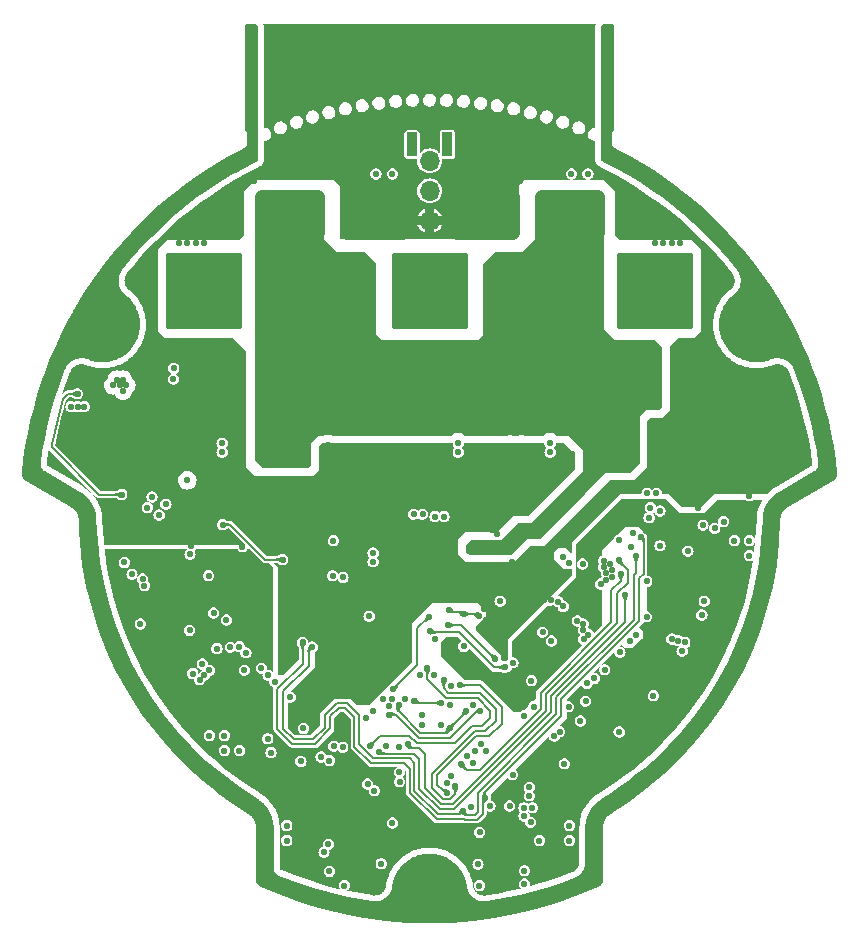
<source format=gbr>
%TF.GenerationSoftware,KiCad,Pcbnew,7.0.6*%
%TF.CreationDate,2024-04-14T17:53:18+02:00*%
%TF.ProjectId,amulet_controller,616d756c-6574-45f6-936f-6e74726f6c6c,1.1*%
%TF.SameCoordinates,Original*%
%TF.FileFunction,Copper,L4,Inr*%
%TF.FilePolarity,Positive*%
%FSLAX46Y46*%
G04 Gerber Fmt 4.6, Leading zero omitted, Abs format (unit mm)*
G04 Created by KiCad (PCBNEW 7.0.6) date 2024-04-14 17:53:18*
%MOMM*%
%LPD*%
G01*
G04 APERTURE LIST*
G04 Aperture macros list*
%AMRoundRect*
0 Rectangle with rounded corners*
0 $1 Rounding radius*
0 $2 $3 $4 $5 $6 $7 $8 $9 X,Y pos of 4 corners*
0 Add a 4 corners polygon primitive as box body*
4,1,4,$2,$3,$4,$5,$6,$7,$8,$9,$2,$3,0*
0 Add four circle primitives for the rounded corners*
1,1,$1+$1,$2,$3*
1,1,$1+$1,$4,$5*
1,1,$1+$1,$6,$7*
1,1,$1+$1,$8,$9*
0 Add four rect primitives between the rounded corners*
20,1,$1+$1,$2,$3,$4,$5,0*
20,1,$1+$1,$4,$5,$6,$7,0*
20,1,$1+$1,$6,$7,$8,$9,0*
20,1,$1+$1,$8,$9,$2,$3,0*%
G04 Aperture macros list end*
%TA.AperFunction,ComponentPad*%
%ADD10C,0.550000*%
%TD*%
%TA.AperFunction,ComponentPad*%
%ADD11C,0.800000*%
%TD*%
%TA.AperFunction,ComponentPad*%
%ADD12C,5.300000*%
%TD*%
%TA.AperFunction,ComponentPad*%
%ADD13C,1.700000*%
%TD*%
%TA.AperFunction,ComponentPad*%
%ADD14O,1.700000X1.700000*%
%TD*%
%TA.AperFunction,ComponentPad*%
%ADD15C,2.000000*%
%TD*%
%TA.AperFunction,ComponentPad*%
%ADD16RoundRect,0.325000X2.925000X2.925000X-2.925000X2.925000X-2.925000X-2.925000X2.925000X-2.925000X0*%
%TD*%
%TA.AperFunction,ComponentPad*%
%ADD17RoundRect,0.325000X-2.925000X-2.925000X2.925000X-2.925000X2.925000X2.925000X-2.925000X2.925000X0*%
%TD*%
%TA.AperFunction,ComponentPad*%
%ADD18RoundRect,0.415000X2.510000X1.660000X-2.510000X1.660000X-2.510000X-1.660000X2.510000X-1.660000X0*%
%TD*%
%TA.AperFunction,ComponentPad*%
%ADD19R,0.900000X2.000000*%
%TD*%
%TA.AperFunction,ComponentPad*%
%ADD20RoundRect,0.090000X0.360000X0.910000X-0.360000X0.910000X-0.360000X-0.910000X0.360000X-0.910000X0*%
%TD*%
%TA.AperFunction,ComponentPad*%
%ADD21C,0.600000*%
%TD*%
%TA.AperFunction,ViaPad*%
%ADD22C,0.550000*%
%TD*%
%TA.AperFunction,ViaPad*%
%ADD23C,0.600000*%
%TD*%
%TA.AperFunction,Conductor*%
%ADD24C,0.200000*%
%TD*%
G04 APERTURE END LIST*
D10*
%TO.N,GND*%
%TO.C,U10*%
X170350400Y-87900100D03*
X170850400Y-87000100D03*
X170850400Y-88800100D03*
X171350400Y-87900100D03*
%TD*%
D11*
%TO.N,CHASSIS*%
%TO.C,H2*%
X119587588Y-76078560D03*
X118469366Y-74621265D03*
X121408754Y-76318321D03*
D12*
X120787588Y-74000099D03*
D11*
X122866049Y-75200099D03*
X120166422Y-71681877D03*
X123105810Y-73378933D03*
X121987588Y-71921638D03*
%TD*%
D13*
%TO.N,GND*%
%TO.C,J11*%
X148500400Y-65215100D03*
D14*
%TO.N,/Project Architecture/Interface - FD-CAN/FDCAN_P*%
X148500400Y-62675100D03*
%TO.N,/Project Architecture/Interface - FD-CAN/FDCAN_N*%
X148500400Y-60135100D03*
%TD*%
D11*
%TO.N,CHASSIS*%
%TO.C,H1*%
X150900400Y-122000100D03*
X150197456Y-123697156D03*
X150197456Y-120303044D03*
D12*
X148500400Y-122000100D03*
D11*
X148500400Y-119600100D03*
X146803344Y-123697156D03*
X146803344Y-120303044D03*
X146100400Y-122000100D03*
%TD*%
D10*
%TO.N,/Project Architecture/Motor Control - Top Level/Motor Control - Inverter/PHA*%
%TO.C,J3*%
X170550400Y-74150100D03*
X170550400Y-72220100D03*
X170550400Y-71710100D03*
X170550400Y-71200100D03*
X170550400Y-70690100D03*
X170550400Y-70180100D03*
X170550400Y-68250100D03*
X170100400Y-71965100D03*
X170100400Y-71455100D03*
X170100400Y-70945100D03*
X170100400Y-70435100D03*
D15*
X169750400Y-73350100D03*
X169750400Y-69050100D03*
D10*
X169650400Y-72220100D03*
X169650400Y-71710100D03*
X169650400Y-71200100D03*
X169650400Y-70690100D03*
X169650400Y-70180100D03*
X168620400Y-74150100D03*
X168620400Y-73250100D03*
X168620400Y-69150100D03*
X168620400Y-68250100D03*
X168365400Y-73700100D03*
X168365400Y-68700100D03*
X168110400Y-74150100D03*
X168110400Y-73250100D03*
X168110400Y-69150100D03*
X168110400Y-68250100D03*
X167855400Y-73700100D03*
X167855400Y-68700100D03*
X167600400Y-74150100D03*
X167600400Y-73250100D03*
D16*
X167600400Y-71200100D03*
D10*
X167600400Y-69150100D03*
X167600400Y-68250100D03*
X167345400Y-73700100D03*
X167345400Y-68700100D03*
X167090400Y-74150100D03*
X167090400Y-73250100D03*
X167090400Y-69150100D03*
X167090400Y-68250100D03*
X166835400Y-73700100D03*
X166835400Y-68700100D03*
X166580400Y-74150100D03*
X166580400Y-73250100D03*
X166580400Y-69150100D03*
X166580400Y-68250100D03*
X165550400Y-72220100D03*
X165550400Y-71710100D03*
X165550400Y-71200100D03*
X165550400Y-70690100D03*
X165550400Y-70180100D03*
D15*
X165450400Y-73350100D03*
X165450400Y-69050100D03*
D10*
X165100400Y-71965100D03*
X165100400Y-71455100D03*
X165100400Y-70945100D03*
X165100400Y-70435100D03*
X164650400Y-74150100D03*
X164650400Y-72220100D03*
X164650400Y-71710100D03*
X164650400Y-71200100D03*
X164650400Y-70690100D03*
X164650400Y-70180100D03*
X164650400Y-68250100D03*
%TD*%
%TO.N,/Project Architecture/Motor Control - Top Level/Motor Control - Inverter/PHB*%
%TO.C,J4*%
X151450400Y-74150100D03*
X151450400Y-72220100D03*
X151450400Y-71710100D03*
X151450400Y-71200100D03*
X151450400Y-70690100D03*
X151450400Y-70180100D03*
X151450400Y-68250100D03*
X151000400Y-71965100D03*
X151000400Y-71455100D03*
X151000400Y-70945100D03*
X151000400Y-70435100D03*
D15*
X150650400Y-73350100D03*
X150650400Y-69050100D03*
D10*
X150550400Y-72220100D03*
X150550400Y-71710100D03*
X150550400Y-71200100D03*
X150550400Y-70690100D03*
X150550400Y-70180100D03*
X149520400Y-74150100D03*
X149520400Y-73250100D03*
X149520400Y-69150100D03*
X149520400Y-68250100D03*
X149265400Y-73700100D03*
X149265400Y-68700100D03*
X149010400Y-74150100D03*
X149010400Y-73250100D03*
X149010400Y-69150100D03*
X149010400Y-68250100D03*
X148755400Y-73700100D03*
X148755400Y-68700100D03*
X148500400Y-74150100D03*
X148500400Y-73250100D03*
D16*
X148500400Y-71200100D03*
D10*
X148500400Y-69150100D03*
X148500400Y-68250100D03*
X148245400Y-73700100D03*
X148245400Y-68700100D03*
X147990400Y-74150100D03*
X147990400Y-73250100D03*
X147990400Y-69150100D03*
X147990400Y-68250100D03*
X147735400Y-73700100D03*
X147735400Y-68700100D03*
X147480400Y-74150100D03*
X147480400Y-73250100D03*
X147480400Y-69150100D03*
X147480400Y-68250100D03*
X146450400Y-72220100D03*
X146450400Y-71710100D03*
X146450400Y-71200100D03*
X146450400Y-70690100D03*
X146450400Y-70180100D03*
D15*
X146350400Y-73350100D03*
X146350400Y-69050100D03*
D10*
X146000400Y-71965100D03*
X146000400Y-71455100D03*
X146000400Y-70945100D03*
X146000400Y-70435100D03*
X145550400Y-74150100D03*
X145550400Y-72220100D03*
X145550400Y-71710100D03*
X145550400Y-71200100D03*
X145550400Y-70690100D03*
X145550400Y-70180100D03*
X145550400Y-68250100D03*
%TD*%
%TO.N,/Project Architecture/Motor Control - Top Level/Motor Control - Inverter/PHC*%
%TO.C,J5*%
X126450400Y-68250100D03*
X126450400Y-70180100D03*
X126450400Y-70690100D03*
X126450400Y-71200100D03*
X126450400Y-71710100D03*
X126450400Y-72220100D03*
X126450400Y-74150100D03*
X126900400Y-70435100D03*
X126900400Y-70945100D03*
X126900400Y-71455100D03*
X126900400Y-71965100D03*
D15*
X127250400Y-69050100D03*
X127250400Y-73350100D03*
D10*
X127350400Y-70180100D03*
X127350400Y-70690100D03*
X127350400Y-71200100D03*
X127350400Y-71710100D03*
X127350400Y-72220100D03*
X128380400Y-68250100D03*
X128380400Y-69150100D03*
X128380400Y-73250100D03*
X128380400Y-74150100D03*
X128635400Y-68700100D03*
X128635400Y-73700100D03*
X128890400Y-68250100D03*
X128890400Y-69150100D03*
X128890400Y-73250100D03*
X128890400Y-74150100D03*
X129145400Y-68700100D03*
X129145400Y-73700100D03*
X129400400Y-68250100D03*
X129400400Y-69150100D03*
D17*
X129400400Y-71200100D03*
D10*
X129400400Y-73250100D03*
X129400400Y-74150100D03*
X129655400Y-68700100D03*
X129655400Y-73700100D03*
X129910400Y-68250100D03*
X129910400Y-69150100D03*
X129910400Y-73250100D03*
X129910400Y-74150100D03*
X130165400Y-68700100D03*
X130165400Y-73700100D03*
X130420400Y-68250100D03*
X130420400Y-69150100D03*
X130420400Y-73250100D03*
X130420400Y-74150100D03*
X131450400Y-70180100D03*
X131450400Y-70690100D03*
X131450400Y-71200100D03*
X131450400Y-71710100D03*
X131450400Y-72220100D03*
D15*
X131550400Y-69050100D03*
X131550400Y-73350100D03*
D10*
X131900400Y-70435100D03*
X131900400Y-70945100D03*
X131900400Y-71455100D03*
X131900400Y-71965100D03*
X132350400Y-68250100D03*
X132350400Y-70180100D03*
X132350400Y-70690100D03*
X132350400Y-71200100D03*
X132350400Y-71710100D03*
X132350400Y-72220100D03*
X132350400Y-74150100D03*
%TD*%
%TO.N,GND*%
%TO.C,U6*%
X150275238Y-93943998D03*
X149306502Y-92975262D03*
X150275238Y-95556202D03*
X149469136Y-94750100D03*
X148500400Y-93781364D03*
X147694298Y-92975262D03*
X149306502Y-96524938D03*
X148500400Y-95718836D03*
X147531664Y-94750100D03*
X146725562Y-93943998D03*
X147694298Y-96524938D03*
X146725562Y-95556202D03*
%TD*%
D11*
%TO.N,CHASSIS*%
%TO.C,H3*%
X175013211Y-71921639D03*
X176834377Y-71681878D03*
X173894989Y-73378934D03*
D12*
X176213211Y-74000100D03*
D11*
X174134750Y-75200100D03*
X178531433Y-74621266D03*
X175592045Y-76318322D03*
X177413211Y-76078561D03*
%TD*%
D10*
%TO.N,GND*%
%TO.C,J1*%
X155780400Y-66280100D03*
X155780400Y-65770100D03*
X155780400Y-65260100D03*
X155780400Y-64750100D03*
X155780400Y-64240100D03*
X155780400Y-63730100D03*
X155780400Y-63220100D03*
X155330400Y-66535100D03*
X155330400Y-66025100D03*
X155330400Y-65515100D03*
X155330400Y-65005100D03*
X155330400Y-64495100D03*
X155330400Y-63985100D03*
X155330400Y-63475100D03*
X155330400Y-62965100D03*
X154880400Y-66280100D03*
X154880400Y-65770100D03*
X154880400Y-65260100D03*
X154880400Y-64750100D03*
X154880400Y-64240100D03*
X154880400Y-63730100D03*
X154880400Y-63220100D03*
X154430400Y-66535100D03*
X154430400Y-66025100D03*
X154430400Y-63475100D03*
X154430400Y-62965100D03*
X153980400Y-66280100D03*
X153980400Y-63220100D03*
X153530400Y-66535100D03*
X153530400Y-62965100D03*
D18*
X153150400Y-64750100D03*
D10*
X152770400Y-66535100D03*
X152770400Y-62965100D03*
X152320400Y-66280100D03*
X152320400Y-63220100D03*
X151870400Y-66535100D03*
X151870400Y-66025100D03*
X151870400Y-63475100D03*
X151870400Y-62965100D03*
X151420400Y-66280100D03*
X151420400Y-65770100D03*
X151420400Y-65260100D03*
X151420400Y-64750100D03*
X151420400Y-64240100D03*
X151420400Y-63730100D03*
X151420400Y-63220100D03*
X150970400Y-66535100D03*
X150970400Y-66025100D03*
X150970400Y-65515100D03*
X150970400Y-65005100D03*
X150970400Y-64495100D03*
X150970400Y-63985100D03*
X150970400Y-63475100D03*
X150970400Y-62965100D03*
X150520400Y-66280100D03*
X150520400Y-65770100D03*
X150520400Y-65260100D03*
X150520400Y-64750100D03*
X150520400Y-64240100D03*
X150520400Y-63730100D03*
X150520400Y-63220100D03*
%TO.N,+VBAT*%
X162980400Y-66280100D03*
X162980400Y-65770100D03*
X162980400Y-65260100D03*
X162980400Y-64750100D03*
X162980400Y-64240100D03*
X162980400Y-63730100D03*
X162980400Y-63220100D03*
X162530400Y-66535100D03*
X162530400Y-66025100D03*
X162530400Y-65515100D03*
X162530400Y-65005100D03*
X162530400Y-64495100D03*
X162530400Y-63985100D03*
X162530400Y-63475100D03*
X162530400Y-62965100D03*
X162080400Y-66280100D03*
X162080400Y-65770100D03*
X162080400Y-65260100D03*
X162080400Y-64750100D03*
X162080400Y-64240100D03*
X162080400Y-63730100D03*
X162080400Y-63220100D03*
X161630400Y-66535100D03*
X161630400Y-66025100D03*
X161630400Y-63475100D03*
X161630400Y-62965100D03*
X161180400Y-66280100D03*
X161180400Y-63220100D03*
X160730400Y-66535100D03*
X160730400Y-62965100D03*
D18*
X160350400Y-64750100D03*
D10*
X159970400Y-66535100D03*
X159970400Y-62965100D03*
X159520400Y-66280100D03*
X159520400Y-63220100D03*
X159070400Y-66535100D03*
X159070400Y-66025100D03*
X159070400Y-63475100D03*
X159070400Y-62965100D03*
X158620400Y-66280100D03*
X158620400Y-65770100D03*
X158620400Y-65260100D03*
X158620400Y-64750100D03*
X158620400Y-64240100D03*
X158620400Y-63730100D03*
X158620400Y-63220100D03*
X158170400Y-66535100D03*
X158170400Y-66025100D03*
X158170400Y-65515100D03*
X158170400Y-65005100D03*
X158170400Y-64495100D03*
X158170400Y-63985100D03*
X158170400Y-63475100D03*
X158170400Y-62965100D03*
X157720400Y-66280100D03*
X157720400Y-65770100D03*
X157720400Y-65260100D03*
X157720400Y-64750100D03*
X157720400Y-64240100D03*
X157720400Y-63730100D03*
X157720400Y-63220100D03*
D19*
%TO.N,unconnected-(J1-PadMP1)*%
X150000400Y-58750100D03*
%TO.N,CHASSIS*%
X163500400Y-58750100D03*
%TD*%
D10*
%TO.N,GND*%
%TO.C,J2*%
X146480400Y-66280100D03*
X146480400Y-65770100D03*
X146480400Y-65260100D03*
X146480400Y-64750100D03*
X146480400Y-64240100D03*
X146480400Y-63730100D03*
X146480400Y-63220100D03*
X146030400Y-66535100D03*
X146030400Y-66025100D03*
X146030400Y-65515100D03*
X146030400Y-65005100D03*
X146030400Y-64495100D03*
X146030400Y-63985100D03*
X146030400Y-63475100D03*
X146030400Y-62965100D03*
X145580400Y-66280100D03*
X145580400Y-65770100D03*
X145580400Y-65260100D03*
X145580400Y-64750100D03*
X145580400Y-64240100D03*
X145580400Y-63730100D03*
X145580400Y-63220100D03*
X145130400Y-66535100D03*
X145130400Y-66025100D03*
X145130400Y-63475100D03*
X145130400Y-62965100D03*
X144680400Y-66280100D03*
X144680400Y-63220100D03*
X144230400Y-66535100D03*
X144230400Y-62965100D03*
D18*
X143850400Y-64750100D03*
D10*
X143470400Y-66535100D03*
X143470400Y-62965100D03*
X143020400Y-66280100D03*
X143020400Y-63220100D03*
X142570400Y-66535100D03*
X142570400Y-66025100D03*
X142570400Y-63475100D03*
X142570400Y-62965100D03*
X142120400Y-66280100D03*
X142120400Y-65770100D03*
X142120400Y-65260100D03*
X142120400Y-64750100D03*
X142120400Y-64240100D03*
X142120400Y-63730100D03*
X142120400Y-63220100D03*
X141670400Y-66535100D03*
X141670400Y-66025100D03*
X141670400Y-65515100D03*
X141670400Y-65005100D03*
X141670400Y-64495100D03*
X141670400Y-63985100D03*
X141670400Y-63475100D03*
X141670400Y-62965100D03*
X141220400Y-66280100D03*
X141220400Y-65770100D03*
X141220400Y-65260100D03*
X141220400Y-64750100D03*
X141220400Y-64240100D03*
X141220400Y-63730100D03*
X141220400Y-63220100D03*
%TO.N,+VBAT*%
X139280400Y-66280100D03*
X139280400Y-65770100D03*
X139280400Y-65260100D03*
X139280400Y-64750100D03*
X139280400Y-64240100D03*
X139280400Y-63730100D03*
X139280400Y-63220100D03*
X138830400Y-66535100D03*
X138830400Y-66025100D03*
X138830400Y-65515100D03*
X138830400Y-65005100D03*
X138830400Y-64495100D03*
X138830400Y-63985100D03*
X138830400Y-63475100D03*
X138830400Y-62965100D03*
X138380400Y-66280100D03*
X138380400Y-65770100D03*
X138380400Y-65260100D03*
X138380400Y-64750100D03*
X138380400Y-64240100D03*
X138380400Y-63730100D03*
X138380400Y-63220100D03*
X137930400Y-66535100D03*
X137930400Y-66025100D03*
X137930400Y-63475100D03*
X137930400Y-62965100D03*
X137480400Y-66280100D03*
X137480400Y-63220100D03*
X137030400Y-66535100D03*
X137030400Y-62965100D03*
D18*
X136650400Y-64750100D03*
D10*
X136270400Y-66535100D03*
X136270400Y-62965100D03*
X135820400Y-66280100D03*
X135820400Y-63220100D03*
X135370400Y-66535100D03*
X135370400Y-66025100D03*
X135370400Y-63475100D03*
X135370400Y-62965100D03*
X134920400Y-66280100D03*
X134920400Y-65770100D03*
X134920400Y-65260100D03*
X134920400Y-64750100D03*
X134920400Y-64240100D03*
X134920400Y-63730100D03*
X134920400Y-63220100D03*
X134470400Y-66535100D03*
X134470400Y-66025100D03*
X134470400Y-65515100D03*
X134470400Y-65005100D03*
X134470400Y-64495100D03*
X134470400Y-63985100D03*
X134470400Y-63475100D03*
X134470400Y-62965100D03*
X134020400Y-66280100D03*
X134020400Y-65770100D03*
X134020400Y-65260100D03*
X134020400Y-64750100D03*
X134020400Y-64240100D03*
X134020400Y-63730100D03*
X134020400Y-63220100D03*
D20*
%TO.N,unconnected-(J2-PadMP1)*%
X147000400Y-58750100D03*
%TO.N,CHASSIS*%
X133500400Y-58750100D03*
%TD*%
D21*
%TO.N,GND*%
%TO.C,U4*%
X129275399Y-91125097D03*
X129275399Y-92125097D03*
%TD*%
D22*
%TO.N,/Project Architecture/Interface - Interconnects/RS422_D-*%
X135400400Y-104250100D03*
%TO.N,/Project Architecture/Interface - Interconnects/RS422_D+*%
X136700400Y-105550100D03*
%TO.N,/Project Architecture/Interface - Interconnects/RS422_R+*%
X132949946Y-101800554D03*
%TO.N,/Project Architecture/Interface - Interconnects/RS422_R-*%
X134249946Y-103100554D03*
%TO.N,/Project Architecture/Interface - Interconnects/AUX2_B*%
X151580400Y-106730100D03*
X145875400Y-106225100D03*
X150200400Y-108175100D03*
%TO.N,/Project Architecture/Interface - Interconnects/AUX2_C*%
X147200000Y-105850000D03*
X149474423Y-106036038D03*
%TO.N,/Project Architecture/Interface - Interconnects/POS_SENSOR_CS*%
X144550400Y-105750100D03*
%TO.N,/Project Architecture/Interface - Interconnects/AUX1_A*%
X144210400Y-110155600D03*
X165047697Y-96889056D03*
%TO.N,GND*%
X161950000Y-100250000D03*
X155850400Y-95080100D03*
X158175000Y-97350000D03*
X157325400Y-84440000D03*
X130700400Y-87250100D03*
X139840400Y-54190100D03*
X155330000Y-84820000D03*
X147230400Y-50380100D03*
X131175400Y-86425100D03*
X130490400Y-101440100D03*
X129793442Y-95260516D03*
X140350400Y-84475100D03*
X122650400Y-94150100D03*
X139875400Y-85300100D03*
X119250400Y-78100100D03*
X137300400Y-52920100D03*
X155800000Y-86750000D03*
X155325000Y-87025000D03*
X123300400Y-95150100D03*
X173450000Y-70900000D03*
X162995426Y-95977304D03*
X130225400Y-88625100D03*
X138706633Y-100143867D03*
X170450400Y-82475100D03*
X170450400Y-85775100D03*
X143650400Y-52920100D03*
X158430400Y-52920100D03*
X141110400Y-54190100D03*
X131175400Y-88075100D03*
X150374999Y-86225000D03*
X153775400Y-91425100D03*
X159400000Y-97475000D03*
X174200400Y-85720100D03*
X156530400Y-121370100D03*
X163925000Y-95375000D03*
X128330400Y-92780100D03*
X152950400Y-59750100D03*
X172647279Y-91254860D03*
X131175400Y-88625100D03*
X119750400Y-78950100D03*
X155050400Y-95880100D03*
X168300000Y-67100000D03*
X170450400Y-84675100D03*
X159700400Y-50380100D03*
X155325000Y-87575000D03*
X150850000Y-85950000D03*
X178340400Y-78610100D03*
X161525000Y-99900000D03*
X139840400Y-52920100D03*
X155325000Y-86475000D03*
X154850400Y-102240100D03*
X151400400Y-101250100D03*
X158430400Y-54190100D03*
X139650400Y-105350100D03*
X149900000Y-85400000D03*
X136410400Y-117690100D03*
X155525400Y-112125100D03*
X144980400Y-97780100D03*
X140350400Y-85025100D03*
X163975000Y-94825000D03*
X157925000Y-95550000D03*
X152340000Y-84440000D03*
X171652374Y-90988273D03*
X120250400Y-78100100D03*
X138570400Y-50380100D03*
X156470400Y-107130100D03*
X138475000Y-57825000D03*
X163425000Y-95600000D03*
X138465397Y-91990097D03*
X159800000Y-97875000D03*
X130211373Y-98425478D03*
X132400400Y-101275100D03*
X163475000Y-95050000D03*
X151800000Y-86500000D03*
X166890402Y-95750097D03*
X137100400Y-100450100D03*
X170450400Y-80825100D03*
X150375000Y-86775000D03*
X157160400Y-54190100D03*
X167640400Y-87500100D03*
X167190400Y-89500100D03*
X126550400Y-84675100D03*
X163750000Y-94300000D03*
X155450400Y-95480100D03*
X138570400Y-54190100D03*
X118600400Y-83850100D03*
X163250000Y-94550000D03*
X134800400Y-109070100D03*
X144100400Y-87700100D03*
X156275000Y-85375000D03*
X129750400Y-86700100D03*
X126550400Y-80275100D03*
X128175400Y-99900100D03*
X148950000Y-86500000D03*
X174310400Y-92290100D03*
X147825400Y-107100100D03*
X155800000Y-86200000D03*
X158060400Y-100050100D03*
X143275000Y-101500000D03*
X155890400Y-52920100D03*
X151700400Y-110550100D03*
X132360000Y-61870000D03*
X165694609Y-91625600D03*
X138475000Y-99000000D03*
X149770400Y-49110100D03*
X128450400Y-103550100D03*
X145630400Y-98470100D03*
X151325000Y-87325000D03*
X137070400Y-108360100D03*
X153350400Y-51650100D03*
X152150400Y-106190100D03*
X152750000Y-86500000D03*
X152275000Y-86775000D03*
X123200400Y-84680100D03*
X133630001Y-61870000D03*
X136100400Y-98300100D03*
X120700400Y-87620100D03*
X148900400Y-103650100D03*
X124000400Y-99350100D03*
X144305000Y-84575100D03*
X134900000Y-60950000D03*
X149425000Y-85675000D03*
X149425000Y-86775000D03*
X155230400Y-97540100D03*
X157525000Y-95150000D03*
X154850000Y-87300000D03*
X162460400Y-103960100D03*
X126550400Y-84125100D03*
X155800000Y-87300000D03*
X139875400Y-84200100D03*
X130700400Y-89450100D03*
X130225400Y-86975100D03*
X140350400Y-85575100D03*
X123550000Y-70900000D03*
X170450400Y-80275100D03*
X129750400Y-88350100D03*
X148500400Y-52920100D03*
X142690400Y-103600100D03*
X157160400Y-51650100D03*
X154620400Y-54190100D03*
X130700400Y-88900100D03*
X151270400Y-59270100D03*
X118025400Y-79150100D03*
X149425000Y-87325000D03*
X147230400Y-49110100D03*
X137300400Y-54190100D03*
X139840400Y-51650100D03*
X149475400Y-107925100D03*
X158450000Y-96850000D03*
X156150400Y-61810100D03*
X140020400Y-120300100D03*
X148500400Y-51650100D03*
X116550400Y-85675100D03*
X160340400Y-117690100D03*
X155890400Y-54190100D03*
X156280000Y-84260000D03*
X154850000Y-86750000D03*
X126730400Y-89760100D03*
X131175400Y-89725100D03*
X122990400Y-88940100D03*
X149770400Y-52920100D03*
X155805000Y-84545000D03*
X150375000Y-87325000D03*
X130700400Y-86700100D03*
X158430400Y-51650100D03*
X152750000Y-87050000D03*
X149770400Y-50380100D03*
X155325000Y-85925000D03*
X155850400Y-94520100D03*
X159700400Y-52920100D03*
X147230400Y-51650100D03*
X178120400Y-85940100D03*
X178340400Y-82210100D03*
X140225400Y-104775100D03*
X131175400Y-89175100D03*
X167450400Y-105425100D03*
X135070400Y-110240100D03*
X164550400Y-108500100D03*
X142380400Y-52920100D03*
X139375400Y-85000100D03*
X127300000Y-67100000D03*
X175580400Y-93560100D03*
X129750400Y-87250100D03*
X126550400Y-82475100D03*
X137300400Y-51650100D03*
X130225400Y-88075100D03*
X154200400Y-91775100D03*
X128700000Y-67100000D03*
X141050400Y-91950100D03*
X180080400Y-83110100D03*
X138570400Y-51650100D03*
X155450400Y-94120100D03*
X170450400Y-85225100D03*
X170450400Y-81375100D03*
X143650400Y-50380100D03*
X151800000Y-87050000D03*
X142380400Y-54190100D03*
X150286082Y-104586488D03*
X152600400Y-119700100D03*
X159700400Y-55460100D03*
X143650400Y-51650100D03*
X156950400Y-113200100D03*
X141930400Y-103030100D03*
X173401930Y-90680646D03*
X139375400Y-85550100D03*
X149425000Y-86225000D03*
X154620400Y-50380100D03*
X123150000Y-70500000D03*
X145630400Y-99050100D03*
X158325000Y-95950000D03*
X131130400Y-110070100D03*
X171250400Y-89520100D03*
X126550400Y-83575100D03*
X149900000Y-86500000D03*
X130225400Y-89175100D03*
X142880000Y-84850100D03*
X150225400Y-106225100D03*
X149900000Y-87050000D03*
X123950000Y-71300000D03*
X156975400Y-93250100D03*
X166875000Y-98750000D03*
X141110400Y-52920100D03*
X156275000Y-87025000D03*
X128211422Y-93459571D03*
X160514999Y-85499998D03*
X170450400Y-81925100D03*
X129400000Y-67100000D03*
X129535000Y-84435001D03*
X129250400Y-102750100D03*
X155890400Y-50380100D03*
X130225400Y-86425100D03*
X140390400Y-109700100D03*
X153110400Y-97010100D03*
X159700400Y-51650100D03*
X129860400Y-108800100D03*
X170450400Y-84125100D03*
X150375000Y-85675000D03*
X154850000Y-85100000D03*
X134825400Y-103700100D03*
X141110400Y-51650100D03*
X146430400Y-105720100D03*
X129750400Y-87800100D03*
X142490400Y-102480100D03*
X159700400Y-54190100D03*
X131175400Y-86975100D03*
X140770400Y-105450100D03*
X154850000Y-85650000D03*
X128680400Y-89630100D03*
X155890400Y-51650100D03*
X157160400Y-50380100D03*
X158430400Y-50380100D03*
X131175400Y-87525100D03*
X169000000Y-67100000D03*
X153350400Y-52920100D03*
X161500000Y-99350000D03*
X123200400Y-86440100D03*
X129750400Y-89450100D03*
X126550400Y-81925100D03*
X144800400Y-109659650D03*
X150850000Y-87050000D03*
X157300400Y-106350100D03*
X141290400Y-121500100D03*
X148925400Y-100650100D03*
X175580400Y-88480100D03*
X178340400Y-80410100D03*
X128000000Y-67100000D03*
X130225400Y-87525100D03*
X155800000Y-85650000D03*
X157060400Y-116140100D03*
X180080400Y-84900100D03*
X180080400Y-84000100D03*
X149770400Y-51650100D03*
X139100400Y-102500100D03*
X156530400Y-120250100D03*
X150175400Y-89650100D03*
X143100400Y-94575100D03*
X169880400Y-101660100D03*
X132810400Y-103270100D03*
X149900000Y-85950000D03*
X154855000Y-84545000D03*
X157800400Y-117690100D03*
X160340400Y-116420100D03*
X145350400Y-116200100D03*
X130700400Y-87800100D03*
X153350400Y-50380100D03*
X143830000Y-84300100D03*
X153140400Y-98050100D03*
X175580400Y-92290100D03*
X157600000Y-97350000D03*
X145100400Y-106290100D03*
X132650400Y-92800100D03*
X153810400Y-56730100D03*
X156275000Y-86475000D03*
X124780400Y-73240100D03*
X158810400Y-100800100D03*
X170450400Y-83025100D03*
X132400400Y-110070100D03*
X126550400Y-83025100D03*
X144400400Y-119650100D03*
X152275000Y-87325000D03*
X145630400Y-97890100D03*
X156275000Y-87575000D03*
X141110400Y-50380100D03*
X126550400Y-85775100D03*
X139875400Y-84750100D03*
X170450400Y-83575100D03*
X130225400Y-89725100D03*
X152720400Y-121500100D03*
X161550000Y-100650000D03*
X144720400Y-59270100D03*
X139375400Y-84450100D03*
X129750400Y-88900100D03*
X178340400Y-83110100D03*
X124780400Y-70700100D03*
X121440400Y-89160100D03*
X152725400Y-117000100D03*
X169700000Y-67100000D03*
X139840400Y-50380100D03*
X137225400Y-106100100D03*
X153380400Y-96530100D03*
X130700399Y-88350100D03*
X156280000Y-84820000D03*
X131130400Y-108800100D03*
X161700400Y-105900100D03*
X143355000Y-84575100D03*
X161000000Y-99100000D03*
X154620400Y-51650100D03*
X137300400Y-50380100D03*
X145340400Y-105670100D03*
X156950400Y-113900100D03*
X164525400Y-92275100D03*
X140010400Y-110920100D03*
X131180000Y-85870000D03*
X155275400Y-114775100D03*
X118600400Y-83300100D03*
X124780400Y-71970100D03*
X152850400Y-109500100D03*
X148525400Y-89575100D03*
X160514997Y-84924997D03*
X155325000Y-85375000D03*
X150850000Y-86500000D03*
X126550400Y-81375100D03*
X142380400Y-51650100D03*
X143050400Y-92875100D03*
X163250000Y-94000000D03*
X167600000Y-67100000D03*
X178340400Y-79510100D03*
X155330000Y-84260000D03*
X171750401Y-97435100D03*
X143650400Y-56730100D03*
X151325000Y-86775000D03*
X173850000Y-70500000D03*
X170450400Y-86325100D03*
X165580400Y-92870100D03*
X131300400Y-99020100D03*
X143355000Y-85125100D03*
X156275400Y-93950100D03*
X148500400Y-57700100D03*
X158750000Y-97350000D03*
X173050000Y-71300000D03*
X143700400Y-106750100D03*
X136410400Y-116420100D03*
X170370072Y-93192654D03*
X158725000Y-96350000D03*
X171550400Y-98600100D03*
X157160400Y-52920100D03*
X178340400Y-81310100D03*
X153600400Y-114770100D03*
X164623195Y-101752895D03*
X126550400Y-80825100D03*
X178340400Y-84010100D03*
X138570400Y-52920100D03*
X149950400Y-112850100D03*
X152025900Y-114850100D03*
X126550400Y-85225100D03*
X154620400Y-52920100D03*
X156275000Y-85925000D03*
X155550000Y-102650000D03*
X124780400Y-74510100D03*
X157125000Y-104150000D03*
X155800000Y-85100000D03*
X147230400Y-52920100D03*
X143830000Y-84850100D03*
X168006289Y-92734084D03*
X143250400Y-112900100D03*
X148950000Y-87050000D03*
X145950400Y-109750100D03*
X142380400Y-50380100D03*
X145325000Y-99525000D03*
X137300400Y-55460100D03*
X131630400Y-101330100D03*
X139650400Y-106100100D03*
X139560400Y-118690100D03*
X154850000Y-86200000D03*
X161230400Y-59270100D03*
%TO.N,+3V3*%
X150100400Y-100950100D03*
X153575400Y-117000100D03*
X172940400Y-90090100D03*
X141080400Y-107160100D03*
X171180400Y-99310100D03*
X145925400Y-116750100D03*
X132550400Y-93600100D03*
X127300400Y-93700100D03*
X163904867Y-108940100D03*
X156700400Y-105750100D03*
X132000400Y-93300100D03*
X168710398Y-94830098D03*
X139580400Y-111615600D03*
X157100400Y-111000100D03*
X131020400Y-100720100D03*
%TO.N,/Project Architecture/Interface - Interconnects/AUX1_B*%
X164687500Y-95112500D03*
X151170400Y-111250100D03*
%TO.N,/Project Architecture/Interface - Interconnects/AUX1_C*%
X146668726Y-109536181D03*
X164518917Y-93981083D03*
%TO.N,+5V*%
X118150400Y-80950100D03*
X129428082Y-103689154D03*
X125000400Y-88600100D03*
X169563202Y-100777947D03*
X159900400Y-111200100D03*
X170109274Y-100921879D03*
X166920400Y-88300100D03*
X119250400Y-80950100D03*
X124200000Y-95550000D03*
X124350400Y-96100100D03*
X129830400Y-103290100D03*
X167690400Y-88300100D03*
X118700400Y-80950100D03*
X145950400Y-111910100D03*
X129030400Y-104090100D03*
X169016454Y-100629058D03*
X137600400Y-111000100D03*
%TO.N,/Project Architecture/Interface - Interconnects/AUX2_A*%
X145078994Y-107039297D03*
X152775900Y-106695600D03*
%TO.N,/Project Architecture/Interface - Interconnects/NRST*%
X163330400Y-103230100D03*
X160269167Y-106368867D03*
%TO.N,/Project Architecture/Interface - RS-422/RS422_~{RE}*%
X143128418Y-107291700D03*
%TO.N,/Project Architecture/Interface - RS-422/RS422_DE*%
X141150400Y-109800100D03*
%TO.N,+VBAT*%
X166025400Y-83975100D03*
X136050400Y-79125100D03*
X146250400Y-79125100D03*
X166025400Y-85550100D03*
X167050400Y-80725100D03*
X144650400Y-79125100D03*
X136850400Y-79125100D03*
X136850400Y-80725100D03*
X138225400Y-83975100D03*
X145249600Y-82250000D03*
X137650400Y-80725100D03*
X137675400Y-82250100D03*
X163850400Y-80725100D03*
X167050400Y-77525100D03*
X137125400Y-84550100D03*
X144650400Y-79925100D03*
X136575400Y-84550100D03*
X166025400Y-82825100D03*
X147050400Y-77525100D03*
X163825400Y-82250100D03*
X145450400Y-79125100D03*
X165200400Y-85050100D03*
X164925400Y-82250100D03*
X139250400Y-79925100D03*
X165450400Y-78325100D03*
X143050400Y-79125100D03*
X143850400Y-80725100D03*
X139250400Y-77525100D03*
X137400400Y-85050100D03*
X137125400Y-85550100D03*
X139250400Y-79125100D03*
X146250400Y-79925100D03*
X166250400Y-79125100D03*
X138225400Y-84550100D03*
X146350000Y-82250101D03*
X147050400Y-79125100D03*
X166250400Y-80725100D03*
X145450400Y-77525100D03*
X137675400Y-85550100D03*
X164650400Y-80725100D03*
X145450400Y-79925100D03*
X136300400Y-85050100D03*
X166025400Y-83400100D03*
X165750400Y-85050100D03*
X143050400Y-78325100D03*
X143050400Y-77525100D03*
X167850400Y-78325100D03*
X164650400Y-85050100D03*
X166025400Y-82250100D03*
X140050400Y-80725100D03*
X121725400Y-79150100D03*
X167850400Y-80725100D03*
X137675400Y-84550100D03*
X143850400Y-79925100D03*
X163850400Y-79925100D03*
X137125400Y-82250100D03*
X164650400Y-78325100D03*
X167850400Y-79925100D03*
X147050400Y-79925100D03*
X165475400Y-85550100D03*
X165450400Y-79925100D03*
X165450400Y-77525100D03*
X138450400Y-78325100D03*
X136850400Y-77525100D03*
X145800000Y-82250100D03*
X122825400Y-79150100D03*
X166025400Y-84550100D03*
X136575400Y-85550100D03*
X138450400Y-79125100D03*
X138225400Y-83400100D03*
X137650400Y-78325100D03*
X166250400Y-78325100D03*
X137650400Y-79125100D03*
X164925400Y-84550100D03*
X164650400Y-77525100D03*
X151830400Y-93190100D03*
X140050400Y-79925100D03*
X167050400Y-78325100D03*
X155550400Y-92950100D03*
X136850400Y-79925100D03*
X164100400Y-85050100D03*
X146250400Y-77525100D03*
X138450400Y-79925100D03*
X122275400Y-79150100D03*
X122550400Y-78675100D03*
X137650400Y-79925100D03*
X164925400Y-85550100D03*
X164375400Y-82250100D03*
X141140000Y-75879999D03*
X136050400Y-79925100D03*
X146250400Y-78325100D03*
X147050400Y-78325100D03*
X136850400Y-85050100D03*
X146350000Y-82800000D03*
X140050400Y-79125100D03*
X144650400Y-78325100D03*
X167050400Y-79925100D03*
X165450400Y-80725100D03*
X143050400Y-80725100D03*
X136050400Y-80725100D03*
X166250400Y-77525100D03*
X165450400Y-79125100D03*
X139250400Y-80725100D03*
X144650400Y-80725100D03*
X146250400Y-80725100D03*
X136575400Y-82250100D03*
X167850400Y-79125100D03*
X136025400Y-84550100D03*
X146900000Y-82250100D03*
X163850400Y-78325100D03*
X166250400Y-79925100D03*
X138225400Y-85550100D03*
X138450400Y-80725100D03*
X143850400Y-79125100D03*
X143850400Y-77525100D03*
X167050400Y-79125100D03*
X138225400Y-82250100D03*
X156100400Y-92400100D03*
X145450400Y-80725100D03*
X163825400Y-84550100D03*
X143050400Y-79925100D03*
X164375400Y-84550100D03*
X122000400Y-78675100D03*
X167850400Y-77525100D03*
X138225400Y-82825100D03*
X136850400Y-78325100D03*
X137950400Y-85050100D03*
X147050400Y-80725100D03*
X136050400Y-77525100D03*
X164375400Y-85550100D03*
X144650400Y-77525100D03*
X164650400Y-79125100D03*
X140050400Y-78325100D03*
X139250400Y-78325100D03*
X128000400Y-87200100D03*
X122550400Y-79625100D03*
X143850400Y-78325100D03*
X136025400Y-82250100D03*
X165475400Y-84550100D03*
X137650400Y-77525100D03*
X136050400Y-78325100D03*
X163850400Y-79125100D03*
X163850400Y-77525100D03*
X140050400Y-77525100D03*
X145450400Y-78325100D03*
X138450400Y-77525100D03*
X164650400Y-79925100D03*
X165475400Y-82250100D03*
X152820400Y-92620100D03*
%TO.N,/Project Architecture/Interface - Interconnects/SWCLK*%
X161817645Y-104383639D03*
X161256633Y-107575600D03*
%TO.N,/Project Architecture/Interface - Interconnects/AUX1_D*%
X151303208Y-115191929D03*
X138550400Y-101307187D03*
X165975000Y-93575000D03*
%TO.N,+A3V3*%
X140300400Y-95275100D03*
X141170400Y-95420100D03*
X139925400Y-118000100D03*
X137816667Y-108203833D03*
X140350400Y-92300100D03*
X143375000Y-98700000D03*
X126810000Y-78610000D03*
%TO.N,/Project Architecture/Interface - Interconnects/AUX1_E*%
X137750400Y-100900100D03*
X166356633Y-91983867D03*
X153180400Y-114110100D03*
%TO.N,/Project Architecture/Interface - FD-CAN/FDCAN_RX*%
X168000400Y-89795600D03*
X152205730Y-111144770D03*
%TO.N,/Project Architecture/Interface - FD-CAN/FDCAN_TX*%
X152350400Y-110100100D03*
X167090400Y-90360100D03*
%TO.N,/Project Architecture/Interface - Interconnects/AUX2_D*%
X147850900Y-107888812D03*
X153300400Y-110126858D03*
%TO.N,/Project Architecture/Motor Control - Top Level/SA_P*%
X158700400Y-84065000D03*
X149716733Y-90260424D03*
%TO.N,/Project Architecture/Motor Control - Top Level/SA_N*%
X148966733Y-90260424D03*
X158700400Y-84815000D03*
%TO.N,/Project Architecture/Motor Control - Top Level/SB_N*%
X150920000Y-84814900D03*
X147901061Y-90073668D03*
%TO.N,/Project Architecture/Motor Control - Top Level/SB_P*%
X150920000Y-84064900D03*
X147151061Y-90073668D03*
%TO.N,/Project Architecture/Motor Control - Top Level/SC_P*%
X130935000Y-84065000D03*
X143713881Y-93347074D03*
%TO.N,/Project Architecture/Motor Control - Top Level/SC_N*%
X143713881Y-94097074D03*
X130935000Y-84815000D03*
%TO.N,/Project Architecture/Power - Generation/FB_5V*%
X122440400Y-88400100D03*
X118700000Y-79870000D03*
D23*
%TO.N,CHASSIS*%
X170777735Y-108464471D03*
X175472950Y-69412939D03*
X125570643Y-64990024D03*
X162430414Y-119692338D03*
X177425786Y-90523075D03*
X118972061Y-89168624D03*
X131510355Y-60629532D03*
X163600000Y-52050000D03*
X156537912Y-122980106D03*
X128983003Y-62244038D03*
X176325797Y-97920800D03*
X175878215Y-99352288D03*
X132825039Y-59907564D03*
X181836824Y-86849866D03*
X168017797Y-62244038D03*
X124392710Y-106058918D03*
X121603718Y-100758649D03*
X157986721Y-122592036D03*
X181917049Y-84118484D03*
X133400000Y-56550000D03*
X117722066Y-88349837D03*
X129310470Y-111693787D03*
X126183079Y-108464442D03*
X173367469Y-104789887D03*
X119601049Y-92021427D03*
X180362171Y-78331540D03*
X133400000Y-49050000D03*
X166501097Y-112657519D03*
X175357096Y-100758678D03*
X152108600Y-123755700D03*
X115693277Y-81190610D03*
X155073382Y-123303807D03*
X131657334Y-113560380D03*
X122860779Y-103481102D03*
X116598643Y-78331511D03*
X181624640Y-82647385D03*
X164060709Y-114400063D03*
X128212672Y-110671858D03*
X119744494Y-93514384D03*
X162210683Y-121049799D03*
X176995750Y-94997937D03*
D22*
X143950400Y-61250100D03*
D23*
X174100035Y-103481131D03*
X174536555Y-68241277D03*
X172513186Y-66027657D03*
X169791541Y-109594471D03*
X134530400Y-119692309D03*
X114816610Y-85601032D03*
X143364830Y-123562478D03*
X133400000Y-52050000D03*
X172568104Y-106058947D03*
X163600000Y-49050000D03*
X127169273Y-109594442D03*
X115336174Y-82647356D03*
X123451472Y-67112110D03*
X181267537Y-81190639D03*
X177216320Y-93514413D03*
X163600000Y-56550000D03*
X120635017Y-97920771D03*
X134095814Y-115289815D03*
X163600000Y-50550000D03*
X180537789Y-87599866D03*
X166771959Y-61408860D03*
D22*
X160500400Y-61250100D03*
D23*
X182144204Y-85601061D03*
X123593345Y-104789858D03*
X115123990Y-86849837D03*
X163600000Y-53550000D03*
X116423025Y-87599837D03*
D22*
X145350400Y-61250100D03*
D23*
X130228841Y-61408860D03*
X168748142Y-110671887D03*
X173549328Y-67112110D03*
X122196975Y-102136159D03*
X130459717Y-112657490D03*
X121527850Y-69412939D03*
D22*
X161900400Y-61250100D03*
D23*
X134750131Y-121049770D03*
X169131983Y-63063230D03*
X126698448Y-64001241D03*
X177988753Y-89168653D03*
X133400000Y-53550000D03*
X134530400Y-118192307D03*
X163600000Y-55050000D03*
X159416972Y-122140351D03*
X176698646Y-96468051D03*
X162865000Y-115289844D03*
X164175761Y-59907564D03*
X167650344Y-111693816D03*
X125256725Y-107284877D03*
X124487614Y-66027657D03*
X134530400Y-116692305D03*
X144852214Y-123755671D03*
X171704089Y-107284906D03*
X119965064Y-94997908D03*
X115043765Y-84118455D03*
X171430157Y-64990024D03*
X122464245Y-68241277D03*
X117145136Y-76934737D03*
X170302352Y-64001241D03*
X165490445Y-60629532D03*
X119535028Y-90523046D03*
X138974093Y-122592007D03*
X116114370Y-79751058D03*
X179238748Y-88349866D03*
X174763839Y-102136188D03*
X133400000Y-50550000D03*
X127868817Y-63063230D03*
X120262168Y-96468022D03*
X137543842Y-122140322D03*
X141887432Y-123303778D03*
X165303480Y-113560409D03*
X179815678Y-76934766D03*
X160825873Y-121625940D03*
X121082599Y-99352259D03*
X136134941Y-121625911D03*
X180846444Y-79751087D03*
X140422902Y-122980077D03*
X162430414Y-118192336D03*
X133400000Y-55050000D03*
X162430414Y-116692334D03*
X132900105Y-114400034D03*
X177359765Y-92021456D03*
X153595984Y-123562507D03*
D22*
%TO.N,+12V*%
X159510400Y-108470100D03*
X159050400Y-108840100D03*
X156500400Y-115610100D03*
X157200400Y-114910100D03*
X156500400Y-114910100D03*
%TO.N,/Project Architecture/Power - Generation/FB_12V*%
X154475400Y-97425100D03*
X161457468Y-94287066D03*
%TO.N,/Project Architecture/Power - Generation/VOS_3V3*%
X130980400Y-90940100D03*
X136050400Y-93900100D03*
%TO.N,/Project Architecture/MCU - IOs/FAN_CTRL*%
X150339375Y-112209435D03*
%TO.N,/Project Architecture/MCU - IOs/MOTOR_FAULT*%
X143450400Y-109660100D03*
X148300400Y-103100100D03*
%TO.N,/Project Architecture/MCU - IOs/DRV_MISO*%
X150670891Y-113101039D03*
X149694167Y-104106333D03*
%TO.N,/Project Architecture/MCU - IOs/SENSE_VBAT*%
X126174900Y-89225100D03*
X145952325Y-112705708D03*
%TO.N,/Project Architecture/MCU - IOs/SENSE_TEMP_FET*%
X139318535Y-110610100D03*
X126840000Y-77720000D03*
X124601490Y-89498371D03*
%TO.N,/Project Architecture/MCU - IOs/SENSE_TEMP_MOT*%
X143813220Y-113475600D03*
%TO.N,/Project Architecture/MCU - IOs/BOARD_VERSION*%
X147650400Y-103700100D03*
%TO.N,/Project Architecture/MCU - IOs/DRV_SCLK*%
X151040400Y-104540100D03*
X149962313Y-113631160D03*
%TO.N,/Project Architecture/MCU - IOs/DRV_CS*%
X148471105Y-98729395D03*
X145400400Y-104900100D03*
%TO.N,/Project Architecture/MCU - IOs/MOTOR_HIZ*%
X152650400Y-98640100D03*
X150154370Y-98171130D03*
X151375400Y-98500100D03*
%TO.N,/Project Architecture/MCU - IOs/MOTOR_ENABLE*%
X150047263Y-99478237D03*
X154076633Y-102313867D03*
%TO.N,/Project Architecture/MCU - IOs/DRV_MOSI*%
X148519167Y-99981333D03*
X154861721Y-103019442D03*
%TO.N,/Project Architecture/Power - Generation/F_VIN_12V*%
X165940665Y-100302066D03*
X160310665Y-94187066D03*
X165465665Y-100777066D03*
X159835665Y-93712066D03*
%TO.N,/Project Architecture/Power - Generation/PG_5V*%
X125600400Y-90125100D03*
%TD*%
D24*
%TO.N,/Project Architecture/Interface - Interconnects/AUX2_B*%
X150200400Y-108175100D02*
X149825400Y-108550100D01*
X147691086Y-108550100D02*
X145875400Y-106734414D01*
X151580400Y-106770100D02*
X150200400Y-108150100D01*
X150200400Y-108150100D02*
X150200400Y-108175100D01*
X145875400Y-106734414D02*
X145875400Y-106225100D01*
X149825400Y-108550100D02*
X147691086Y-108550100D01*
X151580400Y-106730100D02*
X151580400Y-106770100D01*
%TO.N,/Project Architecture/Interface - Interconnects/AUX2_C*%
X147386038Y-106036038D02*
X149474423Y-106036038D01*
X147200000Y-105850000D02*
X147386038Y-106036038D01*
%TO.N,/Project Architecture/Interface - Interconnects/AUX1_A*%
X165047697Y-99170931D02*
X158800400Y-105418228D01*
X147610400Y-110780100D02*
X147160400Y-110330100D01*
X165047697Y-96889056D02*
X165047697Y-99170931D01*
X158800400Y-106846914D02*
X150607214Y-115040100D01*
X150607214Y-115040100D02*
X149354714Y-115040100D01*
X149354714Y-115040100D02*
X147610400Y-113295786D01*
X147610400Y-113295786D02*
X147610400Y-110780100D01*
X144384900Y-110330100D02*
X144210400Y-110155600D01*
X147160400Y-110330100D02*
X144384900Y-110330100D01*
X158800400Y-105418228D02*
X158800400Y-106846914D01*
%TO.N,/Project Architecture/Interface - Interconnects/AUX1_B*%
X163900000Y-96475000D02*
X163900000Y-99187256D01*
X164687500Y-95687500D02*
X163900000Y-96475000D01*
X152743903Y-111719770D02*
X151640070Y-111719770D01*
X164687500Y-95112500D02*
X164687500Y-95687500D01*
X163900000Y-99187256D02*
X157925400Y-105161856D01*
X151640070Y-111719770D02*
X151170400Y-111250100D01*
X157925400Y-106538273D02*
X152743903Y-111719770D01*
X157925400Y-105161856D02*
X157925400Y-106538273D01*
%TO.N,/Project Architecture/Interface - Interconnects/AUX1_C*%
X148090400Y-113210100D02*
X148090400Y-110390100D01*
X150440400Y-114610100D02*
X149490400Y-114610100D01*
X158325400Y-105327542D02*
X158325400Y-106725100D01*
X164518917Y-94018917D02*
X165262500Y-94762500D01*
X164375000Y-96748580D02*
X164375000Y-99277942D01*
X164375000Y-99277942D02*
X158325400Y-105327542D01*
X158325400Y-106725100D02*
X150440400Y-114610100D01*
X147575400Y-109875100D02*
X147007645Y-109875100D01*
X149490400Y-114610100D02*
X148090400Y-113210100D01*
X164518917Y-93981083D02*
X164518917Y-94018917D01*
X148090400Y-110390100D02*
X147575400Y-109875100D01*
X147007645Y-109875100D02*
X146668726Y-109536181D01*
X165262500Y-94762500D02*
X165262500Y-95861080D01*
X165262500Y-95861080D02*
X164375000Y-96748580D01*
%TO.N,/Project Architecture/Interface - Interconnects/AUX2_A*%
X152534900Y-106695600D02*
X152775900Y-106695600D01*
X145078994Y-107039297D02*
X145614597Y-107039297D01*
X147600400Y-109025100D02*
X150205400Y-109025100D01*
X145614597Y-107039297D02*
X147600400Y-109025100D01*
X150205400Y-109025100D02*
X152534900Y-106695600D01*
%TO.N,/Project Architecture/Interface - Interconnects/AUX1_D*%
X138550400Y-101307187D02*
X138250400Y-101607187D01*
X151055037Y-115440100D02*
X151303208Y-115191929D01*
X152600400Y-113634414D02*
X152600400Y-115284414D01*
X149189028Y-115440100D02*
X151055037Y-115440100D01*
X139610400Y-107090100D02*
X140630400Y-106070100D01*
X141510400Y-106070100D02*
X142530400Y-107090100D01*
X136120400Y-108223273D02*
X136997227Y-109100100D01*
X152600400Y-115284414D02*
X152364714Y-115520100D01*
X138250400Y-102910100D02*
X136120400Y-105040100D01*
X146830400Y-110730100D02*
X147210400Y-111110100D01*
X151631379Y-115520100D02*
X151303208Y-115191929D01*
X142530400Y-107090100D02*
X142530400Y-109553273D01*
X165800000Y-98984315D02*
X159225400Y-105558915D01*
X136997227Y-109100100D02*
X138640400Y-109100100D01*
X143707227Y-110730100D02*
X146830400Y-110730100D01*
X152364714Y-115520100D02*
X151631379Y-115520100D01*
X165800000Y-95225000D02*
X165800000Y-98984315D01*
X147210400Y-113461472D02*
X149189028Y-115440100D01*
X159225400Y-107009414D02*
X152600400Y-113634414D01*
X138640400Y-109100100D02*
X139610400Y-108130100D01*
X140630400Y-106070100D02*
X141510400Y-106070100D01*
X136120400Y-105040100D02*
X136120400Y-108223273D01*
X139610400Y-108130100D02*
X139610400Y-107090100D01*
X165975000Y-95050000D02*
X165800000Y-95225000D01*
X138250400Y-101607187D02*
X138250400Y-102910100D01*
X165975000Y-93575000D02*
X165975000Y-95050000D01*
X159225400Y-105558915D02*
X159225400Y-107009414D01*
X142530400Y-109553273D02*
X143707227Y-110730100D01*
X147210400Y-111110100D02*
X147210400Y-113461472D01*
%TO.N,/Project Architecture/Interface - Interconnects/AUX1_E*%
X151455693Y-115910100D02*
X151465694Y-115920100D01*
X141344714Y-106470100D02*
X142120400Y-107245786D01*
X153025400Y-115425100D02*
X153025400Y-114265100D01*
X140106086Y-107160100D02*
X140796086Y-106470100D01*
X140106086Y-108200100D02*
X140106086Y-107160100D01*
X137750400Y-102713273D02*
X135590400Y-104873273D01*
X146810400Y-113627157D02*
X149093343Y-115910100D01*
X146810400Y-111615786D02*
X146810400Y-113627157D01*
X140796086Y-106470100D02*
X141344714Y-106470100D01*
X166356633Y-91983867D02*
X166625000Y-92252234D01*
X142120400Y-107245786D02*
X142120400Y-109740100D01*
X159625400Y-105724600D02*
X159625400Y-107175100D01*
X136831541Y-109500100D02*
X138806086Y-109500100D01*
X135590400Y-104873273D02*
X135590400Y-108258959D01*
X166625000Y-95100000D02*
X166267417Y-95457583D01*
X166267417Y-99082583D02*
X159625400Y-105724600D01*
X159625400Y-107175100D02*
X153180400Y-113620100D01*
X152530400Y-115920100D02*
X153025400Y-115425100D01*
X142120400Y-109740100D02*
X143510400Y-111130100D01*
X151465694Y-115920100D02*
X152530400Y-115920100D01*
X153180400Y-113620100D02*
X153180400Y-114110100D01*
X149093343Y-115910100D02*
X151455693Y-115910100D01*
X166625000Y-92252234D02*
X166625000Y-95100000D01*
X138806086Y-109500100D02*
X140106086Y-108200100D01*
X137750400Y-100900100D02*
X137750400Y-102713273D01*
X135590400Y-108258959D02*
X136831541Y-109500100D01*
X143510400Y-111130100D02*
X146324714Y-111130100D01*
X166267417Y-95457583D02*
X166267417Y-99082583D01*
X146324714Y-111130100D02*
X146810400Y-111615786D01*
X153025400Y-114265100D02*
X153180400Y-114110100D01*
%TO.N,/Project Architecture/Power - Generation/FB_5V*%
X120510400Y-88400100D02*
X122440400Y-88400100D01*
X117887885Y-79870000D02*
X117466770Y-80291115D01*
X116500400Y-84390100D02*
X120510400Y-88400100D01*
X116500400Y-84225100D02*
X116500400Y-84390100D01*
X118700000Y-79870000D02*
X117887885Y-79870000D01*
X117466770Y-80291115D02*
G75*
G03*
X116500401Y-84225100I31033230J-9708885D01*
G01*
%TO.N,/Project Architecture/Power - Generation/VOS_3V3*%
X131603573Y-90940100D02*
X134563573Y-93900100D01*
X134563573Y-93900100D02*
X136050400Y-93900100D01*
X131603573Y-90940100D02*
X130980400Y-90940100D01*
%TO.N,/Project Architecture/MCU - IOs/MOTOR_FAULT*%
X143450400Y-109660100D02*
X144310400Y-108800100D01*
X152950400Y-108000100D02*
X153650400Y-107300100D01*
X152090400Y-108000100D02*
X152950400Y-108000100D01*
X147420818Y-109475100D02*
X150615400Y-109475100D01*
X152565400Y-105615100D02*
X149865400Y-105615100D01*
X148300400Y-104050100D02*
X148300400Y-103100100D01*
X146745818Y-108800100D02*
X147420818Y-109475100D01*
X149865400Y-105615100D02*
X148300400Y-104050100D01*
X153650400Y-106700100D02*
X152565400Y-105615100D01*
X153650400Y-107300100D02*
X153650400Y-106700100D01*
X144310400Y-108800100D02*
X146745818Y-108800100D01*
X150615400Y-109475100D02*
X152090400Y-108000100D01*
%TO.N,/Project Architecture/MCU - IOs/DRV_MISO*%
X152329715Y-108430100D02*
X148675400Y-112084415D01*
X154120400Y-107540100D02*
X153230400Y-108430100D01*
X154120400Y-106560100D02*
X154120400Y-107540100D01*
X149694167Y-104807040D02*
X150062227Y-105175100D01*
X150062227Y-105175100D02*
X152735400Y-105175100D01*
X153230400Y-108430100D02*
X152329715Y-108430100D01*
X150200486Y-114206160D02*
X150670891Y-113735755D01*
X149656460Y-114206160D02*
X150200486Y-114206160D01*
X148675400Y-113225100D02*
X149656460Y-114206160D01*
X150670891Y-113735755D02*
X150670891Y-113101039D01*
X152735400Y-105175100D02*
X154120400Y-106560100D01*
X148675400Y-112084415D02*
X148675400Y-113225100D01*
X149694167Y-104106333D02*
X149694167Y-104807040D01*
%TO.N,/Project Architecture/MCU - IOs/DRV_SCLK*%
X149600400Y-113425100D02*
X149756253Y-113425100D01*
X154600400Y-107800100D02*
X153530400Y-108870100D01*
X152740400Y-104540100D02*
X154600400Y-106400100D01*
X149150400Y-112175100D02*
X149150400Y-112975100D01*
X154600400Y-106400100D02*
X154600400Y-107800100D01*
X152455400Y-108870100D02*
X149150400Y-112175100D01*
X149756253Y-113425100D02*
X149962313Y-113631160D01*
X151040400Y-104540100D02*
X152740400Y-104540100D01*
X149150400Y-112975100D02*
X149600400Y-113425100D01*
X153530400Y-108870100D02*
X152455400Y-108870100D01*
%TO.N,/Project Architecture/MCU - IOs/DRV_CS*%
X147475400Y-102825100D02*
X145400400Y-104900100D01*
X147475400Y-99725100D02*
X147475400Y-102825100D01*
X148471105Y-98729395D02*
X147475400Y-99725100D01*
%TO.N,/Project Architecture/MCU - IOs/MOTOR_HIZ*%
X151215400Y-98340100D02*
X150323340Y-98340100D01*
X151375400Y-98500100D02*
X151215400Y-98340100D01*
X150323340Y-98340100D02*
X150154370Y-98171130D01*
X152510400Y-98500100D02*
X152650400Y-98640100D01*
X151375400Y-98500100D02*
X152510400Y-98500100D01*
%TO.N,/Project Architecture/MCU - IOs/MOTOR_ENABLE*%
X154076633Y-102313867D02*
X154064167Y-102313867D01*
X154064167Y-102313867D02*
X151195007Y-99444707D01*
X150080793Y-99444707D02*
X150047263Y-99478237D01*
X151195007Y-99444707D02*
X150080793Y-99444707D01*
%TO.N,/Project Architecture/MCU - IOs/DRV_MOSI*%
X151025410Y-100061937D02*
X151975400Y-101011927D01*
X151975400Y-101025100D02*
X153969742Y-103019442D01*
X151975400Y-101011927D02*
X151975400Y-101025100D01*
X148599771Y-100061937D02*
X151025410Y-100061937D01*
X148519167Y-99981333D02*
X148599771Y-100061937D01*
X153969742Y-103019442D02*
X154861721Y-103019442D01*
%TD*%
%TA.AperFunction,Conductor*%
%TO.N,CHASSIS*%
G36*
X176920952Y-70103403D02*
G01*
X176920952Y-70103405D01*
X177451034Y-70878671D01*
X178054860Y-71826314D01*
X178626816Y-72791481D01*
X179166585Y-73773353D01*
X179673869Y-74771108D01*
X180148359Y-75783926D01*
X180589744Y-76810985D01*
X180997722Y-77851461D01*
X181371980Y-78904534D01*
X181712222Y-79969383D01*
X182018132Y-81045188D01*
X182289404Y-82131129D01*
X182525735Y-83226381D01*
X182726814Y-84330125D01*
X182892341Y-85441539D01*
X183021979Y-86559648D01*
X183022006Y-86559955D01*
X183025194Y-86610779D01*
X183025206Y-86611205D01*
X183024693Y-86661562D01*
X183024674Y-86661985D01*
X183020552Y-86711789D01*
X183020502Y-86712206D01*
X183012857Y-86761300D01*
X183012778Y-86761711D01*
X183001706Y-86809869D01*
X183001598Y-86810271D01*
X182987172Y-86857373D01*
X182987037Y-86857765D01*
X182969351Y-86903636D01*
X182969189Y-86904016D01*
X182948334Y-86948468D01*
X182948146Y-86948836D01*
X182924212Y-86991693D01*
X182923998Y-86992047D01*
X182897056Y-87033173D01*
X182896817Y-87033512D01*
X182866977Y-87072692D01*
X182866713Y-87073014D01*
X182834028Y-87110129D01*
X182833741Y-87110433D01*
X182798357Y-87145252D01*
X182798047Y-87145537D01*
X182760001Y-87177933D01*
X182759668Y-87178195D01*
X182719045Y-87207996D01*
X182718693Y-87208235D01*
X182675439Y-87235362D01*
X178837153Y-89451377D01*
X178800588Y-89473291D01*
X178764908Y-89496294D01*
X178730128Y-89520353D01*
X178696266Y-89545444D01*
X178663338Y-89571536D01*
X178631357Y-89598602D01*
X178600346Y-89626612D01*
X178570320Y-89655543D01*
X178541291Y-89685363D01*
X178513279Y-89716048D01*
X178486298Y-89747566D01*
X178460366Y-89779887D01*
X178435500Y-89812993D01*
X178411721Y-89846848D01*
X178389034Y-89881426D01*
X178367463Y-89916700D01*
X178347025Y-89952639D01*
X178327734Y-89989220D01*
X178309610Y-90026414D01*
X178292664Y-90064186D01*
X178276913Y-90102515D01*
X178262379Y-90141376D01*
X178249075Y-90180737D01*
X178237016Y-90220565D01*
X178226223Y-90260842D01*
X178216704Y-90301534D01*
X178208486Y-90342615D01*
X178201580Y-90384052D01*
X178195998Y-90425829D01*
X178191767Y-90467908D01*
X178188897Y-90510260D01*
X178187404Y-90552870D01*
X178090675Y-92457182D01*
X178090646Y-92457536D01*
X177981978Y-93400941D01*
X177874072Y-94337726D01*
X177874018Y-94338094D01*
X177540376Y-96189504D01*
X177540299Y-96189866D01*
X177092407Y-98007605D01*
X177092308Y-98007960D01*
X176532949Y-99787212D01*
X176532828Y-99787559D01*
X175864808Y-101523471D01*
X175864666Y-101523808D01*
X175090783Y-103211543D01*
X175090620Y-103211870D01*
X174213677Y-104846562D01*
X174213494Y-104846878D01*
X173236291Y-106423680D01*
X173236089Y-106423984D01*
X172161413Y-107938055D01*
X172161192Y-107938347D01*
X170991867Y-109384821D01*
X170991628Y-109385099D01*
X169730414Y-110759160D01*
X169730156Y-110759424D01*
X169044655Y-111417771D01*
X168379890Y-112056201D01*
X168379640Y-112056426D01*
X166943095Y-113271069D01*
X166942815Y-113271293D01*
X165422803Y-114398955D01*
X165422495Y-114399168D01*
X163985722Y-115328938D01*
X163821682Y-115435092D01*
X163785529Y-115457689D01*
X163750285Y-115481353D01*
X163715962Y-115506062D01*
X163682572Y-115531779D01*
X163650137Y-115558485D01*
X163618667Y-115586141D01*
X163588183Y-115614728D01*
X163558700Y-115644220D01*
X163530233Y-115674577D01*
X163502799Y-115705779D01*
X163476411Y-115737798D01*
X163451090Y-115770602D01*
X163426848Y-115804164D01*
X163403700Y-115838459D01*
X163360760Y-115909126D01*
X163360759Y-115909127D01*
X163322387Y-115982388D01*
X163304965Y-116019903D01*
X163288732Y-116057990D01*
X163273703Y-116096608D01*
X163259892Y-116135736D01*
X163247329Y-116175332D01*
X163236018Y-116215386D01*
X163225975Y-116255856D01*
X163217221Y-116296717D01*
X163209773Y-116337945D01*
X163203642Y-116379510D01*
X163198845Y-116421381D01*
X163195399Y-116463529D01*
X163193319Y-116505929D01*
X163192621Y-116548558D01*
X163192622Y-120980590D01*
X163190762Y-121031624D01*
X163190731Y-121032050D01*
X163185231Y-121082124D01*
X163185170Y-121082542D01*
X163176145Y-121131677D01*
X163176055Y-121132088D01*
X163163590Y-121180173D01*
X163163471Y-121180574D01*
X163147673Y-121227420D01*
X163147526Y-121227809D01*
X163128513Y-121273247D01*
X163128339Y-121273624D01*
X163106200Y-121317509D01*
X163106001Y-121317872D01*
X163080843Y-121360039D01*
X163080619Y-121360386D01*
X163052557Y-121400668D01*
X163052309Y-121400999D01*
X163021420Y-121439259D01*
X163021148Y-121439573D01*
X162987574Y-121475601D01*
X162987280Y-121475894D01*
X162951089Y-121509582D01*
X162950773Y-121509856D01*
X162912100Y-121541004D01*
X162911763Y-121541256D01*
X162870685Y-121569726D01*
X162870329Y-121569954D01*
X162826959Y-121595583D01*
X162826584Y-121595787D01*
X162781013Y-121618414D01*
X162780681Y-121618565D01*
X162358381Y-121795904D01*
X161062961Y-122339894D01*
X161062669Y-122340008D01*
X159317735Y-122965164D01*
X159317439Y-122965261D01*
X157549184Y-123494245D01*
X157548892Y-123494323D01*
X155761215Y-123927128D01*
X155760912Y-123927193D01*
X153957711Y-124263815D01*
X153957406Y-124263863D01*
X152142530Y-124504310D01*
X152142223Y-124504342D01*
X150319576Y-124648611D01*
X150319268Y-124648627D01*
X148492755Y-124696715D01*
X148492447Y-124696715D01*
X146665931Y-124648627D01*
X146665623Y-124648611D01*
X144842979Y-124504343D01*
X144842672Y-124504311D01*
X143027797Y-124263859D01*
X143027492Y-124263811D01*
X142925421Y-124244756D01*
X141224283Y-123927187D01*
X141223997Y-123927126D01*
X139436310Y-123494318D01*
X139436039Y-123494245D01*
X138551901Y-123229749D01*
X137667776Y-122965257D01*
X137667480Y-122965160D01*
X135922541Y-122339996D01*
X135922260Y-122339887D01*
X134204513Y-121618544D01*
X134204272Y-121618437D01*
X134181140Y-121607473D01*
X134158440Y-121595679D01*
X134136293Y-121583130D01*
X134114711Y-121569839D01*
X134093707Y-121555833D01*
X134073292Y-121541130D01*
X134053483Y-121525749D01*
X134034287Y-121509711D01*
X134015725Y-121493039D01*
X133997801Y-121475748D01*
X133980535Y-121457864D01*
X133963936Y-121439404D01*
X133963815Y-121439259D01*
X133948023Y-121420388D01*
X133932803Y-121400836D01*
X133919320Y-121382188D01*
X133918296Y-121380771D01*
X133904502Y-121360212D01*
X133904395Y-121360039D01*
X133891446Y-121339177D01*
X133879136Y-121317692D01*
X133867587Y-121295770D01*
X133856811Y-121273437D01*
X133846825Y-121250710D01*
X133837640Y-121227614D01*
X133829266Y-121204160D01*
X133821714Y-121180374D01*
X133815006Y-121156280D01*
X133809150Y-121131892D01*
X133804154Y-121107236D01*
X133800040Y-121082327D01*
X133796821Y-121057191D01*
X133794500Y-121031839D01*
X133793101Y-121006301D01*
X133792631Y-120980594D01*
X133792631Y-116548558D01*
X133791239Y-116505929D01*
X133789855Y-116463532D01*
X133781616Y-116379521D01*
X133781616Y-116379520D01*
X133768034Y-116296718D01*
X133749238Y-116215383D01*
X133749238Y-116215382D01*
X133725364Y-116135739D01*
X133696529Y-116057990D01*
X133696529Y-116057989D01*
X133662865Y-115982378D01*
X133662865Y-115982379D01*
X133624497Y-115909128D01*
X133624496Y-115909127D01*
X133581558Y-115838457D01*
X133581553Y-115838450D01*
X133534175Y-115770604D01*
X133534176Y-115770605D01*
X133482461Y-115705773D01*
X133440202Y-115659233D01*
X133426568Y-115644217D01*
X133366607Y-115586148D01*
X133366608Y-115586148D01*
X133334093Y-115558485D01*
X133302705Y-115531780D01*
X133302702Y-115531778D01*
X133302703Y-115531778D01*
X133249231Y-115491954D01*
X133234998Y-115481354D01*
X133163604Y-115435091D01*
X132353206Y-114928865D01*
X131562629Y-114399066D01*
X130792220Y-113846306D01*
X130042328Y-113271191D01*
X129313312Y-112674326D01*
X128605516Y-112056315D01*
X127919290Y-111417771D01*
X127919289Y-111417770D01*
X127255082Y-110759391D01*
X127254891Y-110759192D01*
X125993649Y-109385099D01*
X125993410Y-109384821D01*
X124824082Y-107938350D01*
X124823861Y-107938058D01*
X124180801Y-107032074D01*
X123749174Y-106423970D01*
X123748998Y-106423704D01*
X122771775Y-104846878D01*
X122771592Y-104846562D01*
X122369333Y-104096723D01*
X121894640Y-103211862D01*
X121894493Y-103211567D01*
X121120586Y-101523785D01*
X121120468Y-101523505D01*
X120452426Y-99787536D01*
X120452319Y-99787231D01*
X119892933Y-98007893D01*
X119892867Y-98007661D01*
X119654796Y-97103236D01*
X119444911Y-96189673D01*
X119263600Y-95267701D01*
X119111209Y-94337920D01*
X118988087Y-93400941D01*
X118894588Y-92457370D01*
X118831059Y-91507807D01*
X118797854Y-90552867D01*
X118793482Y-90467905D01*
X118793482Y-90467904D01*
X118783672Y-90384067D01*
X118783672Y-90384068D01*
X118768540Y-90301533D01*
X118748228Y-90220565D01*
X118722862Y-90141375D01*
X118692587Y-90064203D01*
X118692586Y-90064202D01*
X118692586Y-90064201D01*
X118692581Y-90064188D01*
X118657505Y-89989222D01*
X118617776Y-89916701D01*
X118573522Y-89846848D01*
X118573521Y-89846846D01*
X118524878Y-89779896D01*
X118471967Y-89716053D01*
X118471964Y-89716049D01*
X118443034Y-89685363D01*
X118414919Y-89655540D01*
X118353880Y-89598605D01*
X118353880Y-89598604D01*
X118288975Y-89545447D01*
X118288975Y-89545446D01*
X118220322Y-89496294D01*
X118148075Y-89451377D01*
X114309818Y-87235363D01*
X114287788Y-87222100D01*
X114266367Y-87208118D01*
X114245573Y-87193437D01*
X114225412Y-87178074D01*
X114205896Y-87162055D01*
X114187038Y-87145400D01*
X114168848Y-87128136D01*
X114151337Y-87110274D01*
X114134510Y-87091846D01*
X114118390Y-87072865D01*
X114102978Y-87053359D01*
X114088292Y-87033346D01*
X114074338Y-87012846D01*
X114061126Y-86991885D01*
X114048674Y-86970479D01*
X114036984Y-86948653D01*
X114026077Y-86926431D01*
X114015956Y-86903828D01*
X114006638Y-86880874D01*
X113998128Y-86857584D01*
X113998059Y-86857373D01*
X113990434Y-86833977D01*
X113983582Y-86810081D01*
X113977570Y-86785917D01*
X113972411Y-86761499D01*
X113968119Y-86736858D01*
X113964707Y-86712007D01*
X113962183Y-86686978D01*
X113960555Y-86661784D01*
X113959839Y-86636449D01*
X113960043Y-86610995D01*
X113961178Y-86585441D01*
X113963260Y-86559811D01*
X114092909Y-85441549D01*
X114258422Y-84330131D01*
X114459498Y-83226387D01*
X114695821Y-82131136D01*
X114967093Y-81045195D01*
X115272998Y-79969390D01*
X115613237Y-78904539D01*
X115987497Y-77851464D01*
X116395475Y-76810989D01*
X116836860Y-75783930D01*
X117311352Y-74771112D01*
X117818635Y-73773359D01*
X118358409Y-72791490D01*
X118930361Y-71826319D01*
X119534189Y-70878675D01*
X120163702Y-69957977D01*
X120170710Y-69953186D01*
X120174611Y-69952278D01*
X122379820Y-71225440D01*
X122513741Y-71307129D01*
X122642314Y-71394348D01*
X122706214Y-71442346D01*
X122706214Y-71442347D01*
X122765358Y-71486774D01*
X122765579Y-71486948D01*
X122883041Y-71584339D01*
X122883224Y-71584497D01*
X122995145Y-71686710D01*
X122995337Y-71686893D01*
X123101628Y-71793669D01*
X123101802Y-71793852D01*
X123202387Y-71904957D01*
X123202555Y-71905151D01*
X123258533Y-71973163D01*
X123297378Y-72020359D01*
X123297546Y-72020572D01*
X123386519Y-72139628D01*
X123386521Y-72139630D01*
X123386679Y-72139853D01*
X123469717Y-72262503D01*
X123469864Y-72262731D01*
X123546946Y-72388798D01*
X123547081Y-72389032D01*
X123618078Y-72518211D01*
X123618203Y-72518450D01*
X123683074Y-72650556D01*
X123683187Y-72650800D01*
X123741869Y-72785599D01*
X123741970Y-72785847D01*
X123794359Y-72923034D01*
X123794449Y-72923286D01*
X123840504Y-73062715D01*
X123840582Y-73062971D01*
X123880210Y-73204352D01*
X123880271Y-73204592D01*
X123913412Y-73347712D01*
X123913460Y-73347945D01*
X123940023Y-73492520D01*
X123940065Y-73492785D01*
X123959996Y-73638602D01*
X123960027Y-73638870D01*
X123973239Y-73785709D01*
X123973257Y-73785979D01*
X123979690Y-73933583D01*
X123979695Y-73933855D01*
X123979273Y-74081986D01*
X123979265Y-74082258D01*
X123971916Y-74230702D01*
X123971896Y-74230975D01*
X123957545Y-74379467D01*
X123957513Y-74379740D01*
X123936088Y-74528061D01*
X123936042Y-74528334D01*
X123907472Y-74676250D01*
X123907413Y-74676522D01*
X123871627Y-74823767D01*
X123871554Y-74824037D01*
X123828478Y-74970394D01*
X123828393Y-74970662D01*
X123777952Y-75115911D01*
X123777853Y-75116176D01*
X123719965Y-75260071D01*
X123719853Y-75260330D01*
X123654481Y-75402590D01*
X123654357Y-75402844D01*
X123582171Y-75541816D01*
X123582046Y-75542043D01*
X123531168Y-75629407D01*
X123503993Y-75676071D01*
X123503846Y-75676311D01*
X123420157Y-75805289D01*
X123419999Y-75805521D01*
X123330902Y-75929379D01*
X123330734Y-75929602D01*
X123236462Y-76048255D01*
X123236284Y-76048469D01*
X123137064Y-76161823D01*
X123136876Y-76162027D01*
X123032961Y-76269981D01*
X123032765Y-76270175D01*
X122924344Y-76372674D01*
X122924141Y-76372858D01*
X122811479Y-76469787D01*
X122811268Y-76469960D01*
X122694601Y-76561230D01*
X122694383Y-76561392D01*
X122573902Y-76646942D01*
X122573678Y-76647093D01*
X122449672Y-76726792D01*
X122449453Y-76726926D01*
X122322082Y-76800731D01*
X122321868Y-76800849D01*
X122191427Y-76868635D01*
X122191187Y-76868753D01*
X122057903Y-76930441D01*
X122057657Y-76930548D01*
X121921720Y-76986062D01*
X121921478Y-76986154D01*
X121818631Y-77022765D01*
X121783173Y-77035387D01*
X121782919Y-77035471D01*
X121642440Y-77078348D01*
X121642182Y-77078421D01*
X121499767Y-77114846D01*
X121499506Y-77114907D01*
X121392892Y-77137019D01*
X121355386Y-77144797D01*
X121355127Y-77144845D01*
X121209556Y-77168108D01*
X121209288Y-77168144D01*
X121062489Y-77184692D01*
X121062218Y-77184716D01*
X120914383Y-77194463D01*
X120914110Y-77194474D01*
X120765533Y-77197332D01*
X120765258Y-77197331D01*
X120616100Y-77193203D01*
X120615847Y-77193190D01*
X120466407Y-77181999D01*
X120466134Y-77181973D01*
X120316605Y-77163620D01*
X120316330Y-77163579D01*
X120166960Y-77137982D01*
X120166686Y-77137928D01*
X120017725Y-77105007D01*
X120017452Y-77104940D01*
X119869078Y-77064582D01*
X119868808Y-77064501D01*
X119721280Y-77016636D01*
X119721022Y-77016546D01*
X119574462Y-76961036D01*
X119504407Y-76934566D01*
X119457848Y-76919577D01*
X119433440Y-76911719D01*
X119361686Y-76892493D01*
X119301861Y-76879595D01*
X119289292Y-76876886D01*
X119216391Y-76864897D01*
X119184707Y-76861276D01*
X119143130Y-76856524D01*
X119143129Y-76856524D01*
X119143119Y-76856523D01*
X119143116Y-76856523D01*
X119069602Y-76851766D01*
X119005412Y-76850771D01*
X118995992Y-76850625D01*
X118995989Y-76850625D01*
X118995984Y-76850625D01*
X118976865Y-76851266D01*
X118922403Y-76853095D01*
X118922404Y-76853095D01*
X118885335Y-76856164D01*
X118848980Y-76859174D01*
X118821245Y-76862850D01*
X118775870Y-76868865D01*
X118775869Y-76868866D01*
X118703194Y-76882168D01*
X118703193Y-76882168D01*
X118631092Y-76899079D01*
X118559699Y-76919593D01*
X118515915Y-76934564D01*
X118489154Y-76943714D01*
X118445693Y-76961036D01*
X118419593Y-76971438D01*
X118391942Y-76984089D01*
X118351489Y-77002599D01*
X118303490Y-77027523D01*
X118288160Y-77035484D01*
X118285321Y-77036958D01*
X118221173Y-77074421D01*
X118159141Y-77114887D01*
X118159134Y-77114891D01*
X118159131Y-77114894D01*
X118099316Y-77158267D01*
X118041818Y-77204440D01*
X118041815Y-77204443D01*
X117986711Y-77253341D01*
X117934101Y-77304852D01*
X117884066Y-77358895D01*
X117884067Y-77358895D01*
X117836735Y-77415342D01*
X117836731Y-77415347D01*
X117836731Y-77415346D01*
X117792172Y-77474124D01*
X117792173Y-77474124D01*
X117750498Y-77535116D01*
X117750495Y-77535121D01*
X117750491Y-77535127D01*
X117711771Y-77598262D01*
X117676120Y-77663428D01*
X117643624Y-77730534D01*
X117614383Y-77799478D01*
X117253172Y-78756816D01*
X116921866Y-79724141D01*
X116620635Y-80700745D01*
X116349669Y-81685920D01*
X116109146Y-82678967D01*
X115899257Y-83679186D01*
X115720175Y-84685870D01*
X115572086Y-85698312D01*
X115572085Y-85698321D01*
X115572085Y-85698320D01*
X115566874Y-85754553D01*
X115565898Y-85810450D01*
X115569049Y-85865814D01*
X115576234Y-85920451D01*
X115587346Y-85974119D01*
X115587346Y-85974118D01*
X115587347Y-85974120D01*
X115602301Y-86026655D01*
X115620986Y-86077849D01*
X115643301Y-86127488D01*
X115643302Y-86127489D01*
X115643303Y-86127492D01*
X115669162Y-86175395D01*
X115698449Y-86221349D01*
X115731079Y-86265155D01*
X115766948Y-86306611D01*
X115766952Y-86306615D01*
X115766951Y-86306615D01*
X115805950Y-86345518D01*
X115847993Y-86381673D01*
X115892974Y-86414881D01*
X115917533Y-86430314D01*
X115940798Y-86444934D01*
X118898103Y-88152341D01*
X118976859Y-88199542D01*
X119053714Y-88249083D01*
X119128626Y-88300904D01*
X119201563Y-88354943D01*
X119272491Y-88411137D01*
X119341367Y-88469431D01*
X119408162Y-88529762D01*
X119472840Y-88592073D01*
X119535363Y-88656304D01*
X119595698Y-88722391D01*
X119653810Y-88790275D01*
X119709662Y-88859897D01*
X119763217Y-88931198D01*
X119814447Y-89004113D01*
X119863308Y-89078591D01*
X119909765Y-89154563D01*
X119953791Y-89231976D01*
X119995339Y-89310762D01*
X120034382Y-89390867D01*
X120070883Y-89472230D01*
X120104804Y-89554789D01*
X120136114Y-89638485D01*
X120164771Y-89723260D01*
X120190743Y-89809050D01*
X120213999Y-89895798D01*
X120234497Y-89983442D01*
X120252203Y-90071924D01*
X120267086Y-90161183D01*
X120279105Y-90251159D01*
X120288224Y-90341789D01*
X120294415Y-90433016D01*
X120297635Y-90524779D01*
X120343694Y-91431493D01*
X120389495Y-92333107D01*
X120595181Y-94118673D01*
X120912034Y-95876901D01*
X120989104Y-96189676D01*
X121337402Y-97603181D01*
X121337403Y-97603184D01*
X121337404Y-97603187D01*
X121868620Y-99292910D01*
X121868620Y-99292911D01*
X122503026Y-100941475D01*
X123237972Y-102544279D01*
X124070791Y-104096715D01*
X124070795Y-104096722D01*
X124998833Y-105594186D01*
X126019436Y-107032073D01*
X127129933Y-108405772D01*
X127129933Y-108405771D01*
X128327668Y-109710677D01*
X128327669Y-109710677D01*
X128327669Y-109710678D01*
X129609988Y-110942193D01*
X130974248Y-112095721D01*
X132417738Y-113166619D01*
X132417742Y-113166622D01*
X132417744Y-113166623D01*
X133937864Y-114150326D01*
X134015721Y-114198992D01*
X134091634Y-114249968D01*
X134165561Y-114303180D01*
X134237469Y-114358574D01*
X134307329Y-114416087D01*
X134375102Y-114475662D01*
X134440752Y-114537235D01*
X134504250Y-114600748D01*
X134565561Y-114666136D01*
X134624649Y-114733342D01*
X134681476Y-114802302D01*
X134736014Y-114872958D01*
X134788225Y-114945248D01*
X134838005Y-115019008D01*
X134838144Y-115019225D01*
X134930473Y-115171171D01*
X134930650Y-115171484D01*
X135013140Y-115328983D01*
X135013241Y-115329187D01*
X135050732Y-115409914D01*
X135085701Y-115491948D01*
X135118072Y-115575127D01*
X135147805Y-115659396D01*
X135174868Y-115744690D01*
X135199230Y-115830950D01*
X135220857Y-115918120D01*
X135239709Y-116006134D01*
X135255755Y-116094930D01*
X135268961Y-116184452D01*
X135279294Y-116274634D01*
X135286714Y-116365420D01*
X135291193Y-116456749D01*
X135292692Y-116548553D01*
X135292690Y-119963370D01*
X135294815Y-120019808D01*
X135294815Y-120019816D01*
X135294816Y-120019818D01*
X135301085Y-120075365D01*
X135311385Y-120129863D01*
X135325576Y-120183088D01*
X135325577Y-120183088D01*
X135334084Y-120207596D01*
X135343552Y-120234869D01*
X135365177Y-120285026D01*
X135387504Y-120327933D01*
X135390334Y-120333372D01*
X135391934Y-120335968D01*
X135418888Y-120379707D01*
X135450720Y-120423857D01*
X135450724Y-120423862D01*
X135450723Y-120423861D01*
X135480354Y-120459236D01*
X135485711Y-120465631D01*
X135523734Y-120504847D01*
X135564658Y-120541312D01*
X135564659Y-120541313D01*
X135608363Y-120574839D01*
X135654740Y-120605256D01*
X135691375Y-120625564D01*
X135703633Y-120632359D01*
X135754940Y-120655970D01*
X136705771Y-121033939D01*
X137667111Y-121382188D01*
X138638263Y-121700525D01*
X139618520Y-121988754D01*
X140607190Y-122246681D01*
X141603564Y-122474116D01*
X142606948Y-122670852D01*
X143616636Y-122836707D01*
X143690968Y-122845855D01*
X143690977Y-122845855D01*
X143690980Y-122845856D01*
X143738187Y-122849291D01*
X143765336Y-122851268D01*
X143839603Y-122852978D01*
X143839607Y-122852977D01*
X143839613Y-122852978D01*
X143888963Y-122851671D01*
X143913644Y-122851018D01*
X143937926Y-122849174D01*
X143987321Y-122845424D01*
X143987320Y-122845424D01*
X144060505Y-122836224D01*
X144091069Y-122830847D01*
X144133076Y-122823458D01*
X144189882Y-122810559D01*
X144204868Y-122807157D01*
X144204873Y-122807155D01*
X144204880Y-122807154D01*
X144275801Y-122787349D01*
X144345706Y-122764070D01*
X144345706Y-122764069D01*
X144345712Y-122764068D01*
X144414457Y-122737361D01*
X144414457Y-122737360D01*
X144414458Y-122737360D01*
X144481934Y-122707246D01*
X144516493Y-122689728D01*
X144547984Y-122673767D01*
X144612519Y-122636937D01*
X144675356Y-122596817D01*
X144736383Y-122553427D01*
X144736382Y-122553427D01*
X144736388Y-122553423D01*
X144795176Y-122507041D01*
X144851336Y-122458006D01*
X144904799Y-122406435D01*
X144955495Y-122352447D01*
X145003350Y-122296153D01*
X145007997Y-122290107D01*
X145048293Y-122237689D01*
X145048293Y-122237688D01*
X145048297Y-122237680D01*
X145048304Y-122237673D01*
X145090278Y-122177131D01*
X145090281Y-122177126D01*
X145129202Y-122114650D01*
X145165026Y-122050316D01*
X145165026Y-122050315D01*
X145165034Y-122050301D01*
X145197674Y-121984252D01*
X145227065Y-121916599D01*
X145253135Y-121847468D01*
X145253135Y-121847465D01*
X145253142Y-121847449D01*
X145253141Y-121847450D01*
X145275817Y-121776964D01*
X145295044Y-121705213D01*
X145310740Y-121632328D01*
X145313006Y-121618496D01*
X145322844Y-121558423D01*
X145325640Y-121541137D01*
X145346636Y-121411351D01*
X145346681Y-121411109D01*
X145346682Y-121411107D01*
X145376922Y-121266687D01*
X145376983Y-121266425D01*
X145413536Y-121124643D01*
X145413609Y-121124385D01*
X145441973Y-121032050D01*
X145456302Y-120985401D01*
X145456377Y-120985176D01*
X145505062Y-120849097D01*
X145505150Y-120848869D01*
X145512699Y-120830449D01*
X145559655Y-120715875D01*
X145559756Y-120715646D01*
X145601514Y-120625564D01*
X145619925Y-120585846D01*
X145620029Y-120585636D01*
X145685691Y-120459200D01*
X145685798Y-120459007D01*
X145756856Y-120335968D01*
X145833151Y-120216465D01*
X145914464Y-120100759D01*
X146000632Y-119988971D01*
X146091491Y-119881257D01*
X146186878Y-119777756D01*
X146286633Y-119678606D01*
X146390590Y-119583954D01*
X146498586Y-119493939D01*
X146610461Y-119408703D01*
X146726050Y-119328390D01*
X146845194Y-119253135D01*
X146967725Y-119183088D01*
X147093481Y-119118387D01*
X147222301Y-119059178D01*
X147353907Y-119005642D01*
X147354151Y-119005549D01*
X147354154Y-119005548D01*
X147488381Y-118957822D01*
X147488602Y-118957750D01*
X147625392Y-118915932D01*
X147625623Y-118915866D01*
X147764879Y-118880076D01*
X147765050Y-118880036D01*
X147906547Y-118850437D01*
X147906754Y-118850399D01*
X148050339Y-118827130D01*
X148050560Y-118827101D01*
X148069832Y-118824876D01*
X148196044Y-118810306D01*
X148196235Y-118810288D01*
X148343504Y-118800105D01*
X148343700Y-118800095D01*
X148492545Y-118796670D01*
X148492805Y-118796670D01*
X148641647Y-118800097D01*
X148641847Y-118800107D01*
X148789079Y-118810286D01*
X148789331Y-118810310D01*
X148934783Y-118827098D01*
X148935027Y-118827131D01*
X149078585Y-118850394D01*
X149078809Y-118850436D01*
X149220286Y-118880031D01*
X149220477Y-118880076D01*
X149359715Y-118915862D01*
X149359957Y-118915931D01*
X149496744Y-118957748D01*
X149496977Y-118957824D01*
X149586513Y-118989659D01*
X149631201Y-119005548D01*
X149631445Y-119005641D01*
X149763050Y-119059176D01*
X149891875Y-119118387D01*
X150017635Y-119183090D01*
X150140166Y-119253135D01*
X150259308Y-119328390D01*
X150374900Y-119408703D01*
X150486772Y-119493940D01*
X150594774Y-119583954D01*
X150698731Y-119678609D01*
X150798485Y-119777757D01*
X150893875Y-119881256D01*
X150963140Y-119963370D01*
X150984738Y-119988975D01*
X151070905Y-120100756D01*
X151152218Y-120216470D01*
X151228518Y-120335967D01*
X151299630Y-120459111D01*
X151359736Y-120574843D01*
X151365342Y-120585636D01*
X151365453Y-120585861D01*
X151374443Y-120605254D01*
X151425616Y-120715647D01*
X151425722Y-120715889D01*
X151480222Y-120848865D01*
X151480317Y-120849113D01*
X151528990Y-120985155D01*
X151529074Y-120985408D01*
X151571765Y-121124382D01*
X151571838Y-121124640D01*
X151608391Y-121266427D01*
X151608452Y-121266689D01*
X151638693Y-121411107D01*
X151638742Y-121411371D01*
X151662534Y-121558423D01*
X151674634Y-121632317D01*
X151674634Y-121632316D01*
X151674635Y-121632323D01*
X151674637Y-121632332D01*
X151690335Y-121705211D01*
X151709557Y-121776967D01*
X151732237Y-121847468D01*
X151732239Y-121847473D01*
X151732239Y-121847474D01*
X151758304Y-121916599D01*
X151758303Y-121916598D01*
X151784316Y-121976481D01*
X151787692Y-121984253D01*
X151787692Y-121984254D01*
X151787696Y-121984262D01*
X151787696Y-121984263D01*
X151820326Y-122050291D01*
X151820327Y-122050291D01*
X151820332Y-122050301D01*
X151824400Y-122057607D01*
X151856161Y-122114651D01*
X151895083Y-122177126D01*
X151895085Y-122177129D01*
X151937061Y-122237676D01*
X151937067Y-122237683D01*
X151937072Y-122237691D01*
X151937072Y-122237692D01*
X151970216Y-122280806D01*
X151982013Y-122296153D01*
X152029870Y-122352444D01*
X152029873Y-122352447D01*
X152029880Y-122352455D01*
X152029881Y-122352456D01*
X152080579Y-122406449D01*
X152080580Y-122406449D01*
X152134032Y-122458004D01*
X152134038Y-122458009D01*
X152134037Y-122458009D01*
X152190195Y-122507046D01*
X152248985Y-122553421D01*
X152310022Y-122596817D01*
X152310024Y-122596818D01*
X152372865Y-122636940D01*
X152372877Y-122636947D01*
X152372882Y-122636950D01*
X152372882Y-122636951D01*
X152426000Y-122667266D01*
X152437378Y-122673761D01*
X152437393Y-122673769D01*
X152454413Y-122682395D01*
X152503440Y-122707244D01*
X152503442Y-122707245D01*
X152570914Y-122737362D01*
X152615197Y-122754566D01*
X152639665Y-122764073D01*
X152709569Y-122787347D01*
X152780488Y-122807154D01*
X152780501Y-122807157D01*
X152780500Y-122807157D01*
X152852296Y-122823459D01*
X152924854Y-122836223D01*
X152998018Y-122845419D01*
X152998019Y-122845419D01*
X152998034Y-122845421D01*
X153071706Y-122851018D01*
X153096383Y-122851671D01*
X153145729Y-122852978D01*
X153145734Y-122852977D01*
X153145739Y-122852978D01*
X153160199Y-122852644D01*
X153219998Y-122851265D01*
X153219998Y-122851264D01*
X153220000Y-122851264D01*
X153274276Y-122847313D01*
X153294345Y-122845853D01*
X153294346Y-122845852D01*
X153294358Y-122845852D01*
X153368679Y-122836708D01*
X154313921Y-122682395D01*
X155253732Y-122501007D01*
X156187535Y-122292689D01*
X157114757Y-122057607D01*
X158034823Y-121795904D01*
X158947149Y-121507748D01*
X159851170Y-121193281D01*
X160746303Y-120852663D01*
X160799284Y-120830449D01*
X160851085Y-120806373D01*
X160901664Y-120780486D01*
X160951002Y-120752831D01*
X160999056Y-120723466D01*
X161045797Y-120692435D01*
X161091191Y-120659783D01*
X161135208Y-120625564D01*
X161177812Y-120589821D01*
X161218971Y-120552604D01*
X161258651Y-120513960D01*
X161296819Y-120473941D01*
X161333453Y-120432589D01*
X161368506Y-120389961D01*
X161401949Y-120346098D01*
X161433754Y-120301050D01*
X161463884Y-120254863D01*
X161492306Y-120207596D01*
X161518990Y-120159284D01*
X161543904Y-120109980D01*
X161567012Y-120059734D01*
X161588285Y-120008591D01*
X161607683Y-119956605D01*
X161625181Y-119903821D01*
X161640741Y-119850282D01*
X161654335Y-119796041D01*
X161665927Y-119741148D01*
X161675481Y-119685648D01*
X161682972Y-119629590D01*
X161688361Y-119573028D01*
X161691621Y-119516000D01*
X161692712Y-119458561D01*
X161692714Y-116548559D01*
X161698688Y-116365577D01*
X161698709Y-116365260D01*
X161716426Y-116184623D01*
X161716473Y-116184273D01*
X161737188Y-116057989D01*
X161745665Y-116006308D01*
X161745733Y-116005968D01*
X161784436Y-115838459D01*
X161786130Y-115831128D01*
X161786226Y-115830765D01*
X161837551Y-115659552D01*
X161837659Y-115659233D01*
X161843227Y-115644222D01*
X161868853Y-115575127D01*
X161899639Y-115492122D01*
X161899780Y-115491777D01*
X161972125Y-115329273D01*
X161972287Y-115328938D01*
X162054752Y-115171484D01*
X162054911Y-115171200D01*
X162147229Y-115019260D01*
X162147406Y-115018989D01*
X162249290Y-114873094D01*
X162249490Y-114872828D01*
X162360634Y-114733489D01*
X162360852Y-114733232D01*
X162481028Y-114600881D01*
X162481259Y-114600642D01*
X162610179Y-114475784D01*
X162610424Y-114475561D01*
X162747799Y-114358692D01*
X162748073Y-114358475D01*
X162822321Y-114303180D01*
X162893624Y-114250077D01*
X162893929Y-114249867D01*
X163047542Y-114150329D01*
X163817011Y-113669666D01*
X164567663Y-113166626D01*
X165299156Y-112641783D01*
X166011170Y-112095713D01*
X166703368Y-111528992D01*
X167375417Y-110942197D01*
X168026982Y-110335898D01*
X168657733Y-109710685D01*
X168657740Y-109710678D01*
X169855474Y-108405774D01*
X169855474Y-108405775D01*
X170965971Y-107032074D01*
X171986572Y-105594187D01*
X172914611Y-104096715D01*
X173747430Y-102544280D01*
X174482372Y-100941478D01*
X175116776Y-99292914D01*
X175116776Y-99292913D01*
X175520795Y-98007780D01*
X175647991Y-97603184D01*
X175874068Y-96744325D01*
X176073354Y-95876902D01*
X176245511Y-95001489D01*
X176390207Y-94118671D01*
X176507109Y-93229011D01*
X176595886Y-92333095D01*
X176656211Y-91431493D01*
X176687740Y-90524780D01*
X176697138Y-90341967D01*
X176697170Y-90341598D01*
X176701860Y-90301534D01*
X176718272Y-90161336D01*
X176718321Y-90161012D01*
X176750847Y-89983627D01*
X176750927Y-89983259D01*
X176758609Y-89952639D01*
X176794591Y-89809214D01*
X176794682Y-89808897D01*
X176849210Y-89638653D01*
X176849323Y-89638336D01*
X176914437Y-89472372D01*
X176914564Y-89472077D01*
X176989977Y-89310893D01*
X176990114Y-89310626D01*
X177075534Y-89154706D01*
X177075696Y-89154432D01*
X177170850Y-89004250D01*
X177171020Y-89003999D01*
X177275627Y-88860022D01*
X177275815Y-88859781D01*
X177389568Y-88722524D01*
X177389804Y-88722259D01*
X177512437Y-88592188D01*
X177512656Y-88591971D01*
X177643894Y-88469545D01*
X177644140Y-88469330D01*
X177783683Y-88355051D01*
X177783944Y-88354851D01*
X177931516Y-88249190D01*
X177931821Y-88248985D01*
X178087276Y-88152342D01*
X181044518Y-86444932D01*
X181068780Y-86430314D01*
X181092342Y-86414880D01*
X181115194Y-86398656D01*
X181137323Y-86381671D01*
X181158716Y-86363948D01*
X181179361Y-86345515D01*
X181199247Y-86326388D01*
X181218364Y-86306608D01*
X181236692Y-86286183D01*
X181254224Y-86265149D01*
X181270947Y-86243527D01*
X181286843Y-86221344D01*
X181301912Y-86198621D01*
X181316131Y-86175386D01*
X181329493Y-86151670D01*
X181333745Y-86143434D01*
X181341981Y-86127488D01*
X181353588Y-86102872D01*
X181364297Y-86077841D01*
X181374096Y-86052427D01*
X181382976Y-86026652D01*
X181390922Y-86000539D01*
X181397922Y-85974117D01*
X181403965Y-85947407D01*
X181409036Y-85920439D01*
X181413121Y-85893232D01*
X181416217Y-85865816D01*
X181418299Y-85838217D01*
X181419366Y-85810455D01*
X181419395Y-85782560D01*
X181418382Y-85754555D01*
X181416312Y-85726463D01*
X181413172Y-85698312D01*
X181265079Y-84685871D01*
X181086000Y-83679192D01*
X180876108Y-82678971D01*
X180635589Y-81685921D01*
X180364621Y-80700737D01*
X180063394Y-79724134D01*
X179732084Y-78756813D01*
X179370876Y-77799472D01*
X179341634Y-77730529D01*
X179309148Y-77663428D01*
X179273496Y-77598254D01*
X179273492Y-77598247D01*
X179273492Y-77598246D01*
X179234786Y-77535125D01*
X179225249Y-77521167D01*
X179193102Y-77474114D01*
X179148547Y-77415336D01*
X179101212Y-77358880D01*
X179101207Y-77358875D01*
X179101199Y-77358865D01*
X179051190Y-77304842D01*
X178998578Y-77253329D01*
X178943474Y-77204430D01*
X178885980Y-77158258D01*
X178885981Y-77158258D01*
X178826169Y-77114883D01*
X178826155Y-77114873D01*
X178810984Y-77104975D01*
X178764141Y-77074413D01*
X178764137Y-77074411D01*
X178764133Y-77074408D01*
X178699986Y-77036947D01*
X178633822Y-77002584D01*
X178597819Y-76986109D01*
X178565730Y-76971425D01*
X178496162Y-76943700D01*
X178425615Y-76919577D01*
X178354219Y-76899063D01*
X178282116Y-76882151D01*
X178209429Y-76868850D01*
X178209430Y-76868850D01*
X178175067Y-76864297D01*
X178136316Y-76859162D01*
X178103153Y-76856414D01*
X178062889Y-76853079D01*
X178007817Y-76851230D01*
X177989301Y-76850609D01*
X177989295Y-76850609D01*
X177989293Y-76850609D01*
X177989292Y-76850609D01*
X177915671Y-76851759D01*
X177915670Y-76851759D01*
X177842158Y-76856518D01*
X177842153Y-76856518D01*
X177842146Y-76856519D01*
X177804077Y-76860867D01*
X177768874Y-76864888D01*
X177695971Y-76876881D01*
X177695953Y-76876884D01*
X177680265Y-76880267D01*
X177623569Y-76892490D01*
X177623568Y-76892490D01*
X177551821Y-76911717D01*
X177480863Y-76934559D01*
X177480859Y-76934560D01*
X177480848Y-76934564D01*
X177410792Y-76961036D01*
X177410793Y-76961036D01*
X177264216Y-77016549D01*
X177263949Y-77016642D01*
X177116440Y-77064508D01*
X177116170Y-77064589D01*
X176967804Y-77104939D01*
X176967531Y-77105006D01*
X176818563Y-77137933D01*
X176818288Y-77137987D01*
X176668919Y-77163582D01*
X176668643Y-77163623D01*
X176519117Y-77181976D01*
X176518840Y-77182003D01*
X176369402Y-77193194D01*
X176369147Y-77193208D01*
X176219993Y-77197332D01*
X176219719Y-77197333D01*
X176071138Y-77194481D01*
X176070865Y-77194470D01*
X175923025Y-77184715D01*
X175922760Y-77184691D01*
X175840132Y-77175381D01*
X175775954Y-77168151D01*
X175775707Y-77168117D01*
X175630117Y-77144849D01*
X175629862Y-77144803D01*
X175561509Y-77130626D01*
X175485733Y-77114910D01*
X175485472Y-77114849D01*
X175343055Y-77078421D01*
X175342816Y-77078354D01*
X175222373Y-77041596D01*
X175202347Y-77035484D01*
X175202093Y-77035400D01*
X175063755Y-76986159D01*
X175063505Y-76986063D01*
X174927570Y-76930547D01*
X174927324Y-76930440D01*
X174794048Y-76868759D01*
X174793808Y-76868641D01*
X174682872Y-76810989D01*
X174663353Y-76800845D01*
X174663166Y-76800743D01*
X174535760Y-76726918D01*
X174535577Y-76726806D01*
X174458632Y-76677352D01*
X174411556Y-76647095D01*
X174411333Y-76646944D01*
X174290845Y-76561396D01*
X174290640Y-76561244D01*
X174173953Y-76469960D01*
X174173749Y-76469793D01*
X174061083Y-76372862D01*
X174060880Y-76372678D01*
X173952465Y-76270182D01*
X173952269Y-76269988D01*
X173848348Y-76162034D01*
X173848160Y-76161830D01*
X173748939Y-76048471D01*
X173748937Y-76048469D01*
X173748933Y-76048464D01*
X173748761Y-76048257D01*
X173654488Y-75929609D01*
X173654319Y-75929386D01*
X173654314Y-75929379D01*
X173565210Y-75805507D01*
X173565084Y-75805323D01*
X173481356Y-75676280D01*
X173481256Y-75676118D01*
X173403178Y-75542047D01*
X173403054Y-75541820D01*
X173330874Y-75402856D01*
X173330750Y-75402602D01*
X173265362Y-75260317D01*
X173265250Y-75260057D01*
X173207373Y-75116170D01*
X173207274Y-75115906D01*
X173156833Y-74970673D01*
X173156747Y-74970405D01*
X173113669Y-74824035D01*
X173113597Y-74823767D01*
X173077801Y-74676484D01*
X173077751Y-74676249D01*
X173049183Y-74528334D01*
X173049137Y-74528061D01*
X173042541Y-74482402D01*
X173027709Y-74379722D01*
X173027680Y-74379468D01*
X173013331Y-74230976D01*
X173013311Y-74230703D01*
X173005961Y-74082259D01*
X173005953Y-74082009D01*
X173005529Y-73933837D01*
X173005533Y-73933619D01*
X173011971Y-73785972D01*
X173011989Y-73785710D01*
X173025206Y-73638870D01*
X173025209Y-73638837D01*
X173025237Y-73638602D01*
X173045169Y-73492773D01*
X173045204Y-73492550D01*
X173071784Y-73347893D01*
X173071813Y-73347750D01*
X173104973Y-73204549D01*
X173105014Y-73204389D01*
X173144661Y-73062946D01*
X173144733Y-73062716D01*
X173190792Y-72923288D01*
X173190871Y-72923064D01*
X173243274Y-72785830D01*
X173243368Y-72785600D01*
X173302053Y-72650796D01*
X173302161Y-72650564D01*
X173367046Y-72518444D01*
X173367168Y-72518211D01*
X173438194Y-72388982D01*
X173438274Y-72388843D01*
X173515397Y-72262697D01*
X173515501Y-72262537D01*
X173598602Y-72139796D01*
X173598724Y-72139628D01*
X173687722Y-72020548D01*
X173687857Y-72020376D01*
X173782713Y-71905128D01*
X173782833Y-71904989D01*
X173883469Y-71793829D01*
X173883600Y-71793690D01*
X173989928Y-71686877D01*
X173990075Y-71686737D01*
X174102037Y-71584491D01*
X174102201Y-71584350D01*
X174219689Y-71486933D01*
X174219893Y-71486773D01*
X174342850Y-71394413D01*
X174343048Y-71394273D01*
X174471515Y-71307131D01*
X174605432Y-71225441D01*
X176815637Y-69949376D01*
X176920952Y-70103403D01*
G37*
%TD.AperFunction*%
%TD*%
%TA.AperFunction,Conductor*%
%TO.N,CHASSIS*%
G36*
X133950000Y-58650000D02*
G01*
X133950000Y-60142797D01*
X133946573Y-60151070D01*
X133943569Y-60153243D01*
X133672119Y-60290158D01*
X132668153Y-60812772D01*
X132073998Y-61148275D01*
X132072110Y-61149130D01*
X132021397Y-61166876D01*
X131873419Y-61259856D01*
X131870686Y-61262589D01*
X131868167Y-61264503D01*
X131682582Y-61369299D01*
X131682582Y-61369300D01*
X130716551Y-61959094D01*
X129771183Y-62581471D01*
X128847576Y-63235706D01*
X127946804Y-63921039D01*
X127069912Y-64636675D01*
X126217921Y-65381781D01*
X125391819Y-66155493D01*
X124965302Y-66566249D01*
X124501763Y-67042061D01*
X123806609Y-67791228D01*
X123134543Y-68561815D01*
X122486065Y-69353301D01*
X122440982Y-69413091D01*
X122399113Y-69474781D01*
X122399112Y-69474783D01*
X122360490Y-69538252D01*
X122336949Y-69581636D01*
X122325177Y-69603334D01*
X122293183Y-69669937D01*
X122293183Y-69669936D01*
X122264555Y-69737916D01*
X122264555Y-69737915D01*
X122248861Y-69780985D01*
X122239334Y-69807133D01*
X122239332Y-69807140D01*
X122239331Y-69807140D01*
X122217550Y-69877458D01*
X122199239Y-69948795D01*
X122184447Y-70020943D01*
X122184444Y-70020960D01*
X122184444Y-70020962D01*
X122173207Y-70093854D01*
X122170768Y-70117257D01*
X122165547Y-70167347D01*
X122161509Y-70241274D01*
X122161509Y-70241287D01*
X122161145Y-70315572D01*
X122164468Y-70390052D01*
X122171529Y-70464602D01*
X122180149Y-70523893D01*
X122182304Y-70538718D01*
X122196687Y-70611871D01*
X122214617Y-70683956D01*
X122236022Y-70754856D01*
X122236025Y-70754865D01*
X122260842Y-70824441D01*
X122260842Y-70824442D01*
X122260846Y-70824451D01*
X122289013Y-70892616D01*
X122289016Y-70892622D01*
X122320456Y-70959242D01*
X122320456Y-70959243D01*
X122355116Y-71024219D01*
X122355116Y-71024218D01*
X122392919Y-71087392D01*
X122433797Y-71148679D01*
X122433797Y-71148678D01*
X122477699Y-71207977D01*
X122524531Y-71265106D01*
X122524532Y-71265107D01*
X122574248Y-71320002D01*
X122574248Y-71320003D01*
X122626776Y-71372528D01*
X122682055Y-71422574D01*
X122682056Y-71422574D01*
X122740000Y-71470000D01*
X122615302Y-71641249D01*
X120075016Y-70100963D01*
X120351740Y-69687858D01*
X120351881Y-69687656D01*
X121020575Y-68791975D01*
X121717666Y-67918415D01*
X122442525Y-67067762D01*
X123194590Y-66240680D01*
X123973307Y-65437851D01*
X124778126Y-64659953D01*
X125608477Y-63907658D01*
X126463814Y-63181644D01*
X127123326Y-62657587D01*
X127655453Y-62258727D01*
X128584550Y-61584382D01*
X129535446Y-60941141D01*
X130507100Y-60329707D01*
X131498449Y-59750751D01*
X132508407Y-59204906D01*
X133050000Y-58930000D01*
X133050000Y-58479090D01*
X133050189Y-58476998D01*
X133050232Y-58476758D01*
X133050887Y-58473158D01*
X133050892Y-58430918D01*
X133050898Y-58430848D01*
X133050898Y-58361326D01*
X133050898Y-58249509D01*
X133050904Y-58249457D01*
X133050903Y-58248376D01*
X133050905Y-58248374D01*
X133050900Y-58209047D01*
X133050902Y-58209042D01*
X133050900Y-58204204D01*
X133050901Y-58204204D01*
X133050899Y-58199837D01*
X133050900Y-58179564D01*
X133050899Y-58179559D01*
X133050899Y-58179352D01*
X133050893Y-58179253D01*
X133050883Y-58136547D01*
X133050189Y-58132730D01*
X133050000Y-58130637D01*
X133050000Y-57750000D01*
X133950000Y-58650000D01*
G37*
%TD.AperFunction*%
%TD*%
%TA.AperFunction,Conductor*%
%TO.N,CHASSIS*%
G36*
X163950000Y-58128994D02*
G01*
X163949989Y-58129209D01*
X163949929Y-58178974D01*
X163949903Y-58179512D01*
X163949900Y-58179544D01*
X163949900Y-58430352D01*
X163949908Y-58430524D01*
X163949914Y-58473154D01*
X163949976Y-58473828D01*
X163950000Y-58474357D01*
X163950000Y-58930000D01*
X164491593Y-59204906D01*
X165501551Y-59750751D01*
X166492900Y-60329707D01*
X167464554Y-60941141D01*
X168415450Y-61584382D01*
X169344547Y-62258727D01*
X169876674Y-62657587D01*
X170536186Y-63181644D01*
X171391523Y-63907658D01*
X172221874Y-64659953D01*
X173026693Y-65437851D01*
X173805410Y-66240680D01*
X174557475Y-67067762D01*
X175282334Y-67918415D01*
X175979425Y-68791975D01*
X176648124Y-69687665D01*
X176648259Y-69687857D01*
X176728158Y-69807133D01*
X176919571Y-70092883D01*
X176921328Y-70101663D01*
X176921286Y-70101867D01*
X176920952Y-70103406D01*
X174384698Y-71641249D01*
X174260000Y-71470000D01*
X174317953Y-71422567D01*
X174373224Y-71372528D01*
X174425752Y-71320003D01*
X174425752Y-71320002D01*
X174475468Y-71265107D01*
X174475469Y-71265106D01*
X174522301Y-71207977D01*
X174566203Y-71148678D01*
X174566203Y-71148679D01*
X174607081Y-71087392D01*
X174644884Y-71024218D01*
X174644884Y-71024219D01*
X174679544Y-70959243D01*
X174679544Y-70959242D01*
X174710984Y-70892622D01*
X174710987Y-70892616D01*
X174739154Y-70824451D01*
X174739158Y-70824442D01*
X174739158Y-70824441D01*
X174763975Y-70754865D01*
X174763978Y-70754856D01*
X174785383Y-70683956D01*
X174803313Y-70611871D01*
X174817696Y-70538718D01*
X174819851Y-70523893D01*
X174828471Y-70464602D01*
X174835532Y-70390052D01*
X174838855Y-70315572D01*
X174838491Y-70241287D01*
X174838491Y-70241274D01*
X174834453Y-70167347D01*
X174828914Y-70114204D01*
X174826793Y-70093854D01*
X174815556Y-70020962D01*
X174815555Y-70020960D01*
X174815553Y-70020943D01*
X174800761Y-69948795D01*
X174782450Y-69877458D01*
X174760669Y-69807140D01*
X174760668Y-69807140D01*
X174760666Y-69807133D01*
X174751138Y-69780985D01*
X174735445Y-69737915D01*
X174735445Y-69737916D01*
X174706817Y-69669936D01*
X174706817Y-69669937D01*
X174674823Y-69603334D01*
X174663050Y-69581636D01*
X174639510Y-69538252D01*
X174600888Y-69474783D01*
X174600887Y-69474781D01*
X174559018Y-69413091D01*
X174513935Y-69353301D01*
X173865457Y-68561815D01*
X173193391Y-67791228D01*
X172498237Y-67042061D01*
X172034698Y-66566249D01*
X171608181Y-66155493D01*
X170782079Y-65381781D01*
X169930088Y-64636675D01*
X169053196Y-63921039D01*
X168152424Y-63235706D01*
X167228817Y-62581471D01*
X166283449Y-61959094D01*
X165317418Y-61369300D01*
X164331847Y-60812772D01*
X163327881Y-60290158D01*
X163327881Y-60290157D01*
X163056431Y-60153243D01*
X163050588Y-60146458D01*
X163050000Y-60142797D01*
X163050000Y-58650000D01*
X163950000Y-57750000D01*
X163950000Y-58128994D01*
G37*
%TD.AperFunction*%
%TD*%
%TA.AperFunction,Conductor*%
%TO.N,CHASSIS*%
G36*
X133804029Y-48554029D02*
G01*
X133946572Y-48696572D01*
X133949999Y-48704845D01*
X133950000Y-57545154D01*
X133950000Y-57750000D01*
X133950000Y-58650000D01*
X132853427Y-57553427D01*
X132850000Y-57545154D01*
X132850000Y-57545153D01*
X132850000Y-48704842D01*
X132853424Y-48696575D01*
X132995971Y-48554028D01*
X133004242Y-48550602D01*
X133795756Y-48550602D01*
X133804029Y-48554029D01*
G37*
%TD.AperFunction*%
%TD*%
%TA.AperFunction,Conductor*%
%TO.N,CHASSIS*%
G36*
X164004029Y-48554029D02*
G01*
X164146573Y-48696573D01*
X164150000Y-48704845D01*
X164150000Y-57545153D01*
X164146573Y-57553426D01*
X163950000Y-57749998D01*
X163949999Y-57750000D01*
X163050000Y-58650000D01*
X163050000Y-48704846D01*
X163053427Y-48696573D01*
X163195971Y-48554029D01*
X163204244Y-48550602D01*
X163995756Y-48550602D01*
X164004029Y-48554029D01*
G37*
%TD.AperFunction*%
%TD*%
%TA.AperFunction,Conductor*%
%TO.N,GND*%
G36*
X128900400Y-86850100D02*
G01*
X128900400Y-87850100D01*
X128475400Y-88275100D01*
X127475400Y-88275100D01*
X127050400Y-87850100D01*
X127050400Y-87200103D01*
X127219993Y-87200103D01*
X127239558Y-87373754D01*
X127239558Y-87373755D01*
X127297276Y-87538702D01*
X127297277Y-87538704D01*
X127297278Y-87538706D01*
X127390253Y-87686676D01*
X127390256Y-87686680D01*
X127513819Y-87810243D01*
X127513821Y-87810244D01*
X127513824Y-87810247D01*
X127661794Y-87903222D01*
X127826743Y-87960941D01*
X127884628Y-87967462D01*
X128000396Y-87980507D01*
X128000400Y-87980507D01*
X128000404Y-87980507D01*
X128099632Y-87969326D01*
X128174057Y-87960941D01*
X128339006Y-87903222D01*
X128486976Y-87810247D01*
X128610547Y-87686676D01*
X128703522Y-87538706D01*
X128761241Y-87373757D01*
X128780807Y-87200100D01*
X128761241Y-87026443D01*
X128703522Y-86861494D01*
X128610547Y-86713524D01*
X128610544Y-86713521D01*
X128610543Y-86713519D01*
X128486980Y-86589956D01*
X128486977Y-86589954D01*
X128486976Y-86589953D01*
X128339006Y-86496978D01*
X128339004Y-86496977D01*
X128339002Y-86496976D01*
X128174054Y-86439258D01*
X128000404Y-86419693D01*
X128000396Y-86419693D01*
X127826745Y-86439258D01*
X127826744Y-86439258D01*
X127661797Y-86496976D01*
X127513819Y-86589956D01*
X127390256Y-86713519D01*
X127297276Y-86861497D01*
X127239558Y-87026444D01*
X127239558Y-87026445D01*
X127219993Y-87200096D01*
X127219993Y-87200103D01*
X127050400Y-87200103D01*
X127050400Y-86650100D01*
X127325400Y-86375100D01*
X128425400Y-86375100D01*
X128900400Y-86850100D01*
G37*
%TD.AperFunction*%
%TD*%
%TA.AperFunction,Conductor*%
%TO.N,GND*%
G36*
X123685400Y-78425100D02*
G01*
X123685400Y-79745100D01*
X122920400Y-80510100D01*
X121640400Y-80510100D01*
X120715400Y-79585100D01*
X120715400Y-79150103D01*
X120944993Y-79150103D01*
X120964558Y-79323754D01*
X120964558Y-79323755D01*
X121022276Y-79488702D01*
X121022277Y-79488704D01*
X121022278Y-79488706D01*
X121082846Y-79585100D01*
X121115256Y-79636680D01*
X121238819Y-79760243D01*
X121238821Y-79760244D01*
X121238824Y-79760247D01*
X121386794Y-79853222D01*
X121551743Y-79910941D01*
X121609628Y-79917462D01*
X121725396Y-79930507D01*
X121725400Y-79930507D01*
X121725404Y-79930507D01*
X121763550Y-79926208D01*
X121822207Y-79919599D01*
X121830811Y-79922077D01*
X121834559Y-79927360D01*
X121847276Y-79963702D01*
X121847277Y-79963704D01*
X121847278Y-79963706D01*
X121940253Y-80111676D01*
X121940256Y-80111680D01*
X122063819Y-80235243D01*
X122063821Y-80235244D01*
X122063824Y-80235247D01*
X122211794Y-80328222D01*
X122376743Y-80385941D01*
X122434628Y-80392463D01*
X122550396Y-80405507D01*
X122550400Y-80405507D01*
X122550404Y-80405507D01*
X122649632Y-80394326D01*
X122724057Y-80385941D01*
X122889006Y-80328222D01*
X123036976Y-80235247D01*
X123160547Y-80111676D01*
X123253522Y-79963706D01*
X123311241Y-79798757D01*
X123311241Y-79798754D01*
X123311242Y-79798753D01*
X123313311Y-79780381D01*
X123315578Y-79760252D01*
X123318930Y-79753291D01*
X123435547Y-79636676D01*
X123528522Y-79488706D01*
X123586241Y-79323757D01*
X123596024Y-79236928D01*
X123605807Y-79150103D01*
X123605807Y-79150096D01*
X123586241Y-78976445D01*
X123586241Y-78976444D01*
X123528523Y-78811497D01*
X123528522Y-78811494D01*
X123435547Y-78663524D01*
X123435544Y-78663521D01*
X123435543Y-78663519D01*
X123318931Y-78546908D01*
X123315578Y-78539945D01*
X123313758Y-78523792D01*
X123311242Y-78501446D01*
X123311241Y-78501444D01*
X123253523Y-78336497D01*
X123253522Y-78336494D01*
X123160547Y-78188524D01*
X123160544Y-78188521D01*
X123160543Y-78188519D01*
X123036980Y-78064956D01*
X123036977Y-78064954D01*
X123036976Y-78064953D01*
X122889006Y-77971978D01*
X122889004Y-77971977D01*
X122889002Y-77971976D01*
X122724054Y-77914258D01*
X122550404Y-77894693D01*
X122550396Y-77894693D01*
X122376745Y-77914258D01*
X122376744Y-77914258D01*
X122279263Y-77948367D01*
X122271535Y-77948367D01*
X122174054Y-77914258D01*
X122000404Y-77894693D01*
X122000396Y-77894693D01*
X121826745Y-77914258D01*
X121826744Y-77914258D01*
X121661797Y-77971976D01*
X121513819Y-78064956D01*
X121390256Y-78188519D01*
X121297276Y-78336497D01*
X121239558Y-78501444D01*
X121239558Y-78501445D01*
X121235220Y-78539945D01*
X121231867Y-78546908D01*
X121115256Y-78663519D01*
X121022276Y-78811497D01*
X120964558Y-78976444D01*
X120964558Y-78976445D01*
X120944993Y-79150096D01*
X120944993Y-79150103D01*
X120715400Y-79150103D01*
X120715400Y-78495100D01*
X121450400Y-77760100D01*
X123020400Y-77760100D01*
X123685400Y-78425100D01*
G37*
%TD.AperFunction*%
%TD*%
%TA.AperFunction,Conductor*%
%TO.N,+VBAT*%
G36*
X139596973Y-63153527D02*
G01*
X139600400Y-63161800D01*
X139600400Y-66800101D01*
X140700398Y-67900099D01*
X140700400Y-67900100D01*
X142995554Y-67900100D01*
X143003827Y-67903527D01*
X143996973Y-68896673D01*
X144000400Y-68904946D01*
X144000400Y-74900101D01*
X144450398Y-75350099D01*
X144450400Y-75350100D01*
X152600400Y-75350100D01*
X153000400Y-74950100D01*
X153000400Y-68904945D01*
X153003826Y-68896673D01*
X153996973Y-67903527D01*
X154005246Y-67900100D01*
X156300400Y-67900100D01*
X157400400Y-66800100D01*
X157400400Y-64061800D01*
X157403827Y-64053527D01*
X157412100Y-64050100D01*
X163288700Y-64050100D01*
X163296973Y-64053527D01*
X163300400Y-64061800D01*
X163300400Y-74450101D01*
X164200398Y-75350099D01*
X164200400Y-75350100D01*
X167565554Y-75350100D01*
X167573827Y-75353527D01*
X168166973Y-75946673D01*
X168170400Y-75954946D01*
X168170400Y-80990254D01*
X168166973Y-80998527D01*
X167918827Y-81246673D01*
X167910554Y-81250100D01*
X166825398Y-81250100D01*
X166315400Y-81760098D01*
X166315400Y-85715254D01*
X166311973Y-85723527D01*
X165483827Y-86551673D01*
X165475554Y-86555100D01*
X163395400Y-86555100D01*
X163952900Y-85997600D01*
X163952900Y-85827600D01*
X163565400Y-85440100D01*
X162510000Y-85440000D01*
X161510400Y-86439693D01*
X161510400Y-84630100D01*
X161510400Y-84630099D01*
X160320401Y-83440100D01*
X160320400Y-83440100D01*
X159321048Y-83440100D01*
X159312775Y-83436673D01*
X159312353Y-83436229D01*
X159289451Y-83410794D01*
X159289444Y-83410788D01*
X159140564Y-83302621D01*
X159140559Y-83302617D01*
X158972439Y-83227765D01*
X158972430Y-83227763D01*
X158792421Y-83189500D01*
X158792419Y-83189500D01*
X158608381Y-83189500D01*
X158608379Y-83189500D01*
X158428369Y-83227763D01*
X158428360Y-83227765D01*
X158260240Y-83302617D01*
X158260235Y-83302621D01*
X158111355Y-83410788D01*
X158111348Y-83410794D01*
X158088447Y-83436229D01*
X158080364Y-83440084D01*
X158079752Y-83440100D01*
X156593457Y-83440100D01*
X156588698Y-83439088D01*
X156552039Y-83422765D01*
X156552030Y-83422763D01*
X156372021Y-83384500D01*
X156372019Y-83384500D01*
X156187981Y-83384500D01*
X156187979Y-83384500D01*
X156007969Y-83422763D01*
X156007960Y-83422765D01*
X155971302Y-83439088D01*
X155966543Y-83440100D01*
X155643457Y-83440100D01*
X155638698Y-83439088D01*
X155602039Y-83422765D01*
X155602030Y-83422763D01*
X155422021Y-83384500D01*
X155422019Y-83384500D01*
X155237981Y-83384500D01*
X155237979Y-83384500D01*
X155057969Y-83422763D01*
X155057960Y-83422765D01*
X155021302Y-83439088D01*
X155016543Y-83440100D01*
X151540738Y-83440100D01*
X151532465Y-83436673D01*
X151532043Y-83436229D01*
X151509051Y-83410694D01*
X151509044Y-83410688D01*
X151360164Y-83302521D01*
X151360159Y-83302517D01*
X151192039Y-83227665D01*
X151192030Y-83227663D01*
X151012021Y-83189400D01*
X151012019Y-83189400D01*
X150827981Y-83189400D01*
X150827979Y-83189400D01*
X150647969Y-83227663D01*
X150647960Y-83227665D01*
X150479840Y-83302517D01*
X150479835Y-83302521D01*
X150330955Y-83410688D01*
X150330948Y-83410694D01*
X150307957Y-83436229D01*
X150299874Y-83440084D01*
X150299262Y-83440100D01*
X143996169Y-83440100D01*
X143993736Y-83439844D01*
X143922021Y-83424600D01*
X143922019Y-83424600D01*
X143737981Y-83424600D01*
X143737979Y-83424600D01*
X143666264Y-83439844D01*
X143663831Y-83440100D01*
X140322640Y-83440100D01*
X140316118Y-83437981D01*
X140316093Y-83438026D01*
X140315882Y-83437904D01*
X140315764Y-83437866D01*
X140315563Y-83437720D01*
X140315559Y-83437717D01*
X140147439Y-83362865D01*
X140147430Y-83362863D01*
X139967421Y-83324600D01*
X139967419Y-83324600D01*
X139783381Y-83324600D01*
X139783379Y-83324600D01*
X139603369Y-83362863D01*
X139603360Y-83362865D01*
X139435240Y-83437717D01*
X139435236Y-83437720D01*
X139435036Y-83437866D01*
X139434917Y-83437904D01*
X139434707Y-83438026D01*
X139434681Y-83437981D01*
X139428160Y-83440100D01*
X139110398Y-83440100D01*
X138500400Y-84050098D01*
X138500400Y-84399155D01*
X138500368Y-84399767D01*
X138495078Y-84450099D01*
X138500368Y-84500431D01*
X138500400Y-84501043D01*
X138500400Y-84949155D01*
X138500368Y-84949767D01*
X138495078Y-85000100D01*
X138500368Y-85050431D01*
X138500400Y-85051043D01*
X138500400Y-85499155D01*
X138500368Y-85499767D01*
X138495078Y-85550099D01*
X138500368Y-85600431D01*
X138500400Y-85601043D01*
X138500400Y-85905254D01*
X138496973Y-85913527D01*
X138288827Y-86121673D01*
X138280554Y-86125100D01*
X134355246Y-86125100D01*
X134346973Y-86121673D01*
X133703827Y-85478527D01*
X133700400Y-85470254D01*
X133700400Y-63161800D01*
X133703827Y-63153527D01*
X133712100Y-63150100D01*
X139588700Y-63150100D01*
X139596973Y-63153527D01*
G37*
%TD.AperFunction*%
%TD*%
%TA.AperFunction,Conductor*%
%TO.N,GND*%
G36*
X142650400Y-61150100D02*
G01*
X141600400Y-62200100D01*
X140950400Y-62200100D01*
X140500400Y-61750100D01*
X140400401Y-61750100D01*
X133750398Y-61750100D01*
X132800400Y-62700098D01*
X132800400Y-66395253D01*
X132796973Y-66403526D01*
X132353827Y-66846673D01*
X132345554Y-66850100D01*
X126250398Y-66850100D01*
X125500400Y-67600098D01*
X125500400Y-74550101D01*
X126100398Y-75150099D01*
X126100400Y-75150100D01*
X124301192Y-75150100D01*
X124308166Y-75130019D01*
X124311920Y-75118185D01*
X124358070Y-74961384D01*
X124361298Y-74949445D01*
X124400095Y-74789808D01*
X124402706Y-74777774D01*
X124433513Y-74618277D01*
X124435547Y-74606202D01*
X124458788Y-74445312D01*
X124460206Y-74433211D01*
X124475616Y-74273761D01*
X124476502Y-74261671D01*
X124484397Y-74102188D01*
X124484752Y-74090138D01*
X124485208Y-73929929D01*
X124484988Y-73917930D01*
X124478024Y-73758158D01*
X124477230Y-73746241D01*
X124462917Y-73587169D01*
X124461547Y-73575324D01*
X124440178Y-73418983D01*
X124438321Y-73407269D01*
X124409658Y-73251262D01*
X124407272Y-73239680D01*
X124371523Y-73085299D01*
X124368615Y-73073857D01*
X124325790Y-72921072D01*
X124322342Y-72909754D01*
X124272539Y-72758980D01*
X124268559Y-72747835D01*
X124212228Y-72600324D01*
X124207760Y-72589355D01*
X124144341Y-72443673D01*
X124139355Y-72432907D01*
X124069117Y-72289869D01*
X124065490Y-72282937D01*
X124063594Y-72279311D01*
X123987558Y-72140963D01*
X123981581Y-72130604D01*
X123897987Y-71993886D01*
X123891490Y-71983810D01*
X123802252Y-71852002D01*
X123795278Y-71842159D01*
X123698524Y-71712692D01*
X123691022Y-71703180D01*
X123588831Y-71579021D01*
X123580870Y-71569827D01*
X123472398Y-71450010D01*
X123463972Y-71441148D01*
X123348907Y-71325559D01*
X123340010Y-71317078D01*
X123218908Y-71206481D01*
X123209572Y-71198420D01*
X123083306Y-71093729D01*
X123073551Y-71086049D01*
X123018247Y-71044507D01*
X123012085Y-71039463D01*
X123011865Y-71039273D01*
X122975439Y-71006297D01*
X122975229Y-71006097D01*
X122940641Y-70971511D01*
X122940441Y-70971301D01*
X122907645Y-70935088D01*
X122907485Y-70934902D01*
X122876617Y-70897248D01*
X122876481Y-70897074D01*
X122847517Y-70857950D01*
X122847396Y-70857778D01*
X122820392Y-70817294D01*
X122820265Y-70817092D01*
X122795338Y-70775434D01*
X122795197Y-70775184D01*
X122786000Y-70757944D01*
X122772363Y-70732379D01*
X122772256Y-70732167D01*
X122751522Y-70688231D01*
X122751406Y-70687968D01*
X122747873Y-70679421D01*
X122732828Y-70643012D01*
X122732749Y-70642808D01*
X122716379Y-70596915D01*
X122716297Y-70596663D01*
X122702195Y-70549952D01*
X122702118Y-70549673D01*
X122690304Y-70502172D01*
X122690241Y-70501889D01*
X122680756Y-70453650D01*
X122680715Y-70453408D01*
X122673607Y-70404522D01*
X122673574Y-70404242D01*
X122668913Y-70355038D01*
X122668898Y-70354821D01*
X122666705Y-70305648D01*
X122666700Y-70305422D01*
X122666940Y-70256456D01*
X122666947Y-70256201D01*
X122669609Y-70207456D01*
X122669628Y-70207222D01*
X122674681Y-70158738D01*
X122674718Y-70158455D01*
X122682124Y-70110417D01*
X122682161Y-70110205D01*
X122691925Y-70062577D01*
X122691988Y-70062309D01*
X122693081Y-70058047D01*
X122704061Y-70015275D01*
X122704116Y-70015078D01*
X122718500Y-69968639D01*
X122718567Y-69968442D01*
X122735214Y-69922755D01*
X122735289Y-69922565D01*
X122754176Y-69877717D01*
X122754279Y-69877487D01*
X122775383Y-69833555D01*
X122775477Y-69833370D01*
X122798773Y-69790436D01*
X122798895Y-69790224D01*
X122824360Y-69748377D01*
X122824511Y-69748144D01*
X122852105Y-69707486D01*
X122852266Y-69707263D01*
X122883545Y-69665781D01*
X123520626Y-68888205D01*
X124182456Y-68129355D01*
X124868133Y-67390401D01*
X125321759Y-66924765D01*
X125739938Y-66522039D01*
X126557184Y-65756621D01*
X127396202Y-65022861D01*
X128259742Y-64318121D01*
X129146799Y-63643223D01*
X130056343Y-62998949D01*
X130987317Y-62386049D01*
X131938641Y-61805234D01*
X131938640Y-61805234D01*
X132131664Y-61696237D01*
X132160324Y-61677381D01*
X132160324Y-61677382D01*
X132160331Y-61677377D01*
X132166165Y-61672942D01*
X132166573Y-61672661D01*
X132241004Y-61625893D01*
X132243357Y-61624760D01*
X132246862Y-61623534D01*
X132249646Y-61622561D01*
X132270441Y-61614233D01*
X132292757Y-61604126D01*
X132312777Y-61593967D01*
X132909203Y-61257181D01*
X133902656Y-60740039D01*
X134171217Y-60604582D01*
X134239841Y-60562819D01*
X134239843Y-60562818D01*
X134242847Y-60560645D01*
X134340169Y-60468264D01*
X134413590Y-60344527D01*
X134417017Y-60336254D01*
X134435024Y-60285213D01*
X134455500Y-60142797D01*
X134455500Y-58650000D01*
X134455499Y-58465127D01*
X134458926Y-58456855D01*
X134467199Y-58453428D01*
X134468240Y-58453500D01*
X134468519Y-58453500D01*
X134581839Y-58453500D01*
X134581842Y-58453500D01*
X134694104Y-58438070D01*
X134763504Y-58407924D01*
X134832901Y-58377782D01*
X134832902Y-58377780D01*
X134832904Y-58377780D01*
X134950292Y-58282278D01*
X135008300Y-58200100D01*
X139700400Y-58200100D01*
X142650400Y-61150100D01*
G37*
%TD.AperFunction*%
%TD*%
%TA.AperFunction,Conductor*%
%TO.N,GND*%
G36*
X162002645Y-58223446D02*
G01*
X162105936Y-58334043D01*
X162235234Y-58412671D01*
X162380951Y-58453499D01*
X162494271Y-58453499D01*
X162494274Y-58453499D01*
X162531207Y-58448422D01*
X162539870Y-58450690D01*
X162544391Y-58458420D01*
X162544500Y-58460013D01*
X162544500Y-58649999D01*
X162544500Y-58650000D01*
X162544500Y-60142797D01*
X162550896Y-60222959D01*
X162550897Y-60222964D01*
X162551484Y-60226622D01*
X162590129Y-60355044D01*
X162667543Y-60476317D01*
X162667545Y-60476319D01*
X162667546Y-60476320D01*
X162673389Y-60483105D01*
X162710849Y-60522165D01*
X162710855Y-60522169D01*
X162710856Y-60522170D01*
X162828781Y-60604580D01*
X162828784Y-60604582D01*
X163097344Y-60740039D01*
X164090796Y-61257180D01*
X165061361Y-61805235D01*
X166012683Y-62386049D01*
X166943657Y-62998949D01*
X167853201Y-63643223D01*
X168740258Y-64318121D01*
X169603798Y-65022861D01*
X170442816Y-65756621D01*
X171260062Y-66522039D01*
X171678241Y-66924765D01*
X172131867Y-67390401D01*
X172817544Y-68129355D01*
X173479374Y-68888205D01*
X174116455Y-69665781D01*
X174147731Y-69707259D01*
X174147900Y-69707496D01*
X174175495Y-69748156D01*
X174175652Y-69748400D01*
X174201087Y-69790198D01*
X174201232Y-69790449D01*
X174224509Y-69833348D01*
X174224640Y-69833605D01*
X174245703Y-69877454D01*
X174245821Y-69877716D01*
X174264689Y-69922517D01*
X174264794Y-69922785D01*
X174281419Y-69968411D01*
X174281507Y-69968671D01*
X174295875Y-70015055D01*
X174295948Y-70015314D01*
X174308014Y-70062326D01*
X174308079Y-70062605D01*
X174317826Y-70110139D01*
X174317876Y-70110423D01*
X174325280Y-70158455D01*
X174325317Y-70158740D01*
X174330367Y-70207188D01*
X174330390Y-70207476D01*
X174333050Y-70256173D01*
X174333058Y-70256463D01*
X174333298Y-70305397D01*
X174333292Y-70305687D01*
X174331102Y-70354778D01*
X174331082Y-70355069D01*
X174326424Y-70404242D01*
X174326389Y-70404532D01*
X174319287Y-70453384D01*
X174319238Y-70453671D01*
X174309757Y-70501889D01*
X174309694Y-70502172D01*
X174297879Y-70549672D01*
X174297802Y-70549951D01*
X174283700Y-70596666D01*
X174283610Y-70596940D01*
X174267271Y-70642749D01*
X174267167Y-70643018D01*
X174248595Y-70687960D01*
X174248479Y-70688222D01*
X174227745Y-70732160D01*
X174227616Y-70732417D01*
X174204806Y-70775177D01*
X174204665Y-70775427D01*
X174179737Y-70817083D01*
X174179584Y-70817325D01*
X174152624Y-70857747D01*
X174152459Y-70857981D01*
X174123535Y-70897048D01*
X174123358Y-70897276D01*
X174092522Y-70934891D01*
X174092334Y-70935109D01*
X174059570Y-70971286D01*
X174059370Y-70971496D01*
X174045085Y-70985780D01*
X174044461Y-70986322D01*
X173912078Y-71085764D01*
X173902321Y-71093417D01*
X173776071Y-71198099D01*
X173766746Y-71206116D01*
X173645287Y-71317035D01*
X173636427Y-71325473D01*
X173520469Y-71441960D01*
X173512125Y-71450813D01*
X173404092Y-71570144D01*
X173396191Y-71579296D01*
X173293832Y-71703661D01*
X173286389Y-71713143D01*
X173191737Y-71839788D01*
X173184684Y-71849501D01*
X173094254Y-71983066D01*
X173087757Y-71993061D01*
X173003497Y-72130882D01*
X172997592Y-72141141D01*
X172921710Y-72279206D01*
X172916190Y-72289748D01*
X172846105Y-72432456D01*
X172841099Y-72443210D01*
X172777602Y-72589069D01*
X172773125Y-72600022D01*
X172716311Y-72748807D01*
X172712390Y-72759927D01*
X172663502Y-72907918D01*
X172659974Y-72919188D01*
X172616743Y-73073415D01*
X172613833Y-73084774D01*
X172577778Y-73240477D01*
X172575446Y-73251974D01*
X172546838Y-73407669D01*
X172545004Y-73419349D01*
X172523803Y-73574466D01*
X172522397Y-73586264D01*
X172508045Y-73745723D01*
X172507225Y-73757633D01*
X172501755Y-73883109D01*
X172500235Y-73917969D01*
X172500016Y-73929923D01*
X172500476Y-74090818D01*
X172500861Y-74102844D01*
X172508725Y-74261674D01*
X172509611Y-74273759D01*
X172524945Y-74432453D01*
X172526326Y-74444543D01*
X172549678Y-74606203D01*
X172551712Y-74618273D01*
X172582327Y-74776787D01*
X172584882Y-74788798D01*
X172623831Y-74949054D01*
X172627039Y-74960992D01*
X172673546Y-75119015D01*
X172677077Y-75130019D01*
X172677343Y-75130846D01*
X172731786Y-75287602D01*
X172736159Y-75299264D01*
X172798561Y-75454401D01*
X172803507Y-75465882D01*
X172873899Y-75619055D01*
X172879377Y-75630277D01*
X172956893Y-75779516D01*
X172960758Y-75786590D01*
X172962870Y-75790456D01*
X173047698Y-75936118D01*
X173054199Y-75946649D01*
X173144449Y-76085744D01*
X173151433Y-76095943D01*
X173247507Y-76229504D01*
X173254976Y-76239377D01*
X173356427Y-76367059D01*
X173364284Y-76376515D01*
X173472050Y-76499636D01*
X173480353Y-76508646D01*
X173586466Y-76618878D01*
X173592324Y-76624963D01*
X173600979Y-76633530D01*
X173717462Y-76743654D01*
X173721732Y-76747524D01*
X173726444Y-76751795D01*
X173848757Y-76857025D01*
X173858078Y-76864655D01*
X173984317Y-76963412D01*
X173993951Y-76970555D01*
X174123260Y-77062367D01*
X174133147Y-77069061D01*
X174266949Y-77155058D01*
X174277064Y-77161249D01*
X174415376Y-77241394D01*
X174425747Y-77247051D01*
X174565709Y-77319787D01*
X174576343Y-77325015D01*
X174720327Y-77391652D01*
X174731171Y-77396369D01*
X174877318Y-77456055D01*
X174888366Y-77460298D01*
X175037956Y-77513544D01*
X175049189Y-77517259D01*
X175200795Y-77563528D01*
X175212180Y-77566720D01*
X175365304Y-77605886D01*
X175376865Y-77608588D01*
X175533647Y-77641105D01*
X175545351Y-77643217D01*
X175701344Y-77668147D01*
X175713181Y-77669777D01*
X175871659Y-77687632D01*
X175883581Y-77688712D01*
X176044044Y-77699299D01*
X176056110Y-77699786D01*
X176215790Y-77702851D01*
X176227902Y-77702807D01*
X176389992Y-77698325D01*
X176402136Y-77697658D01*
X176562240Y-77685668D01*
X176574437Y-77684479D01*
X176736584Y-77664577D01*
X176748755Y-77662769D01*
X176909690Y-77635193D01*
X176921828Y-77632809D01*
X177082339Y-77597331D01*
X177094395Y-77594372D01*
X177255150Y-77550653D01*
X177267098Y-77547068D01*
X177425117Y-77495792D01*
X177436904Y-77491686D01*
X177589654Y-77433835D01*
X177647620Y-77411930D01*
X177647860Y-77411846D01*
X177694720Y-77396761D01*
X177694859Y-77396720D01*
X177742254Y-77384020D01*
X177742409Y-77383982D01*
X177790183Y-77373682D01*
X177790436Y-77373635D01*
X177838490Y-77365730D01*
X177838755Y-77365692D01*
X177887077Y-77360173D01*
X177887316Y-77360153D01*
X177905706Y-77358962D01*
X177935832Y-77357011D01*
X177936110Y-77357001D01*
X177984614Y-77356243D01*
X177984885Y-77356245D01*
X178033424Y-77357875D01*
X178033663Y-77357889D01*
X178082070Y-77361899D01*
X178082323Y-77361926D01*
X178130584Y-77368320D01*
X178130799Y-77368354D01*
X178178701Y-77377120D01*
X178178951Y-77377173D01*
X178207927Y-77383969D01*
X178226494Y-77388324D01*
X178226770Y-77388396D01*
X178273806Y-77401910D01*
X178274076Y-77401995D01*
X178289413Y-77407239D01*
X178320593Y-77417901D01*
X178320835Y-77417990D01*
X178366743Y-77436286D01*
X178366947Y-77436373D01*
X178411905Y-77456946D01*
X178412158Y-77457070D01*
X178455751Y-77479710D01*
X178455984Y-77479838D01*
X178498280Y-77504539D01*
X178498506Y-77504678D01*
X178539386Y-77531349D01*
X178539602Y-77531498D01*
X178579046Y-77560103D01*
X178579247Y-77560256D01*
X178617149Y-77590694D01*
X178617344Y-77590858D01*
X178653696Y-77623118D01*
X178653877Y-77623286D01*
X178688563Y-77657247D01*
X178688763Y-77657453D01*
X178714857Y-77685642D01*
X177900400Y-78500100D01*
X173800400Y-78500100D01*
X170450400Y-75150100D01*
X170900400Y-75150100D01*
X171500400Y-74550100D01*
X171500400Y-67600100D01*
X171500400Y-67600099D01*
X170750401Y-66850100D01*
X170750400Y-66850100D01*
X164655246Y-66850100D01*
X164646973Y-66846673D01*
X164203827Y-66403527D01*
X164200400Y-66395254D01*
X164200400Y-62700099D01*
X163250401Y-61750100D01*
X163250400Y-61750100D01*
X156500400Y-61750100D01*
X156500398Y-61750100D01*
X156050400Y-62200098D01*
X156050400Y-62200100D01*
X155400400Y-62200100D01*
X154450399Y-61250099D01*
X160020010Y-61250099D01*
X160039468Y-61385440D01*
X160039469Y-61385442D01*
X160096270Y-61509818D01*
X160185811Y-61613155D01*
X160300839Y-61687078D01*
X160366435Y-61706339D01*
X160432032Y-61725600D01*
X160432033Y-61725600D01*
X160568767Y-61725600D01*
X160699961Y-61687078D01*
X160814989Y-61613155D01*
X160904530Y-61509818D01*
X160961331Y-61385442D01*
X160980790Y-61250100D01*
X161420010Y-61250100D01*
X161439468Y-61385440D01*
X161439469Y-61385442D01*
X161496270Y-61509818D01*
X161585811Y-61613155D01*
X161700839Y-61687078D01*
X161766435Y-61706339D01*
X161832032Y-61725600D01*
X161832033Y-61725600D01*
X161968767Y-61725600D01*
X162099961Y-61687078D01*
X162214989Y-61613155D01*
X162304530Y-61509818D01*
X162361331Y-61385442D01*
X162380790Y-61250100D01*
X162361331Y-61114758D01*
X162304530Y-60990382D01*
X162214989Y-60887045D01*
X162099961Y-60813122D01*
X162099959Y-60813121D01*
X161968768Y-60774600D01*
X161968767Y-60774600D01*
X161832033Y-60774600D01*
X161832032Y-60774600D01*
X161700840Y-60813121D01*
X161700838Y-60813122D01*
X161585810Y-60887045D01*
X161496269Y-60990383D01*
X161439468Y-61114759D01*
X161420010Y-61250100D01*
X160980790Y-61250100D01*
X160961331Y-61114758D01*
X160904530Y-60990382D01*
X160814989Y-60887045D01*
X160699961Y-60813122D01*
X160699959Y-60813121D01*
X160568768Y-60774600D01*
X160568767Y-60774600D01*
X160432033Y-60774600D01*
X160432032Y-60774600D01*
X160300840Y-60813121D01*
X160300838Y-60813122D01*
X160185810Y-60887045D01*
X160096269Y-60990383D01*
X160039468Y-61114759D01*
X160020010Y-61250099D01*
X154450399Y-61250099D01*
X154350400Y-61150100D01*
X157300400Y-58200100D01*
X161990548Y-58200100D01*
X162002645Y-58223446D01*
G37*
%TD.AperFunction*%
%TD*%
%TA.AperFunction,Conductor*%
%TO.N,GND*%
G36*
X162561447Y-48554029D02*
G01*
X162564874Y-48562302D01*
X162564755Y-48563967D01*
X162544500Y-48704846D01*
X162544500Y-57340799D01*
X162541073Y-57349072D01*
X162532800Y-57352499D01*
X162532281Y-57352499D01*
X162418958Y-57352499D01*
X162381220Y-57357686D01*
X162306698Y-57367928D01*
X162306692Y-57367930D01*
X162167898Y-57428216D01*
X162050509Y-57523719D01*
X161963238Y-57647353D01*
X161912563Y-57789939D01*
X161912562Y-57789943D01*
X161904471Y-57908238D01*
X161902235Y-57940923D01*
X161933023Y-58089082D01*
X161933023Y-58089083D01*
X161933024Y-58089084D01*
X161990548Y-58200100D01*
X157300400Y-58200100D01*
X154350400Y-61150100D01*
X155400400Y-62200100D01*
X156050399Y-62200100D01*
X156050400Y-63338400D01*
X156046973Y-63346673D01*
X156038700Y-63350100D01*
X149305414Y-63350100D01*
X149378085Y-63261550D01*
X149475632Y-63079054D01*
X149535700Y-62881034D01*
X149555983Y-62675100D01*
X149535700Y-62469166D01*
X149475632Y-62271146D01*
X149475630Y-62271142D01*
X149378089Y-62088656D01*
X149378083Y-62088646D01*
X149246812Y-61928691D01*
X149246808Y-61928687D01*
X149086853Y-61797416D01*
X149086843Y-61797410D01*
X148904357Y-61699869D01*
X148904351Y-61699867D01*
X148706342Y-61639802D01*
X148706336Y-61639800D01*
X148706334Y-61639800D01*
X148500400Y-61619517D01*
X148500399Y-61619517D01*
X148294466Y-61639800D01*
X148294457Y-61639802D01*
X148096448Y-61699867D01*
X148096442Y-61699869D01*
X147913956Y-61797410D01*
X147913946Y-61797416D01*
X147753991Y-61928687D01*
X147753987Y-61928691D01*
X147622716Y-62088646D01*
X147622710Y-62088656D01*
X147525169Y-62271142D01*
X147525167Y-62271148D01*
X147465102Y-62469157D01*
X147465100Y-62469166D01*
X147444817Y-62675100D01*
X147453200Y-62760207D01*
X147465100Y-62881033D01*
X147465102Y-62881042D01*
X147525167Y-63079051D01*
X147525169Y-63079057D01*
X147622710Y-63261543D01*
X147622716Y-63261552D01*
X147670969Y-63320349D01*
X147692573Y-63346673D01*
X147695386Y-63350100D01*
X142000400Y-63350100D01*
X140950400Y-62300099D01*
X140950400Y-62300098D01*
X140950399Y-62300097D01*
X140400401Y-61750100D01*
X140500400Y-61750100D01*
X140950400Y-62200100D01*
X141600400Y-62200100D01*
X142550401Y-61250099D01*
X143470010Y-61250099D01*
X143489468Y-61385440D01*
X143489469Y-61385442D01*
X143546270Y-61509818D01*
X143635811Y-61613155D01*
X143750839Y-61687078D01*
X143816435Y-61706339D01*
X143882032Y-61725600D01*
X143882033Y-61725600D01*
X144018767Y-61725600D01*
X144149961Y-61687078D01*
X144264989Y-61613155D01*
X144354530Y-61509818D01*
X144411331Y-61385442D01*
X144430790Y-61250100D01*
X144430790Y-61250099D01*
X144870010Y-61250099D01*
X144889468Y-61385440D01*
X144889469Y-61385442D01*
X144946270Y-61509818D01*
X145035811Y-61613155D01*
X145150839Y-61687078D01*
X145216435Y-61706339D01*
X145282032Y-61725600D01*
X145282033Y-61725600D01*
X145418767Y-61725600D01*
X145549961Y-61687078D01*
X145664989Y-61613155D01*
X145754530Y-61509818D01*
X145811331Y-61385442D01*
X145830790Y-61250100D01*
X145811331Y-61114758D01*
X145754530Y-60990382D01*
X145664989Y-60887045D01*
X145549961Y-60813122D01*
X145549959Y-60813121D01*
X145418768Y-60774600D01*
X145418767Y-60774600D01*
X145282033Y-60774600D01*
X145282032Y-60774600D01*
X145150840Y-60813121D01*
X145150838Y-60813122D01*
X145035810Y-60887045D01*
X144946269Y-60990383D01*
X144889468Y-61114759D01*
X144870010Y-61250099D01*
X144430790Y-61250099D01*
X144411331Y-61114758D01*
X144354530Y-60990382D01*
X144264989Y-60887045D01*
X144149961Y-60813122D01*
X144149959Y-60813121D01*
X144018768Y-60774600D01*
X144018767Y-60774600D01*
X143882033Y-60774600D01*
X143882032Y-60774600D01*
X143750840Y-60813121D01*
X143750838Y-60813122D01*
X143635810Y-60887045D01*
X143546269Y-60990383D01*
X143489468Y-61114759D01*
X143470010Y-61250099D01*
X142550401Y-61250099D01*
X142650400Y-61150100D01*
X141203772Y-59703472D01*
X146349900Y-59703472D01*
X146352717Y-59727762D01*
X146396587Y-59827116D01*
X146396588Y-59827118D01*
X146473381Y-59903911D01*
X146473383Y-59903912D01*
X146473384Y-59903913D01*
X146515268Y-59922406D01*
X146572734Y-59947781D01*
X146572736Y-59947781D01*
X146572738Y-59947782D01*
X146597027Y-59950600D01*
X147403772Y-59950599D01*
X147428062Y-59947782D01*
X147446533Y-59939625D01*
X147455484Y-59939419D01*
X147461961Y-59945603D01*
X147462902Y-59951476D01*
X147444817Y-60135099D01*
X147444817Y-60135100D01*
X147453471Y-60222959D01*
X147465100Y-60341033D01*
X147465102Y-60341042D01*
X147525167Y-60539051D01*
X147525169Y-60539057D01*
X147622710Y-60721543D01*
X147622716Y-60721553D01*
X147753987Y-60881508D01*
X147753991Y-60881512D01*
X147913946Y-61012783D01*
X147913956Y-61012789D01*
X148096442Y-61110330D01*
X148096446Y-61110332D01*
X148294466Y-61170400D01*
X148500400Y-61190683D01*
X148706334Y-61170400D01*
X148904354Y-61110332D01*
X149086850Y-61012785D01*
X149086850Y-61012784D01*
X149086853Y-61012783D01*
X149246808Y-60881512D01*
X149246812Y-60881508D01*
X149378083Y-60721553D01*
X149378089Y-60721543D01*
X149440606Y-60604582D01*
X149475632Y-60539054D01*
X149535700Y-60341034D01*
X149555983Y-60135100D01*
X149539076Y-59963446D01*
X149541676Y-59954878D01*
X149549573Y-59950656D01*
X149550720Y-59950600D01*
X150470147Y-59950600D01*
X150470148Y-59950600D01*
X150528631Y-59938967D01*
X150594952Y-59894652D01*
X150639267Y-59828331D01*
X150650900Y-59769848D01*
X150650900Y-57730352D01*
X150639267Y-57671869D01*
X150594952Y-57605548D01*
X150581092Y-57596287D01*
X150528631Y-57561233D01*
X150528630Y-57561232D01*
X150470148Y-57549600D01*
X149530652Y-57549600D01*
X149516485Y-57552418D01*
X149472168Y-57561233D01*
X149405848Y-57605547D01*
X149405847Y-57605548D01*
X149361533Y-57671868D01*
X149349900Y-57730352D01*
X149349900Y-59481606D01*
X149346473Y-59489879D01*
X149338200Y-59493306D01*
X149329927Y-59489879D01*
X149329156Y-59489028D01*
X149246812Y-59388691D01*
X149246808Y-59388687D01*
X149086853Y-59257416D01*
X149086843Y-59257410D01*
X148904357Y-59159869D01*
X148904351Y-59159867D01*
X148706342Y-59099802D01*
X148706336Y-59099800D01*
X148706334Y-59099800D01*
X148500400Y-59079517D01*
X148294466Y-59099800D01*
X148294457Y-59099802D01*
X148096448Y-59159867D01*
X148096442Y-59159869D01*
X147913956Y-59257410D01*
X147913946Y-59257416D01*
X147753991Y-59388687D01*
X147753987Y-59388691D01*
X147671643Y-59489029D01*
X147663746Y-59493251D01*
X147655177Y-59490651D01*
X147650955Y-59482754D01*
X147650899Y-59481607D01*
X147650899Y-57796727D01*
X147648082Y-57772437D01*
X147623566Y-57716915D01*
X147604213Y-57673084D01*
X147604212Y-57673083D01*
X147604211Y-57673081D01*
X147527418Y-57596288D01*
X147527416Y-57596287D01*
X147428065Y-57552418D01*
X147428058Y-57552417D01*
X147403783Y-57549601D01*
X147403780Y-57549600D01*
X147403773Y-57549600D01*
X147403764Y-57549600D01*
X146597027Y-57549600D01*
X146572737Y-57552417D01*
X146473383Y-57596287D01*
X146473381Y-57596288D01*
X146396588Y-57673081D01*
X146396587Y-57673083D01*
X146352718Y-57772434D01*
X146352717Y-57772441D01*
X146349901Y-57796716D01*
X146349900Y-57796735D01*
X146349900Y-59703472D01*
X141203772Y-59703472D01*
X139700400Y-58200100D01*
X135008300Y-58200100D01*
X135037561Y-58158647D01*
X135088238Y-58016056D01*
X135098565Y-57865079D01*
X135067776Y-57716915D01*
X134998155Y-57582553D01*
X134894864Y-57471956D01*
X134769401Y-57395660D01*
X135317640Y-57395660D01*
X135348428Y-57543818D01*
X135348428Y-57543819D01*
X135348429Y-57543820D01*
X135418050Y-57678182D01*
X135521341Y-57788779D01*
X135650639Y-57867407D01*
X135796356Y-57908235D01*
X135909676Y-57908235D01*
X135909679Y-57908235D01*
X136021941Y-57892805D01*
X136121065Y-57849749D01*
X136160738Y-57832517D01*
X136160739Y-57832515D01*
X136160741Y-57832515D01*
X136278129Y-57737013D01*
X136365398Y-57613382D01*
X136416075Y-57470791D01*
X136426402Y-57319814D01*
X136395613Y-57171650D01*
X136325992Y-57037288D01*
X136222701Y-56926691D01*
X136187530Y-56905303D01*
X136666721Y-56905303D01*
X136697509Y-57053462D01*
X136697509Y-57053463D01*
X136697510Y-57053464D01*
X136767131Y-57187826D01*
X136870422Y-57298423D01*
X136999720Y-57377051D01*
X137145437Y-57417879D01*
X137258757Y-57417879D01*
X137258760Y-57417879D01*
X137371022Y-57402449D01*
X137450494Y-57367929D01*
X137509819Y-57342161D01*
X137509820Y-57342159D01*
X137509822Y-57342159D01*
X137627210Y-57246657D01*
X137714479Y-57123026D01*
X137765156Y-56980435D01*
X137775483Y-56829458D01*
X137744694Y-56681294D01*
X137675073Y-56546932D01*
X137603852Y-56470673D01*
X138034770Y-56470673D01*
X138065558Y-56618832D01*
X138065558Y-56618833D01*
X138065559Y-56618834D01*
X138135180Y-56753196D01*
X138238471Y-56863793D01*
X138367769Y-56942421D01*
X138513486Y-56983249D01*
X138626806Y-56983249D01*
X138626809Y-56983249D01*
X138739071Y-56967819D01*
X138808470Y-56937673D01*
X138877868Y-56907531D01*
X138877869Y-56907529D01*
X138877871Y-56907529D01*
X138995259Y-56812027D01*
X139082528Y-56688396D01*
X139133205Y-56545805D01*
X139143532Y-56394828D01*
X139112743Y-56246664D01*
X139043122Y-56112302D01*
X139024632Y-56092504D01*
X139419494Y-56092504D01*
X139450282Y-56240663D01*
X139450282Y-56240664D01*
X139450283Y-56240665D01*
X139519904Y-56375027D01*
X139623195Y-56485624D01*
X139752493Y-56564252D01*
X139898210Y-56605080D01*
X140011530Y-56605080D01*
X140011533Y-56605080D01*
X140123795Y-56589650D01*
X140222134Y-56546935D01*
X140262592Y-56529362D01*
X140262593Y-56529360D01*
X140262595Y-56529360D01*
X140379983Y-56433858D01*
X140467252Y-56310227D01*
X140517929Y-56167636D01*
X140528256Y-56016659D01*
X140497467Y-55868495D01*
X140447174Y-55771435D01*
X140818558Y-55771435D01*
X140849346Y-55919594D01*
X140849346Y-55919595D01*
X140849347Y-55919596D01*
X140918968Y-56053958D01*
X141022259Y-56164555D01*
X141151557Y-56243183D01*
X141297274Y-56284011D01*
X141410594Y-56284011D01*
X141410597Y-56284011D01*
X141522859Y-56268581D01*
X141592258Y-56238436D01*
X141661656Y-56208293D01*
X141661657Y-56208291D01*
X141661659Y-56208291D01*
X141779047Y-56112789D01*
X141866316Y-55989158D01*
X141916993Y-55846567D01*
X141927320Y-55695590D01*
X141896531Y-55547426D01*
X141876101Y-55507998D01*
X142229612Y-55507998D01*
X142260400Y-55656157D01*
X142260400Y-55656158D01*
X142260401Y-55656159D01*
X142330022Y-55790521D01*
X142433313Y-55901118D01*
X142562611Y-55979746D01*
X142708328Y-56020574D01*
X142821648Y-56020574D01*
X142821651Y-56020574D01*
X142933913Y-56005144D01*
X143042520Y-55957969D01*
X143072710Y-55944856D01*
X143072711Y-55944854D01*
X143072713Y-55944854D01*
X143190101Y-55849352D01*
X143277370Y-55725721D01*
X143328047Y-55583130D01*
X143338374Y-55432153D01*
X143311462Y-55302646D01*
X143650278Y-55302646D01*
X143681066Y-55450804D01*
X143681066Y-55450805D01*
X143681067Y-55450806D01*
X143750688Y-55585168D01*
X143816993Y-55656163D01*
X143853815Y-55695590D01*
X143853979Y-55695765D01*
X143983277Y-55774393D01*
X144128994Y-55815221D01*
X144242314Y-55815221D01*
X144242317Y-55815221D01*
X144354579Y-55799791D01*
X144423978Y-55769646D01*
X144493376Y-55739503D01*
X144493377Y-55739501D01*
X144493379Y-55739501D01*
X144610767Y-55643999D01*
X144698036Y-55520368D01*
X144748713Y-55377777D01*
X144759040Y-55226800D01*
X144744268Y-55155716D01*
X145078171Y-55155716D01*
X145108959Y-55303875D01*
X145108959Y-55303876D01*
X145108960Y-55303877D01*
X145178581Y-55438239D01*
X145281872Y-55548836D01*
X145411170Y-55627464D01*
X145556887Y-55668292D01*
X145670207Y-55668292D01*
X145670210Y-55668292D01*
X145782472Y-55652862D01*
X145857089Y-55620451D01*
X145921269Y-55592574D01*
X145921270Y-55592572D01*
X145921272Y-55592572D01*
X146038660Y-55497070D01*
X146125929Y-55373439D01*
X146176606Y-55230848D01*
X146186933Y-55079871D01*
X146184354Y-55067461D01*
X146510886Y-55067461D01*
X146541674Y-55215620D01*
X146541674Y-55215621D01*
X146541675Y-55215622D01*
X146611296Y-55349984D01*
X146714587Y-55460581D01*
X146843885Y-55539209D01*
X146989602Y-55580037D01*
X147102922Y-55580037D01*
X147102925Y-55580037D01*
X147215187Y-55564607D01*
X147284586Y-55534461D01*
X147353984Y-55504319D01*
X147353985Y-55504317D01*
X147353987Y-55504317D01*
X147471375Y-55408815D01*
X147558644Y-55285184D01*
X147609321Y-55142593D01*
X147616474Y-55038025D01*
X147946019Y-55038025D01*
X147976807Y-55186184D01*
X147976807Y-55186185D01*
X147976808Y-55186186D01*
X148046429Y-55320548D01*
X148149720Y-55431145D01*
X148279018Y-55509773D01*
X148424735Y-55550601D01*
X148538055Y-55550601D01*
X148538058Y-55550601D01*
X148650320Y-55535171D01*
X148738034Y-55497071D01*
X148789117Y-55474883D01*
X148789118Y-55474881D01*
X148789120Y-55474881D01*
X148906508Y-55379379D01*
X148993777Y-55255748D01*
X149044454Y-55113157D01*
X149047580Y-55067460D01*
X149381150Y-55067460D01*
X149411938Y-55215619D01*
X149411938Y-55215620D01*
X149411939Y-55215621D01*
X149481560Y-55349983D01*
X149584851Y-55460580D01*
X149714149Y-55539208D01*
X149859866Y-55580036D01*
X149973186Y-55580036D01*
X149973189Y-55580036D01*
X150085451Y-55564606D01*
X150154850Y-55534461D01*
X150224248Y-55504318D01*
X150224249Y-55504316D01*
X150224251Y-55504316D01*
X150341639Y-55408814D01*
X150428908Y-55285183D01*
X150474921Y-55155715D01*
X150813867Y-55155715D01*
X150844655Y-55303874D01*
X150844655Y-55303875D01*
X150844656Y-55303876D01*
X150914277Y-55438238D01*
X151017568Y-55548835D01*
X151146866Y-55627463D01*
X151292583Y-55668291D01*
X151405903Y-55668291D01*
X151405906Y-55668291D01*
X151518168Y-55652861D01*
X151656966Y-55592572D01*
X151656967Y-55592572D01*
X151708556Y-55550601D01*
X151774356Y-55497069D01*
X151861625Y-55373438D01*
X151886784Y-55302648D01*
X152241761Y-55302648D01*
X152272549Y-55450807D01*
X152272549Y-55450808D01*
X152272550Y-55450809D01*
X152342171Y-55585171D01*
X152445462Y-55695768D01*
X152574760Y-55774396D01*
X152720477Y-55815224D01*
X152833797Y-55815224D01*
X152833800Y-55815224D01*
X152946062Y-55799794D01*
X153015461Y-55769649D01*
X153084859Y-55739506D01*
X153084860Y-55739504D01*
X153084862Y-55739504D01*
X153202250Y-55644002D01*
X153289519Y-55520371D01*
X153293915Y-55508002D01*
X153662428Y-55508002D01*
X153693216Y-55656161D01*
X153693216Y-55656162D01*
X153693217Y-55656163D01*
X153762838Y-55790525D01*
X153848501Y-55882247D01*
X153862912Y-55897678D01*
X153866129Y-55901122D01*
X153995427Y-55979750D01*
X154141144Y-56020578D01*
X154254464Y-56020578D01*
X154254467Y-56020578D01*
X154366729Y-56005148D01*
X154436128Y-55975003D01*
X154505526Y-55944860D01*
X154505527Y-55944858D01*
X154505529Y-55944858D01*
X154622917Y-55849356D01*
X154677921Y-55771434D01*
X155073480Y-55771434D01*
X155104268Y-55919592D01*
X155104268Y-55919593D01*
X155104269Y-55919594D01*
X155173890Y-56053956D01*
X155277181Y-56164553D01*
X155406479Y-56243181D01*
X155552196Y-56284009D01*
X155665516Y-56284009D01*
X155665519Y-56284009D01*
X155777781Y-56268579D01*
X155847181Y-56238434D01*
X155916578Y-56208291D01*
X155916579Y-56208289D01*
X155916581Y-56208289D01*
X156033969Y-56112787D01*
X156048287Y-56092503D01*
X156472544Y-56092503D01*
X156503332Y-56240662D01*
X156503332Y-56240663D01*
X156503333Y-56240664D01*
X156572954Y-56375026D01*
X156676245Y-56485623D01*
X156805543Y-56564251D01*
X156951260Y-56605079D01*
X157064580Y-56605079D01*
X157064583Y-56605079D01*
X157176845Y-56589649D01*
X157246245Y-56559503D01*
X157315642Y-56529361D01*
X157315643Y-56529359D01*
X157315645Y-56529359D01*
X157387781Y-56470672D01*
X157857267Y-56470672D01*
X157888055Y-56618830D01*
X157888055Y-56618831D01*
X157888056Y-56618832D01*
X157957677Y-56753194D01*
X158060968Y-56863791D01*
X158190266Y-56942419D01*
X158335983Y-56983247D01*
X158449303Y-56983247D01*
X158449306Y-56983247D01*
X158561568Y-56967817D01*
X158656249Y-56926691D01*
X158700365Y-56907529D01*
X158700366Y-56907527D01*
X158700368Y-56907527D01*
X158703103Y-56905302D01*
X159225320Y-56905302D01*
X159256108Y-57053461D01*
X159256108Y-57053462D01*
X159256109Y-57053463D01*
X159325730Y-57187825D01*
X159429021Y-57298422D01*
X159558319Y-57377050D01*
X159704036Y-57417878D01*
X159817356Y-57417878D01*
X159817359Y-57417878D01*
X159929621Y-57402448D01*
X159945244Y-57395662D01*
X160574399Y-57395662D01*
X160605187Y-57543821D01*
X160605187Y-57543822D01*
X160605188Y-57543823D01*
X160674809Y-57678185D01*
X160778100Y-57788782D01*
X160907398Y-57867410D01*
X161053115Y-57908238D01*
X161166435Y-57908238D01*
X161166438Y-57908238D01*
X161278700Y-57892808D01*
X161377831Y-57849749D01*
X161417497Y-57832520D01*
X161417498Y-57832518D01*
X161417500Y-57832518D01*
X161534888Y-57737016D01*
X161622157Y-57613385D01*
X161672834Y-57470794D01*
X161683161Y-57319817D01*
X161652372Y-57171653D01*
X161582751Y-57037291D01*
X161479460Y-56926694D01*
X161350162Y-56848066D01*
X161204445Y-56807238D01*
X161091122Y-56807238D01*
X161056272Y-56812028D01*
X160978862Y-56822667D01*
X160978856Y-56822669D01*
X160840062Y-56882955D01*
X160722673Y-56978458D01*
X160635402Y-57102092D01*
X160604932Y-57187827D01*
X160584726Y-57244682D01*
X160574559Y-57393328D01*
X160574399Y-57395662D01*
X159945244Y-57395662D01*
X160009093Y-57367928D01*
X160068418Y-57342160D01*
X160068419Y-57342158D01*
X160068421Y-57342158D01*
X160185809Y-57246656D01*
X160273078Y-57123025D01*
X160323755Y-56980434D01*
X160334082Y-56829457D01*
X160303293Y-56681293D01*
X160233672Y-56546931D01*
X160130381Y-56436334D01*
X160001083Y-56357706D01*
X159855366Y-56316878D01*
X159742043Y-56316878D01*
X159701349Y-56322471D01*
X159629783Y-56332307D01*
X159629777Y-56332309D01*
X159490983Y-56392595D01*
X159373594Y-56488098D01*
X159286323Y-56611732D01*
X159235648Y-56754318D01*
X159235647Y-56754322D01*
X159226849Y-56882955D01*
X159225320Y-56905302D01*
X158703103Y-56905302D01*
X158817756Y-56812025D01*
X158905025Y-56688394D01*
X158955702Y-56545803D01*
X158966029Y-56394826D01*
X158935240Y-56246662D01*
X158865619Y-56112300D01*
X158762328Y-56001703D01*
X158633030Y-55923075D01*
X158487313Y-55882247D01*
X158373990Y-55882247D01*
X158333296Y-55887840D01*
X158261730Y-55897676D01*
X158261724Y-55897678D01*
X158122930Y-55957964D01*
X158005541Y-56053467D01*
X157918270Y-56177101D01*
X157868593Y-56316879D01*
X157867594Y-56319691D01*
X157859616Y-56436334D01*
X157857267Y-56470669D01*
X157857267Y-56470672D01*
X157387781Y-56470672D01*
X157433033Y-56433857D01*
X157520302Y-56310226D01*
X157570979Y-56167635D01*
X157581306Y-56016658D01*
X157550517Y-55868494D01*
X157480896Y-55734132D01*
X157377605Y-55623535D01*
X157248307Y-55544907D01*
X157102590Y-55504079D01*
X156989267Y-55504079D01*
X156948573Y-55509672D01*
X156877007Y-55519508D01*
X156877001Y-55519510D01*
X156738207Y-55579796D01*
X156620818Y-55675299D01*
X156533547Y-55798933D01*
X156482872Y-55941519D01*
X156482871Y-55941523D01*
X156475181Y-56053957D01*
X156472544Y-56092503D01*
X156048287Y-56092503D01*
X156121238Y-55989156D01*
X156171915Y-55846565D01*
X156182242Y-55695588D01*
X156178026Y-55675302D01*
X156174049Y-55656161D01*
X156151453Y-55547424D01*
X156081832Y-55413062D01*
X155978541Y-55302465D01*
X155849243Y-55223837D01*
X155703526Y-55183009D01*
X155590203Y-55183009D01*
X155549509Y-55188602D01*
X155477943Y-55198438D01*
X155477937Y-55198440D01*
X155339143Y-55258726D01*
X155221754Y-55354229D01*
X155134483Y-55477863D01*
X155093715Y-55592574D01*
X155083807Y-55620453D01*
X155078656Y-55695767D01*
X155073480Y-55771431D01*
X155073480Y-55771434D01*
X154677921Y-55771434D01*
X154710186Y-55725725D01*
X154760863Y-55583134D01*
X154771190Y-55432157D01*
X154770979Y-55431144D01*
X154760223Y-55379380D01*
X154740401Y-55283993D01*
X154670780Y-55149631D01*
X154567489Y-55039034D01*
X154438191Y-54960406D01*
X154292474Y-54919578D01*
X154179151Y-54919578D01*
X154138457Y-54925171D01*
X154066891Y-54935007D01*
X154066885Y-54935009D01*
X153928091Y-54995295D01*
X153810702Y-55090798D01*
X153723431Y-55214432D01*
X153672756Y-55357018D01*
X153672755Y-55357022D01*
X153663176Y-55497071D01*
X153662428Y-55508002D01*
X153293915Y-55508002D01*
X153340196Y-55377780D01*
X153350523Y-55226803D01*
X153319734Y-55078639D01*
X153250113Y-54944277D01*
X153146822Y-54833680D01*
X153017524Y-54755052D01*
X152871807Y-54714224D01*
X152758484Y-54714224D01*
X152717790Y-54719817D01*
X152646224Y-54729653D01*
X152646218Y-54729655D01*
X152507424Y-54789941D01*
X152390035Y-54885444D01*
X152302764Y-55009078D01*
X152252090Y-55151661D01*
X152252088Y-55151668D01*
X152241774Y-55302465D01*
X152241761Y-55302648D01*
X151886784Y-55302648D01*
X151912302Y-55230847D01*
X151922629Y-55079870D01*
X151891840Y-54931706D01*
X151822219Y-54797344D01*
X151718928Y-54686747D01*
X151589630Y-54608119D01*
X151443913Y-54567291D01*
X151330590Y-54567291D01*
X151289896Y-54572884D01*
X151218330Y-54582720D01*
X151218324Y-54582722D01*
X151079530Y-54643008D01*
X150962141Y-54738511D01*
X150874870Y-54862145D01*
X150824195Y-55004731D01*
X150824194Y-55004735D01*
X150814284Y-55149625D01*
X150813867Y-55155715D01*
X150474921Y-55155715D01*
X150479585Y-55142592D01*
X150489912Y-54991615D01*
X150459123Y-54843451D01*
X150389502Y-54709089D01*
X150286211Y-54598492D01*
X150156913Y-54519864D01*
X150011196Y-54479036D01*
X149897873Y-54479036D01*
X149857179Y-54484629D01*
X149785613Y-54494465D01*
X149785607Y-54494467D01*
X149646813Y-54554753D01*
X149529424Y-54650256D01*
X149442153Y-54773890D01*
X149391478Y-54916476D01*
X149391477Y-54916480D01*
X149383095Y-55039030D01*
X149381150Y-55067460D01*
X149047580Y-55067460D01*
X149054781Y-54962180D01*
X149023992Y-54814016D01*
X148954371Y-54679654D01*
X148851080Y-54569057D01*
X148721782Y-54490429D01*
X148576065Y-54449601D01*
X148462742Y-54449601D01*
X148422048Y-54455194D01*
X148350482Y-54465030D01*
X148350476Y-54465032D01*
X148211682Y-54525318D01*
X148094293Y-54620821D01*
X148007022Y-54744455D01*
X147965195Y-54862145D01*
X147956346Y-54887045D01*
X147948942Y-54995298D01*
X147946019Y-55038025D01*
X147616474Y-55038025D01*
X147619648Y-54991616D01*
X147588859Y-54843452D01*
X147519238Y-54709090D01*
X147415947Y-54598493D01*
X147286649Y-54519865D01*
X147140932Y-54479037D01*
X147027609Y-54479037D01*
X146986915Y-54484630D01*
X146915349Y-54494466D01*
X146915343Y-54494468D01*
X146776549Y-54554754D01*
X146659160Y-54650257D01*
X146571889Y-54773891D01*
X146521214Y-54916477D01*
X146521213Y-54916481D01*
X146512900Y-55038022D01*
X146510886Y-55067461D01*
X146184354Y-55067461D01*
X146156144Y-54931707D01*
X146086523Y-54797345D01*
X145983232Y-54686748D01*
X145853934Y-54608120D01*
X145708217Y-54567292D01*
X145594894Y-54567292D01*
X145554200Y-54572885D01*
X145482634Y-54582721D01*
X145482628Y-54582723D01*
X145343834Y-54643009D01*
X145226445Y-54738512D01*
X145139174Y-54862146D01*
X145088499Y-55004732D01*
X145088498Y-55004736D01*
X145078588Y-55149625D01*
X145078171Y-55155716D01*
X144744268Y-55155716D01*
X144728251Y-55078636D01*
X144658630Y-54944274D01*
X144555339Y-54833677D01*
X144426041Y-54755049D01*
X144280324Y-54714221D01*
X144167001Y-54714221D01*
X144126307Y-54719814D01*
X144054741Y-54729650D01*
X144054735Y-54729652D01*
X143915941Y-54789938D01*
X143798552Y-54885441D01*
X143711281Y-55009075D01*
X143660606Y-55151661D01*
X143660605Y-55151665D01*
X143655466Y-55226803D01*
X143650278Y-55302643D01*
X143650278Y-55302646D01*
X143311462Y-55302646D01*
X143307585Y-55283989D01*
X143237964Y-55149627D01*
X143134673Y-55039030D01*
X143005375Y-54960402D01*
X142859658Y-54919574D01*
X142746335Y-54919574D01*
X142705641Y-54925167D01*
X142634075Y-54935003D01*
X142634069Y-54935005D01*
X142495275Y-54995291D01*
X142377886Y-55090794D01*
X142290615Y-55214428D01*
X142239940Y-55357014D01*
X142239939Y-55357018D01*
X142229864Y-55504319D01*
X142229612Y-55507998D01*
X141876101Y-55507998D01*
X141826910Y-55413064D01*
X141723619Y-55302467D01*
X141594321Y-55223839D01*
X141448604Y-55183011D01*
X141335281Y-55183011D01*
X141294587Y-55188604D01*
X141223021Y-55198440D01*
X141223015Y-55198442D01*
X141084221Y-55258728D01*
X140966832Y-55354231D01*
X140879561Y-55477865D01*
X140828887Y-55620449D01*
X140828885Y-55620455D01*
X140821110Y-55734132D01*
X140818558Y-55771435D01*
X140447174Y-55771435D01*
X140427846Y-55734133D01*
X140324555Y-55623536D01*
X140195257Y-55544908D01*
X140049540Y-55504080D01*
X139936217Y-55504080D01*
X139895523Y-55509673D01*
X139823957Y-55519509D01*
X139823951Y-55519511D01*
X139685157Y-55579797D01*
X139567768Y-55675300D01*
X139480497Y-55798934D01*
X139429822Y-55941520D01*
X139429821Y-55941524D01*
X139422131Y-56053958D01*
X139419494Y-56092504D01*
X139024632Y-56092504D01*
X138939831Y-56001705D01*
X138810533Y-55923077D01*
X138664816Y-55882249D01*
X138551493Y-55882249D01*
X138510799Y-55887842D01*
X138439233Y-55897678D01*
X138439227Y-55897680D01*
X138300433Y-55957966D01*
X138183044Y-56053469D01*
X138095773Y-56177103D01*
X138048461Y-56310227D01*
X138045097Y-56319693D01*
X138040111Y-56392595D01*
X138034770Y-56470673D01*
X137603852Y-56470673D01*
X137571782Y-56436335D01*
X137442484Y-56357707D01*
X137296767Y-56316879D01*
X137183444Y-56316879D01*
X137142750Y-56322472D01*
X137071184Y-56332308D01*
X137071178Y-56332310D01*
X136932384Y-56392596D01*
X136814995Y-56488099D01*
X136727724Y-56611733D01*
X136677049Y-56754319D01*
X136677048Y-56754323D01*
X136668250Y-56882955D01*
X136666721Y-56905303D01*
X136187530Y-56905303D01*
X136093403Y-56848063D01*
X135947686Y-56807235D01*
X135834363Y-56807235D01*
X135793669Y-56812828D01*
X135722103Y-56822664D01*
X135722097Y-56822666D01*
X135583303Y-56882952D01*
X135465914Y-56978455D01*
X135378643Y-57102089D01*
X135348172Y-57187827D01*
X135327967Y-57244679D01*
X135319537Y-57367930D01*
X135317640Y-57395657D01*
X135317640Y-57395660D01*
X134769401Y-57395660D01*
X134765566Y-57393328D01*
X134619849Y-57352500D01*
X134506526Y-57352500D01*
X134468792Y-57357686D01*
X134460129Y-57355417D01*
X134455608Y-57347688D01*
X134455499Y-57346095D01*
X134455499Y-48704838D01*
X134454675Y-48689491D01*
X134452601Y-48650799D01*
X134430750Y-48565195D01*
X134432025Y-48556332D01*
X134439193Y-48550965D01*
X134442087Y-48550602D01*
X162553174Y-48550602D01*
X162561447Y-48554029D01*
G37*
%TD.AperFunction*%
%TD*%
%TA.AperFunction,Conductor*%
%TO.N,GND*%
G36*
X142000400Y-63350100D02*
G01*
X147695384Y-63350100D01*
X147753987Y-63421508D01*
X147753991Y-63421512D01*
X147913946Y-63552783D01*
X147913956Y-63552789D01*
X148096442Y-63650330D01*
X148096446Y-63650332D01*
X148294466Y-63710400D01*
X148500400Y-63730683D01*
X148706334Y-63710400D01*
X148904354Y-63650332D01*
X149086850Y-63552785D01*
X149086850Y-63552784D01*
X149086853Y-63552783D01*
X149246808Y-63421512D01*
X149246812Y-63421508D01*
X149305415Y-63350100D01*
X155750400Y-63350100D01*
X155750400Y-66788400D01*
X155746973Y-66796673D01*
X155738700Y-66800100D01*
X140962100Y-66800100D01*
X140953827Y-66796673D01*
X140950400Y-66788400D01*
X140950400Y-65590100D01*
X147463438Y-65590100D01*
X147470286Y-65614171D01*
X147470288Y-65614174D01*
X147561152Y-65796652D01*
X147561155Y-65796657D01*
X147684010Y-65959343D01*
X147834660Y-66096678D01*
X147834659Y-66096678D01*
X148007993Y-66204002D01*
X148125400Y-66249484D01*
X148125400Y-65590100D01*
X147463438Y-65590100D01*
X140950400Y-65590100D01*
X140950400Y-65286989D01*
X148000400Y-65286989D01*
X148040907Y-65424944D01*
X148118639Y-65545898D01*
X148227300Y-65640052D01*
X148358085Y-65699780D01*
X148464637Y-65715100D01*
X148536163Y-65715100D01*
X148642715Y-65699780D01*
X148773500Y-65640052D01*
X148831148Y-65590100D01*
X148875400Y-65590100D01*
X148875400Y-66249483D01*
X148992806Y-66204002D01*
X149166139Y-66096678D01*
X149316789Y-65959343D01*
X149439644Y-65796657D01*
X149439647Y-65796652D01*
X149530511Y-65614174D01*
X149530513Y-65614171D01*
X149537362Y-65590100D01*
X148875400Y-65590100D01*
X148831148Y-65590100D01*
X148882161Y-65545898D01*
X148959893Y-65424944D01*
X149000400Y-65286989D01*
X149000400Y-65143211D01*
X148959893Y-65005256D01*
X148882161Y-64884302D01*
X148773500Y-64790148D01*
X148642715Y-64730420D01*
X148536163Y-64715100D01*
X148464637Y-64715100D01*
X148358085Y-64730420D01*
X148227300Y-64790148D01*
X148118639Y-64884302D01*
X148040907Y-65005256D01*
X148000400Y-65143211D01*
X148000400Y-65286989D01*
X140950400Y-65286989D01*
X140950400Y-64840099D01*
X147463437Y-64840099D01*
X147463438Y-64840100D01*
X148125400Y-64840100D01*
X148125400Y-64180714D01*
X148875400Y-64180714D01*
X148875400Y-64840100D01*
X149537362Y-64840100D01*
X149537362Y-64840099D01*
X149530513Y-64816028D01*
X149530511Y-64816025D01*
X149439647Y-64633547D01*
X149439644Y-64633542D01*
X149316789Y-64470856D01*
X149166139Y-64333521D01*
X149166140Y-64333521D01*
X148992808Y-64226198D01*
X148875400Y-64180714D01*
X148125400Y-64180714D01*
X148007991Y-64226198D01*
X147834660Y-64333521D01*
X147684010Y-64470856D01*
X147561155Y-64633542D01*
X147561152Y-64633547D01*
X147470288Y-64816025D01*
X147470286Y-64816028D01*
X147463437Y-64840099D01*
X140950400Y-64840099D01*
X140950400Y-62300099D01*
X142000400Y-63350100D01*
G37*
%TD.AperFunction*%
%TD*%
%TA.AperFunction,Conductor*%
%TO.N,/Project Architecture/MCU - IOs/DRV_MOSI*%
G36*
X154760991Y-102776185D02*
G01*
X154761200Y-102776657D01*
X154777644Y-102815981D01*
X154860833Y-103014928D01*
X154860863Y-103023883D01*
X154860833Y-103023956D01*
X154761205Y-103262216D01*
X154754852Y-103268526D01*
X154745897Y-103268496D01*
X154745414Y-103268281D01*
X154649520Y-103222992D01*
X154649149Y-103222800D01*
X154594938Y-103192283D01*
X154573775Y-103180370D01*
X154507326Y-103147735D01*
X154507321Y-103147733D01*
X154507320Y-103147733D01*
X154507319Y-103147732D01*
X154427483Y-103126819D01*
X154427469Y-103126817D01*
X154322677Y-103120140D01*
X154314638Y-103116194D01*
X154311721Y-103108464D01*
X154311721Y-102930419D01*
X154315148Y-102922146D01*
X154322675Y-102918743D01*
X154427475Y-102912064D01*
X154495926Y-102894134D01*
X154507319Y-102891150D01*
X154507319Y-102891149D01*
X154507326Y-102891148D01*
X154573775Y-102858513D01*
X154649157Y-102816076D01*
X154649497Y-102815900D01*
X154745417Y-102770600D01*
X154754359Y-102770167D01*
X154760991Y-102776185D01*
G37*
%TD.AperFunction*%
%TD*%
%TA.AperFunction,Conductor*%
%TO.N,/Project Architecture/MCU - IOs/MOTOR_FAULT*%
G36*
X143776359Y-109208243D02*
G01*
X143902256Y-109334140D01*
X143905683Y-109342413D01*
X143902766Y-109350143D01*
X143833382Y-109428970D01*
X143791711Y-109500219D01*
X143767802Y-109570279D01*
X143744507Y-109653581D01*
X143744380Y-109653980D01*
X143708597Y-109753815D01*
X143702580Y-109760446D01*
X143693635Y-109760881D01*
X143693142Y-109760691D01*
X143454219Y-109662663D01*
X143447866Y-109656353D01*
X143447836Y-109656280D01*
X143349808Y-109417357D01*
X143349838Y-109408402D01*
X143356191Y-109402092D01*
X143356647Y-109401916D01*
X143456517Y-109366118D01*
X143456917Y-109365991D01*
X143513589Y-109350143D01*
X143540213Y-109342698D01*
X143542543Y-109341903D01*
X143565289Y-109334140D01*
X143610276Y-109318787D01*
X143681530Y-109277114D01*
X143760358Y-109207732D01*
X143768830Y-109204840D01*
X143776359Y-109208243D01*
G37*
%TD.AperFunction*%
%TD*%
%TA.AperFunction,Conductor*%
%TO.N,/Project Architecture/MCU - IOs/MOTOR_HIZ*%
G36*
X151491223Y-98251045D02*
G01*
X151491683Y-98251249D01*
X151587609Y-98296552D01*
X151587973Y-98296740D01*
X151663344Y-98339171D01*
X151729794Y-98371806D01*
X151729799Y-98371807D01*
X151729800Y-98371808D01*
X151759122Y-98379488D01*
X151809645Y-98392722D01*
X151914445Y-98399401D01*
X151922483Y-98403347D01*
X151925400Y-98411077D01*
X151925400Y-98589122D01*
X151921973Y-98597395D01*
X151914444Y-98600798D01*
X151809650Y-98607475D01*
X151809636Y-98607477D01*
X151729800Y-98628390D01*
X151729799Y-98628391D01*
X151729795Y-98628392D01*
X151729794Y-98628393D01*
X151663344Y-98661028D01*
X151614247Y-98688666D01*
X151587981Y-98703453D01*
X151587610Y-98703645D01*
X151491706Y-98748939D01*
X151482761Y-98749374D01*
X151476130Y-98743357D01*
X151475928Y-98742905D01*
X151376286Y-98504612D01*
X151376257Y-98495659D01*
X151376256Y-98495659D01*
X151475917Y-98257322D01*
X151482268Y-98251015D01*
X151491223Y-98251045D01*
G37*
%TD.AperFunction*%
%TD*%
%TA.AperFunction,Conductor*%
%TO.N,/Project Architecture/Interface - Interconnects/AUX2_B*%
G36*
X149959177Y-108075161D02*
G01*
X150196890Y-108173239D01*
X150203231Y-108179563D01*
X150203252Y-108179614D01*
X150301562Y-108419233D01*
X150301532Y-108428188D01*
X150296091Y-108434078D01*
X150182932Y-108492300D01*
X150182924Y-108492305D01*
X150099304Y-108552113D01*
X150028175Y-108601659D01*
X150025755Y-108602953D01*
X149939934Y-108636568D01*
X149936802Y-108637319D01*
X149818565Y-108648848D01*
X149809999Y-108646240D01*
X149805785Y-108638338D01*
X149805730Y-108637203D01*
X149805730Y-108459202D01*
X149809157Y-108450929D01*
X149814550Y-108447862D01*
X149890742Y-108428533D01*
X149920448Y-108370189D01*
X149921707Y-108284606D01*
X149921386Y-108182626D01*
X149921669Y-108180035D01*
X149922774Y-108175100D01*
X149943297Y-108083419D01*
X149948448Y-108076096D01*
X149957270Y-108074560D01*
X149959177Y-108075161D01*
G37*
%TD.AperFunction*%
%TD*%
%TA.AperFunction,Conductor*%
%TO.N,+3V3*%
G36*
X166764919Y-88750512D02*
G01*
X166768204Y-88750985D01*
X166801532Y-88760771D01*
X166852032Y-88775600D01*
X166852033Y-88775600D01*
X166988767Y-88775600D01*
X167072016Y-88751155D01*
X167075293Y-88750685D01*
X167536389Y-88750942D01*
X167539667Y-88751415D01*
X167596399Y-88768073D01*
X167622032Y-88775600D01*
X167622033Y-88775600D01*
X167758767Y-88775600D01*
X167840554Y-88751585D01*
X167843834Y-88751114D01*
X168486934Y-88751473D01*
X168495200Y-88754900D01*
X169730398Y-89990099D01*
X169730400Y-89990100D01*
X170175596Y-89990100D01*
X170182821Y-92068825D01*
X167056177Y-92068825D01*
X166945782Y-91949230D01*
X166784306Y-91774297D01*
X166782260Y-91771221D01*
X166777566Y-91760942D01*
X166760763Y-91724149D01*
X166671222Y-91620812D01*
X166602182Y-91576443D01*
X166599911Y-91574537D01*
X166225408Y-91168825D01*
X165828430Y-91168825D01*
X165825134Y-91168351D01*
X165762977Y-91150100D01*
X165762976Y-91150100D01*
X165626242Y-91150100D01*
X165626241Y-91150100D01*
X165564084Y-91168351D01*
X165560788Y-91168825D01*
X165005398Y-91168825D01*
X164342480Y-91831743D01*
X164337504Y-91834696D01*
X164325837Y-91838122D01*
X164210810Y-91912045D01*
X164121270Y-92015382D01*
X164090563Y-92082618D01*
X164088193Y-92086030D01*
X163065400Y-93108823D01*
X163065400Y-93549870D01*
X163061973Y-93558143D01*
X163056998Y-93561096D01*
X163050438Y-93563022D01*
X162935410Y-93636945D01*
X162845869Y-93740283D01*
X162789068Y-93864659D01*
X162769610Y-94000000D01*
X162789068Y-94135340D01*
X162804943Y-94170100D01*
X162845870Y-94259718D01*
X162852472Y-94267337D01*
X162855300Y-94275834D01*
X162852473Y-94282660D01*
X162845871Y-94290279D01*
X162789068Y-94414659D01*
X162769610Y-94550000D01*
X162789068Y-94685340D01*
X162789069Y-94685342D01*
X162845870Y-94809718D01*
X162935411Y-94913055D01*
X163001300Y-94955399D01*
X163006408Y-94962754D01*
X163006556Y-94966906D01*
X162994610Y-95049999D01*
X163014068Y-95185340D01*
X163059629Y-95285106D01*
X163059948Y-95294055D01*
X163057829Y-95297627D01*
X163020870Y-95340282D01*
X163020869Y-95340283D01*
X163020868Y-95340285D01*
X162964068Y-95464659D01*
X162960171Y-95491769D01*
X162955602Y-95499470D01*
X162948590Y-95501804D01*
X162927058Y-95501804D01*
X162795866Y-95540325D01*
X162795864Y-95540326D01*
X162680836Y-95614249D01*
X162591295Y-95717587D01*
X162534494Y-95841963D01*
X162515036Y-95977304D01*
X162534494Y-96112644D01*
X162534495Y-96112646D01*
X162591296Y-96237022D01*
X162680837Y-96340359D01*
X162795865Y-96414282D01*
X162861462Y-96433542D01*
X162927058Y-96452804D01*
X163053700Y-96452804D01*
X163061973Y-96456231D01*
X163065400Y-96464504D01*
X163065400Y-99483978D01*
X163061973Y-99492251D01*
X162431058Y-100123165D01*
X162422785Y-100126592D01*
X162414512Y-100123165D01*
X162411204Y-100116557D01*
X162410931Y-100114659D01*
X162381448Y-100050099D01*
X162354130Y-99990282D01*
X162264589Y-99886945D01*
X162149561Y-99813022D01*
X162149559Y-99813021D01*
X162018368Y-99774500D01*
X162018367Y-99774500D01*
X161997484Y-99774500D01*
X161989211Y-99771073D01*
X161986374Y-99765403D01*
X161986168Y-99765464D01*
X161985932Y-99764662D01*
X161985931Y-99764659D01*
X161985931Y-99764658D01*
X161929130Y-99640282D01*
X161908542Y-99616522D01*
X161905714Y-99608025D01*
X161906741Y-99604000D01*
X161960931Y-99485342D01*
X161980390Y-99350000D01*
X161960931Y-99214658D01*
X161904130Y-99090282D01*
X161814589Y-98986945D01*
X161699561Y-98913022D01*
X161699559Y-98913021D01*
X161568368Y-98874500D01*
X161568367Y-98874500D01*
X161431633Y-98874500D01*
X161431632Y-98874500D01*
X161430885Y-98874719D01*
X161421982Y-98873759D01*
X161416949Y-98868352D01*
X161413063Y-98859843D01*
X161404130Y-98840282D01*
X161314589Y-98736945D01*
X161199561Y-98663022D01*
X161199559Y-98663021D01*
X161068368Y-98624500D01*
X161068367Y-98624500D01*
X160931633Y-98624500D01*
X160931632Y-98624500D01*
X160800440Y-98663021D01*
X160800438Y-98663022D01*
X160685410Y-98736945D01*
X160595869Y-98840283D01*
X160539068Y-98964659D01*
X160519610Y-99099999D01*
X160539068Y-99235340D01*
X160539069Y-99235342D01*
X160595870Y-99359718D01*
X160685411Y-99463055D01*
X160800439Y-99536978D01*
X160866035Y-99556238D01*
X160931632Y-99575500D01*
X160931633Y-99575500D01*
X161068367Y-99575500D01*
X161069107Y-99575283D01*
X161078011Y-99576238D01*
X161083048Y-99581647D01*
X161095868Y-99609715D01*
X161095869Y-99609716D01*
X161095870Y-99609718D01*
X161116458Y-99633478D01*
X161119286Y-99641974D01*
X161118259Y-99645999D01*
X161064068Y-99764659D01*
X161044610Y-99899999D01*
X161064068Y-100035340D01*
X161070232Y-100048836D01*
X161120870Y-100159718D01*
X161210411Y-100263055D01*
X161228406Y-100274619D01*
X161233514Y-100281975D01*
X161231924Y-100290787D01*
X161230923Y-100292124D01*
X161145869Y-100390283D01*
X161089068Y-100514659D01*
X161072621Y-100629058D01*
X161069610Y-100650000D01*
X161071732Y-100664758D01*
X161089068Y-100785340D01*
X161135516Y-100887045D01*
X161145870Y-100909718D01*
X161235411Y-101013055D01*
X161350439Y-101086978D01*
X161421815Y-101107936D01*
X161428786Y-101113553D01*
X161429743Y-101122456D01*
X161426790Y-101127433D01*
X157485400Y-105068823D01*
X157485400Y-105653979D01*
X157481973Y-105662252D01*
X157273052Y-105871173D01*
X157264779Y-105874600D01*
X157232032Y-105874600D01*
X157100840Y-105913121D01*
X157100838Y-105913122D01*
X156985810Y-105987045D01*
X156896269Y-106090383D01*
X156839468Y-106214759D01*
X156824910Y-106316013D01*
X156821602Y-106322621D01*
X156493052Y-106651173D01*
X156484779Y-106654600D01*
X156402032Y-106654600D01*
X156270840Y-106693121D01*
X156270838Y-106693122D01*
X156155810Y-106767045D01*
X156114443Y-106814787D01*
X156106436Y-106818795D01*
X156105601Y-106818825D01*
X155620246Y-106818825D01*
X155611973Y-106815398D01*
X152946576Y-104150000D01*
X156644610Y-104150000D01*
X156664068Y-104285340D01*
X156720817Y-104409601D01*
X156720870Y-104409718D01*
X156810411Y-104513055D01*
X156925439Y-104586978D01*
X156991035Y-104606238D01*
X157056632Y-104625500D01*
X157056633Y-104625500D01*
X157193367Y-104625500D01*
X157324561Y-104586978D01*
X157439589Y-104513055D01*
X157529130Y-104409718D01*
X157585931Y-104285342D01*
X157605390Y-104150000D01*
X157585931Y-104014658D01*
X157529130Y-103890282D01*
X157439589Y-103786945D01*
X157324561Y-103713022D01*
X157324559Y-103713021D01*
X157193368Y-103674500D01*
X157193367Y-103674500D01*
X157056633Y-103674500D01*
X157056632Y-103674500D01*
X156925440Y-103713021D01*
X156925438Y-103713022D01*
X156810410Y-103786945D01*
X156720869Y-103890283D01*
X156664068Y-104014659D01*
X156644610Y-104150000D01*
X152946576Y-104150000D01*
X152855401Y-104058825D01*
X152855400Y-104058825D01*
X151400246Y-104058825D01*
X151391973Y-104055398D01*
X149438827Y-102102252D01*
X149435400Y-102093979D01*
X149435400Y-100973670D01*
X149438826Y-100965398D01*
X149911973Y-100492252D01*
X149920246Y-100488825D01*
X150890554Y-100488825D01*
X150898827Y-100492252D01*
X151202052Y-100795477D01*
X151205479Y-100803750D01*
X151202052Y-100812023D01*
X151200105Y-100813593D01*
X151143277Y-100850114D01*
X151085811Y-100887045D01*
X151085809Y-100887046D01*
X151085809Y-100887047D01*
X150996269Y-100990383D01*
X150939468Y-101114759D01*
X150920010Y-101250099D01*
X150939468Y-101385440D01*
X150941478Y-101389840D01*
X150996270Y-101509818D01*
X151044933Y-101565979D01*
X151081893Y-101608634D01*
X151085811Y-101613155D01*
X151200839Y-101687078D01*
X151254094Y-101702715D01*
X151332032Y-101725600D01*
X151332033Y-101725600D01*
X151468767Y-101725600D01*
X151599961Y-101687078D01*
X151714989Y-101613155D01*
X151804530Y-101509818D01*
X151832601Y-101448350D01*
X151839153Y-101442251D01*
X151848102Y-101442570D01*
X151851515Y-101444940D01*
X153855398Y-103448824D01*
X153855400Y-103448825D01*
X154643862Y-103448825D01*
X154648857Y-103449944D01*
X154659739Y-103455084D01*
X154659865Y-103455140D01*
X154660037Y-103455217D01*
X154661599Y-103456060D01*
X154661970Y-103456298D01*
X154662160Y-103456420D01*
X154754831Y-103483630D01*
X154793353Y-103494942D01*
X154793354Y-103494942D01*
X154930088Y-103494942D01*
X155061282Y-103456420D01*
X155070210Y-103450682D01*
X155076536Y-103448825D01*
X155235400Y-103448825D01*
X155445400Y-103238825D01*
X155445400Y-103130490D01*
X155448827Y-103122217D01*
X155457100Y-103118790D01*
X155460394Y-103119263D01*
X155470362Y-103122190D01*
X155481632Y-103125500D01*
X155481633Y-103125500D01*
X155618367Y-103125500D01*
X155749561Y-103086978D01*
X155864589Y-103013055D01*
X155954130Y-102909718D01*
X156010931Y-102785342D01*
X156030390Y-102650000D01*
X156010931Y-102514658D01*
X155954130Y-102390282D01*
X155864589Y-102286945D01*
X155749561Y-102213022D01*
X155749559Y-102213021D01*
X155618368Y-102174500D01*
X155618367Y-102174500D01*
X155481633Y-102174500D01*
X155481632Y-102174500D01*
X155460396Y-102180735D01*
X155451493Y-102179778D01*
X155445874Y-102172805D01*
X155445400Y-102169509D01*
X155445400Y-100813670D01*
X155448826Y-100805398D01*
X155454124Y-100800100D01*
X158330010Y-100800100D01*
X158349468Y-100935440D01*
X158390876Y-101026109D01*
X158406270Y-101059818D01*
X158495811Y-101163155D01*
X158610839Y-101237078D01*
X158655188Y-101250100D01*
X158742032Y-101275600D01*
X158742033Y-101275600D01*
X158878767Y-101275600D01*
X159009961Y-101237078D01*
X159124989Y-101163155D01*
X159214530Y-101059818D01*
X159271331Y-100935442D01*
X159290790Y-100800100D01*
X159271331Y-100664758D01*
X159214530Y-100540382D01*
X159124989Y-100437045D01*
X159009961Y-100363122D01*
X159009959Y-100363121D01*
X158878768Y-100324600D01*
X158878767Y-100324600D01*
X158742033Y-100324600D01*
X158742032Y-100324600D01*
X158610840Y-100363121D01*
X158610838Y-100363122D01*
X158495810Y-100437045D01*
X158406269Y-100540383D01*
X158349468Y-100664759D01*
X158330010Y-100800100D01*
X155454124Y-100800100D01*
X156204125Y-100050099D01*
X157580010Y-100050099D01*
X157599468Y-100185440D01*
X157599469Y-100185442D01*
X157656270Y-100309818D01*
X157745811Y-100413155D01*
X157860839Y-100487078D01*
X157926436Y-100506339D01*
X157992032Y-100525600D01*
X157992033Y-100525600D01*
X158128767Y-100525600D01*
X158259961Y-100487078D01*
X158374989Y-100413155D01*
X158464530Y-100309818D01*
X158521331Y-100185442D01*
X158540790Y-100050100D01*
X158521331Y-99914758D01*
X158464530Y-99790382D01*
X158374989Y-99687045D01*
X158259961Y-99613122D01*
X158259959Y-99613121D01*
X158128768Y-99574600D01*
X158128767Y-99574600D01*
X157992033Y-99574600D01*
X157992032Y-99574600D01*
X157860840Y-99613121D01*
X157860838Y-99613122D01*
X157745810Y-99687045D01*
X157656269Y-99790383D01*
X157599468Y-99914759D01*
X157580010Y-100050099D01*
X156204125Y-100050099D01*
X158493129Y-97761095D01*
X158501399Y-97757670D01*
X158507724Y-97759527D01*
X158550439Y-97786978D01*
X158613860Y-97805600D01*
X158681632Y-97825500D01*
X158681633Y-97825500D01*
X158818367Y-97825500D01*
X158949561Y-97786978D01*
X158999863Y-97754649D01*
X159008676Y-97753060D01*
X159015031Y-97756831D01*
X159059433Y-97808075D01*
X159085411Y-97838055D01*
X159200439Y-97911978D01*
X159323199Y-97948022D01*
X159330171Y-97953641D01*
X159331483Y-97957583D01*
X159339068Y-98010340D01*
X159363552Y-98063951D01*
X159395870Y-98134718D01*
X159485411Y-98238055D01*
X159600439Y-98311978D01*
X159603995Y-98313022D01*
X159731632Y-98350500D01*
X159731633Y-98350500D01*
X159868367Y-98350500D01*
X159999561Y-98311978D01*
X160114589Y-98238055D01*
X160204130Y-98134718D01*
X160260931Y-98010342D01*
X160280390Y-97875000D01*
X160260931Y-97739658D01*
X160204130Y-97615282D01*
X160114589Y-97511945D01*
X159999561Y-97438022D01*
X159999559Y-97438021D01*
X159876800Y-97401976D01*
X159869827Y-97396357D01*
X159868516Y-97392419D01*
X159860931Y-97339658D01*
X159804130Y-97215282D01*
X159714589Y-97111945D01*
X159599561Y-97038022D01*
X159599559Y-97038021D01*
X159468368Y-96999500D01*
X159468367Y-96999500D01*
X159331633Y-96999500D01*
X159331632Y-96999500D01*
X159266737Y-97018554D01*
X159257834Y-97017597D01*
X159252215Y-97010624D01*
X159253172Y-97001721D01*
X159255162Y-96999062D01*
X160875400Y-95378825D01*
X160875400Y-94379944D01*
X160878826Y-94371673D01*
X160900400Y-94350100D01*
X160900400Y-94287066D01*
X160977078Y-94287066D01*
X160977636Y-94290946D01*
X160996536Y-94422406D01*
X160996537Y-94422408D01*
X161053338Y-94546784D01*
X161142879Y-94650121D01*
X161257907Y-94724044D01*
X161301350Y-94736800D01*
X161389100Y-94762566D01*
X161389101Y-94762566D01*
X161525835Y-94762566D01*
X161657029Y-94724044D01*
X161772057Y-94650121D01*
X161861598Y-94546784D01*
X161918399Y-94422408D01*
X161937858Y-94287066D01*
X161918399Y-94151724D01*
X161861598Y-94027348D01*
X161772057Y-93924011D01*
X161657029Y-93850088D01*
X161657027Y-93850087D01*
X161525836Y-93811566D01*
X161525835Y-93811566D01*
X161389101Y-93811566D01*
X161389100Y-93811566D01*
X161257908Y-93850087D01*
X161257906Y-93850088D01*
X161142878Y-93924011D01*
X161053337Y-94027349D01*
X160996536Y-94151725D01*
X160978813Y-94274999D01*
X160977078Y-94287066D01*
X160900400Y-94287066D01*
X160900400Y-93750100D01*
X160900400Y-93750099D01*
X160878827Y-93728526D01*
X160875400Y-93720253D01*
X160875400Y-92603671D01*
X160878827Y-92595398D01*
X162751071Y-90723154D01*
X163114125Y-90360100D01*
X166610010Y-90360100D01*
X166629468Y-90495440D01*
X166629469Y-90495442D01*
X166686270Y-90619818D01*
X166775811Y-90723155D01*
X166890839Y-90797078D01*
X166944870Y-90812943D01*
X167022032Y-90835600D01*
X167022033Y-90835600D01*
X167158767Y-90835600D01*
X167289961Y-90797078D01*
X167404989Y-90723155D01*
X167494530Y-90619818D01*
X167551331Y-90495442D01*
X167570790Y-90360100D01*
X167551331Y-90224758D01*
X167494530Y-90100382D01*
X167404989Y-89997045D01*
X167357778Y-89966704D01*
X167352672Y-89959350D01*
X167354262Y-89950537D01*
X167360808Y-89945637D01*
X167389961Y-89937078D01*
X167504989Y-89863155D01*
X167509424Y-89858035D01*
X167517431Y-89854027D01*
X167525928Y-89856854D01*
X167529848Y-89864032D01*
X167539468Y-89930940D01*
X167560789Y-89977625D01*
X167596270Y-90055318D01*
X167685811Y-90158655D01*
X167800839Y-90232578D01*
X167866436Y-90251838D01*
X167932032Y-90271100D01*
X167932033Y-90271100D01*
X168068767Y-90271100D01*
X168199961Y-90232578D01*
X168314989Y-90158655D01*
X168404530Y-90055318D01*
X168461331Y-89930942D01*
X168480790Y-89795600D01*
X168461331Y-89660258D01*
X168404530Y-89535882D01*
X168314989Y-89432545D01*
X168199961Y-89358622D01*
X168199959Y-89358621D01*
X168068768Y-89320100D01*
X168068767Y-89320100D01*
X167932033Y-89320100D01*
X167932032Y-89320100D01*
X167800840Y-89358621D01*
X167800838Y-89358622D01*
X167685812Y-89432544D01*
X167681374Y-89437666D01*
X167673366Y-89441673D01*
X167664869Y-89438845D01*
X167660951Y-89431668D01*
X167651331Y-89364759D01*
X167648529Y-89358622D01*
X167594530Y-89240382D01*
X167504989Y-89137045D01*
X167389961Y-89063122D01*
X167389959Y-89063121D01*
X167258768Y-89024600D01*
X167258767Y-89024600D01*
X167122033Y-89024600D01*
X167122032Y-89024600D01*
X166990840Y-89063121D01*
X166990838Y-89063122D01*
X166875810Y-89137045D01*
X166786269Y-89240383D01*
X166729468Y-89364759D01*
X166710010Y-89500099D01*
X166729468Y-89635440D01*
X166761017Y-89704521D01*
X166786270Y-89759818D01*
X166875811Y-89863155D01*
X166909847Y-89885028D01*
X166923019Y-89893493D01*
X166928127Y-89900849D01*
X166926537Y-89909661D01*
X166919991Y-89914561D01*
X166905058Y-89918947D01*
X166890836Y-89923123D01*
X166775810Y-89997045D01*
X166686269Y-90100383D01*
X166629468Y-90224759D01*
X166610010Y-90360100D01*
X163114125Y-90360100D01*
X164721422Y-88752802D01*
X164729692Y-88749376D01*
X166764919Y-88750512D01*
G37*
%TD.AperFunction*%
%TD*%
%TA.AperFunction,Conductor*%
%TO.N,/Project Architecture/MCU - IOs/MOTOR_ENABLE*%
G36*
X150163211Y-99228885D02*
G01*
X150163364Y-99228950D01*
X150256850Y-99270090D01*
X150256851Y-99270090D01*
X150331941Y-99304152D01*
X150331961Y-99304160D01*
X150360150Y-99313942D01*
X150398689Y-99327316D01*
X150398690Y-99327316D01*
X150398693Y-99327317D01*
X150438353Y-99333922D01*
X150477942Y-99340517D01*
X150579331Y-99344288D01*
X150587469Y-99348019D01*
X150590594Y-99355979D01*
X150590594Y-99534042D01*
X150587167Y-99542315D01*
X150579975Y-99545692D01*
X150474663Y-99555463D01*
X150474664Y-99555463D01*
X150396848Y-99584479D01*
X150396846Y-99584479D01*
X150396844Y-99584481D01*
X150333186Y-99626876D01*
X150260053Y-99677548D01*
X150259372Y-99677954D01*
X150163736Y-99726590D01*
X150154808Y-99727286D01*
X150148003Y-99721465D01*
X150147638Y-99720675D01*
X150129774Y-99677954D01*
X150048149Y-99482749D01*
X150048120Y-99473795D01*
X150147903Y-99235164D01*
X150154256Y-99228855D01*
X150163211Y-99228885D01*
G37*
%TD.AperFunction*%
%TD*%
%TA.AperFunction,Conductor*%
%TO.N,/Project Architecture/Interface - Interconnects/AUX2_A*%
G36*
X152589748Y-106509388D02*
G01*
X152589751Y-106509391D01*
X152773137Y-106691448D01*
X152776594Y-106699708D01*
X152776594Y-106699781D01*
X152775933Y-106957564D01*
X152772485Y-106965828D01*
X152764203Y-106969234D01*
X152762944Y-106969163D01*
X152673737Y-106959271D01*
X152671916Y-106958921D01*
X152592595Y-106937048D01*
X152558601Y-106929772D01*
X152524608Y-106922496D01*
X152524607Y-106922496D01*
X152458219Y-106933768D01*
X152390893Y-106983182D01*
X152382195Y-106985315D01*
X152375697Y-106982023D01*
X152249616Y-106855942D01*
X152246189Y-106847669D01*
X152249582Y-106839429D01*
X152326182Y-106762220D01*
X152385799Y-106700994D01*
X152437021Y-106647852D01*
X152496639Y-106586626D01*
X152573204Y-106509452D01*
X152581462Y-106505994D01*
X152589748Y-106509388D01*
G37*
%TD.AperFunction*%
%TD*%
%TA.AperFunction,Conductor*%
%TO.N,/Project Architecture/MCU - IOs/DRV_SCLK*%
G36*
X149612505Y-113325534D02*
G01*
X149690113Y-113328321D01*
X149690581Y-113328358D01*
X149753820Y-113336017D01*
X149754066Y-113336053D01*
X149761066Y-113337227D01*
X149808763Y-113345226D01*
X149872369Y-113352930D01*
X149872370Y-113352930D01*
X149933496Y-113355124D01*
X149951073Y-113355756D01*
X149959218Y-113359477D01*
X149962353Y-113367405D01*
X149963284Y-113623299D01*
X149959887Y-113631585D01*
X149956046Y-113634158D01*
X149720543Y-113731324D01*
X149711589Y-113731311D01*
X149705265Y-113724970D01*
X149704787Y-113723561D01*
X149691224Y-113673225D01*
X149690888Y-113671426D01*
X149684835Y-113614679D01*
X149676530Y-113567916D01*
X149676529Y-113567914D01*
X149652805Y-113536553D01*
X149609602Y-113527111D01*
X149602251Y-113521997D01*
X149600400Y-113515681D01*
X149600400Y-113337227D01*
X149603827Y-113328954D01*
X149612100Y-113325527D01*
X149612505Y-113325534D01*
G37*
%TD.AperFunction*%
%TD*%
%TA.AperFunction,Conductor*%
%TO.N,/Project Architecture/MCU - IOs/DRV_MOSI*%
G36*
X148634653Y-99733086D02*
G01*
X148635851Y-99733669D01*
X148731110Y-99786956D01*
X148733188Y-99788438D01*
X148802471Y-99850269D01*
X148861673Y-99906265D01*
X148936380Y-99946508D01*
X149042967Y-99960593D01*
X149050720Y-99965074D01*
X149053134Y-99972192D01*
X149053134Y-100151064D01*
X149049707Y-100159337D01*
X149042291Y-100162733D01*
X148919519Y-100171753D01*
X148909564Y-100174249D01*
X148906720Y-100174600D01*
X148857032Y-100174600D01*
X148725840Y-100213121D01*
X148725838Y-100213122D01*
X148688985Y-100236805D01*
X148685505Y-100238311D01*
X148653763Y-100246268D01*
X148651775Y-100246588D01*
X148531678Y-100255413D01*
X148523176Y-100252601D01*
X148519152Y-100244601D01*
X148519121Y-100243787D01*
X148519046Y-100223105D01*
X148518175Y-99983698D01*
X148519080Y-99979149D01*
X148619345Y-99739365D01*
X148625698Y-99733056D01*
X148634653Y-99733086D01*
G37*
%TD.AperFunction*%
%TD*%
%TA.AperFunction,Conductor*%
%TO.N,/Project Architecture/MCU - IOs/MOTOR_HIZ*%
G36*
X150356144Y-97985896D02*
G01*
X150356971Y-97986820D01*
X150413143Y-98056759D01*
X150414163Y-98058254D01*
X150455053Y-98129471D01*
X150493151Y-98187417D01*
X150493152Y-98187418D01*
X150493154Y-98187420D01*
X150548318Y-98226052D01*
X150630908Y-98238590D01*
X150638573Y-98243219D01*
X150640852Y-98250157D01*
X150640852Y-98428460D01*
X150637425Y-98436733D01*
X150629213Y-98440160D01*
X150520198Y-98440727D01*
X150434580Y-98442222D01*
X150360640Y-98444007D01*
X150275022Y-98445502D01*
X150166088Y-98446069D01*
X150157797Y-98442685D01*
X150154327Y-98434430D01*
X150154327Y-98434412D01*
X150153387Y-98176016D01*
X150156782Y-98167734D01*
X150339599Y-97985853D01*
X150347880Y-97982448D01*
X150356144Y-97985896D01*
G37*
%TD.AperFunction*%
%TD*%
%TA.AperFunction,Conductor*%
%TO.N,/Project Architecture/Interface - Interconnects/AUX2_C*%
G36*
X149373693Y-105792781D02*
G01*
X149373902Y-105793253D01*
X149390346Y-105832577D01*
X149473535Y-106031523D01*
X149473565Y-106040478D01*
X149473535Y-106040551D01*
X149373907Y-106278812D01*
X149367554Y-106285122D01*
X149358599Y-106285092D01*
X149358116Y-106284877D01*
X149262222Y-106239588D01*
X149261851Y-106239396D01*
X149207640Y-106208879D01*
X149186477Y-106196966D01*
X149120028Y-106164331D01*
X149120023Y-106164329D01*
X149120022Y-106164329D01*
X149120021Y-106164328D01*
X149040185Y-106143415D01*
X149040171Y-106143413D01*
X148935379Y-106136736D01*
X148927340Y-106132790D01*
X148924423Y-106125060D01*
X148924423Y-105947015D01*
X148927850Y-105938742D01*
X148935377Y-105935339D01*
X149040177Y-105928660D01*
X149108628Y-105910730D01*
X149120021Y-105907746D01*
X149120021Y-105907745D01*
X149120028Y-105907744D01*
X149186477Y-105875109D01*
X149261859Y-105832672D01*
X149262199Y-105832496D01*
X149358119Y-105787196D01*
X149367061Y-105786763D01*
X149373693Y-105792781D01*
G37*
%TD.AperFunction*%
%TD*%
%TA.AperFunction,Conductor*%
%TO.N,/Project Architecture/Power - Generation/VOS_3V3*%
G36*
X135949670Y-93656843D02*
G01*
X135949879Y-93657315D01*
X135966323Y-93696639D01*
X136049512Y-93895585D01*
X136049542Y-93904540D01*
X136049512Y-93904613D01*
X135949884Y-94142874D01*
X135943531Y-94149184D01*
X135934576Y-94149154D01*
X135934093Y-94148939D01*
X135838199Y-94103650D01*
X135837828Y-94103458D01*
X135783617Y-94072941D01*
X135762454Y-94061028D01*
X135696005Y-94028393D01*
X135696000Y-94028391D01*
X135695999Y-94028391D01*
X135695998Y-94028390D01*
X135616162Y-94007477D01*
X135616148Y-94007475D01*
X135511356Y-94000798D01*
X135503317Y-93996852D01*
X135500400Y-93989122D01*
X135500400Y-93811077D01*
X135503827Y-93802804D01*
X135511354Y-93799401D01*
X135616154Y-93792722D01*
X135684605Y-93774792D01*
X135695998Y-93771808D01*
X135695998Y-93771807D01*
X135696005Y-93771806D01*
X135762454Y-93739171D01*
X135837836Y-93696734D01*
X135838176Y-93696558D01*
X135934096Y-93651258D01*
X135943038Y-93650825D01*
X135949670Y-93656843D01*
G37*
%TD.AperFunction*%
%TD*%
%TA.AperFunction,Conductor*%
%TO.N,/Project Architecture/Interface - Interconnects/AUX1_C*%
G36*
X146919232Y-109436119D02*
G01*
X146925556Y-109442460D01*
X146926088Y-109444074D01*
X146948327Y-109532679D01*
X146948657Y-109534806D01*
X146954379Y-109627453D01*
X146962821Y-109704200D01*
X146962821Y-109704201D01*
X146962822Y-109704202D01*
X146996587Y-109756056D01*
X147069296Y-109772993D01*
X147076575Y-109778206D01*
X147078341Y-109784387D01*
X147078341Y-109962573D01*
X147074914Y-109970846D01*
X147066641Y-109974273D01*
X147065843Y-109974246D01*
X146945217Y-109966004D01*
X146942871Y-109965601D01*
X146852888Y-109940499D01*
X146850656Y-109939621D01*
X146775236Y-109900599D01*
X146774996Y-109900467D01*
X146687810Y-109849665D01*
X146687808Y-109849664D01*
X146573463Y-109795015D01*
X146567476Y-109788356D01*
X146567683Y-109780020D01*
X146665874Y-109540693D01*
X146672183Y-109534342D01*
X146910279Y-109436106D01*
X146919232Y-109436119D01*
G37*
%TD.AperFunction*%
%TD*%
%TA.AperFunction,Conductor*%
%TO.N,/Project Architecture/MCU - IOs/MOTOR_HIZ*%
G36*
X151371909Y-98228571D02*
G01*
X151375441Y-98236800D01*
X151375442Y-98236906D01*
X151376382Y-98495211D01*
X151372985Y-98503497D01*
X151372934Y-98503548D01*
X151190073Y-98685472D01*
X151181791Y-98688878D01*
X151173527Y-98685430D01*
X151172777Y-98684601D01*
X151115811Y-98615194D01*
X151115350Y-98614549D01*
X151072614Y-98545125D01*
X151032568Y-98489762D01*
X150975860Y-98453263D01*
X150975856Y-98453261D01*
X150892983Y-98441524D01*
X150885272Y-98436971D01*
X150882924Y-98429940D01*
X150882924Y-98251651D01*
X150886351Y-98243378D01*
X150894473Y-98239952D01*
X151005090Y-98238540D01*
X151091750Y-98234820D01*
X151166573Y-98230380D01*
X151253233Y-98226660D01*
X151363594Y-98225250D01*
X151371909Y-98228571D01*
G37*
%TD.AperFunction*%
%TD*%
%TA.AperFunction,Conductor*%
%TO.N,/Project Architecture/MCU - IOs/DRV_CS*%
G36*
X148228362Y-98628803D02*
G01*
X148467285Y-98726831D01*
X148473638Y-98733141D01*
X148473668Y-98733214D01*
X148571696Y-98972137D01*
X148571666Y-98981092D01*
X148565313Y-98987402D01*
X148564820Y-98987592D01*
X148464985Y-99023375D01*
X148464586Y-99023502D01*
X148407911Y-99039351D01*
X148381290Y-99046795D01*
X148381284Y-99046796D01*
X148381284Y-99046797D01*
X148311224Y-99070706D01*
X148239975Y-99112377D01*
X148161148Y-99181761D01*
X148152674Y-99184654D01*
X148145145Y-99181251D01*
X148019248Y-99055354D01*
X148015821Y-99047081D01*
X148018736Y-99039353D01*
X148088119Y-98960525D01*
X148129792Y-98889271D01*
X148153703Y-98819208D01*
X148176996Y-98735912D01*
X148177123Y-98735513D01*
X148180235Y-98726831D01*
X148212908Y-98635677D01*
X148218925Y-98629048D01*
X148227869Y-98628613D01*
X148228362Y-98628803D01*
G37*
%TD.AperFunction*%
%TD*%
%TA.AperFunction,Conductor*%
%TO.N,/Project Architecture/Interface - Interconnects/AUX2_B*%
G36*
X150511481Y-107713337D02*
G01*
X150637388Y-107839244D01*
X150640815Y-107847517D01*
X150638015Y-107855112D01*
X150569626Y-107935254D01*
X150531727Y-108008787D01*
X150512472Y-108081487D01*
X150493074Y-108167029D01*
X150492906Y-108167624D01*
X150458479Y-108268571D01*
X150452565Y-108275295D01*
X150443628Y-108275868D01*
X150442964Y-108275618D01*
X150204219Y-108177663D01*
X150197866Y-108171353D01*
X150197836Y-108171280D01*
X150099744Y-107932201D01*
X150099774Y-107923246D01*
X150106127Y-107916936D01*
X150106412Y-107916823D01*
X150203888Y-107880355D01*
X150284073Y-107854004D01*
X150350739Y-107826435D01*
X150350741Y-107826433D01*
X150350743Y-107826433D01*
X150384825Y-107804269D01*
X150418911Y-107782104D01*
X150495358Y-107712933D01*
X150503792Y-107709925D01*
X150511481Y-107713337D01*
G37*
%TD.AperFunction*%
%TD*%
%TA.AperFunction,Conductor*%
%TO.N,/Project Architecture/MCU - IOs/MOTOR_HIZ*%
G36*
X152646773Y-98368633D02*
G01*
X152650438Y-98376803D01*
X152650443Y-98377099D01*
X152651382Y-98635211D01*
X152647985Y-98643497D01*
X152647934Y-98643548D01*
X152464857Y-98825688D01*
X152456575Y-98829094D01*
X152448311Y-98825646D01*
X152447741Y-98825030D01*
X152389505Y-98757429D01*
X152389199Y-98757039D01*
X152342933Y-98692492D01*
X152298672Y-98642938D01*
X152298671Y-98642937D01*
X152238549Y-98611251D01*
X152154882Y-98601324D01*
X152147071Y-98596947D01*
X152144561Y-98589706D01*
X152144561Y-98411465D01*
X152147988Y-98403192D01*
X152155919Y-98399770D01*
X152255817Y-98396876D01*
X152270187Y-98396460D01*
X152359123Y-98387780D01*
X152435837Y-98377420D01*
X152524582Y-98368759D01*
X152524978Y-98368734D01*
X152638405Y-98365447D01*
X152646773Y-98368633D01*
G37*
%TD.AperFunction*%
%TD*%
%TA.AperFunction,Conductor*%
%TO.N,/Project Architecture/Interface - Interconnects/AUX2_A*%
G36*
X145315817Y-106826969D02*
G01*
X145417621Y-106842878D01*
X145503384Y-106857044D01*
X145506043Y-106857817D01*
X145572306Y-106885955D01*
X145590803Y-106893810D01*
X145593634Y-106895520D01*
X145666757Y-106955285D01*
X145668301Y-106956806D01*
X145670965Y-106959968D01*
X145674659Y-106963985D01*
X145674663Y-106963989D01*
X145684179Y-106970639D01*
X145688997Y-106978187D01*
X145687067Y-106986931D01*
X145685750Y-106988502D01*
X145560490Y-107113762D01*
X145552217Y-107117189D01*
X145546251Y-107115553D01*
X145478271Y-107075252D01*
X145431215Y-107091092D01*
X145415841Y-107096268D01*
X145415840Y-107096268D01*
X145415839Y-107096269D01*
X145354325Y-107157067D01*
X145282204Y-107230536D01*
X145280145Y-107232205D01*
X145195976Y-107285875D01*
X145187158Y-107287434D01*
X145179821Y-107282300D01*
X145178883Y-107280502D01*
X145158799Y-107232205D01*
X145080160Y-107043094D01*
X145080147Y-107034141D01*
X145180103Y-106795102D01*
X145186455Y-106788794D01*
X145194434Y-106788466D01*
X145315817Y-106826969D01*
G37*
%TD.AperFunction*%
%TD*%
%TA.AperFunction,Conductor*%
%TO.N,/Project Architecture/Interface - Interconnects/AUX1_A*%
G36*
X165290472Y-96989572D02*
G01*
X165296781Y-96995924D01*
X165296751Y-97004879D01*
X165296536Y-97005362D01*
X165251242Y-97101266D01*
X165251051Y-97101636D01*
X165208625Y-97177000D01*
X165175990Y-97243450D01*
X165175988Y-97243455D01*
X165175987Y-97243456D01*
X165155074Y-97323292D01*
X165155072Y-97323306D01*
X165148395Y-97428100D01*
X165144449Y-97436139D01*
X165136719Y-97439056D01*
X164958675Y-97439056D01*
X164950402Y-97435629D01*
X164946999Y-97428100D01*
X164945320Y-97401762D01*
X164940319Y-97323301D01*
X164919403Y-97243450D01*
X164886768Y-97177000D01*
X164844337Y-97101629D01*
X164844149Y-97101265D01*
X164798855Y-97005359D01*
X164798422Y-96996417D01*
X164804440Y-96989785D01*
X164804873Y-96989592D01*
X165043184Y-96889942D01*
X165052138Y-96889913D01*
X165290472Y-96989572D01*
G37*
%TD.AperFunction*%
%TD*%
%TA.AperFunction,Conductor*%
%TO.N,GND*%
G36*
X172700400Y-88190100D02*
G01*
X172700400Y-88280100D01*
X172660400Y-88320100D01*
X172660398Y-88320100D01*
X171493827Y-89486673D01*
X171485554Y-89490100D01*
X169845246Y-89490100D01*
X169836973Y-89486673D01*
X168670401Y-88320100D01*
X168670400Y-88320100D01*
X168640400Y-88290100D01*
X168980400Y-87950100D01*
X172460400Y-87950100D01*
X172700400Y-88190100D01*
G37*
%TD.AperFunction*%
%TD*%
%TA.AperFunction,Conductor*%
%TO.N,/Project Architecture/Interface - Interconnects/AUX1_D*%
G36*
X166217775Y-93675516D02*
G01*
X166224084Y-93681868D01*
X166224054Y-93690823D01*
X166223839Y-93691306D01*
X166178545Y-93787210D01*
X166178354Y-93787580D01*
X166135928Y-93862944D01*
X166103293Y-93929394D01*
X166103291Y-93929399D01*
X166103290Y-93929400D01*
X166082377Y-94009236D01*
X166082375Y-94009250D01*
X166075698Y-94114044D01*
X166071752Y-94122083D01*
X166064022Y-94125000D01*
X165885978Y-94125000D01*
X165877705Y-94121573D01*
X165874302Y-94114044D01*
X165872623Y-94087706D01*
X165867622Y-94009245D01*
X165846706Y-93929394D01*
X165814071Y-93862944D01*
X165771640Y-93787573D01*
X165771452Y-93787209D01*
X165726158Y-93691303D01*
X165725725Y-93682361D01*
X165731743Y-93675729D01*
X165732176Y-93675536D01*
X165970487Y-93575886D01*
X165979441Y-93575857D01*
X166217775Y-93675516D01*
G37*
%TD.AperFunction*%
%TD*%
%TA.AperFunction,Conductor*%
%TO.N,/Project Architecture/Interface - Interconnects/AUX2_C*%
G36*
X147401586Y-105664952D02*
G01*
X147402559Y-105666061D01*
X147457775Y-105737694D01*
X147458966Y-105739592D01*
X147496698Y-105814879D01*
X147530991Y-105877700D01*
X147530993Y-105877701D01*
X147530995Y-105877704D01*
X147583179Y-105920333D01*
X147665348Y-105934375D01*
X147672926Y-105939147D01*
X147675077Y-105945908D01*
X147675077Y-106124223D01*
X147671650Y-106132496D01*
X147663377Y-106135923D01*
X147663263Y-106135922D01*
X147557240Y-106134890D01*
X147473634Y-106132152D01*
X147401441Y-106128885D01*
X147317837Y-106126147D01*
X147211544Y-106125112D01*
X147203305Y-106121605D01*
X147199958Y-106113456D01*
X147199017Y-105854886D01*
X147202412Y-105846604D01*
X147385043Y-105664908D01*
X147393322Y-105661504D01*
X147401586Y-105664952D01*
G37*
%TD.AperFunction*%
%TD*%
%TA.AperFunction,Conductor*%
%TO.N,/Project Architecture/MCU - IOs/MOTOR_ENABLE*%
G36*
X153761674Y-101868854D02*
G01*
X153841148Y-101937731D01*
X153913545Y-101977525D01*
X153949238Y-101988322D01*
X153984934Y-101999122D01*
X154039476Y-102012917D01*
X154069365Y-102020477D01*
X154069835Y-102020618D01*
X154170226Y-102055727D01*
X154176904Y-102061693D01*
X154177408Y-102070633D01*
X154177188Y-102071212D01*
X154079196Y-102310047D01*
X154072886Y-102316400D01*
X154072813Y-102316430D01*
X153833813Y-102414490D01*
X153824858Y-102414460D01*
X153818548Y-102408107D01*
X153818397Y-102407720D01*
X153784958Y-102316400D01*
X153782289Y-102309110D01*
X153782195Y-102308830D01*
X153757388Y-102227121D01*
X153731648Y-102158743D01*
X153688648Y-102089023D01*
X153658939Y-102055727D01*
X153619379Y-102011389D01*
X153616428Y-102002935D01*
X153619835Y-101995328D01*
X153745740Y-101869423D01*
X153754012Y-101865997D01*
X153761674Y-101868854D01*
G37*
%TD.AperFunction*%
%TD*%
%TA.AperFunction,Conductor*%
%TO.N,/Project Architecture/Interface - Interconnects/AUX1_E*%
G36*
X166608831Y-91883099D02*
G01*
X166615141Y-91889451D01*
X166663384Y-92007022D01*
X166663483Y-92007279D01*
X166696763Y-92100683D01*
X166696966Y-92101388D01*
X166715314Y-92184671D01*
X166715433Y-92185464D01*
X166723308Y-92283842D01*
X166723326Y-92284238D01*
X166724857Y-92410865D01*
X166721531Y-92419178D01*
X166713299Y-92422705D01*
X166713158Y-92422706D01*
X166534206Y-92422706D01*
X166525933Y-92419279D01*
X166522834Y-92413758D01*
X166502114Y-92328147D01*
X166502113Y-92328147D01*
X166441829Y-92286735D01*
X166441828Y-92286734D01*
X166441827Y-92286734D01*
X166356834Y-92268193D01*
X166356570Y-92268129D01*
X166261125Y-92242616D01*
X166257722Y-92241091D01*
X166174157Y-92186190D01*
X166169124Y-92178784D01*
X166170803Y-92169988D01*
X166172282Y-92168165D01*
X166354970Y-91984537D01*
X166358814Y-91981971D01*
X166599878Y-91883069D01*
X166608831Y-91883099D01*
G37*
%TD.AperFunction*%
%TD*%
%TA.AperFunction,Conductor*%
%TO.N,/Project Architecture/Interface - Interconnects/AUX1_D*%
G36*
X151553819Y-115091823D02*
G01*
X151560143Y-115098164D01*
X151560651Y-115099683D01*
X151583082Y-115185991D01*
X151583418Y-115187962D01*
X151583749Y-115191929D01*
X151590910Y-115277849D01*
X151590911Y-115277853D01*
X151601452Y-115351936D01*
X151601453Y-115351938D01*
X151601454Y-115351939D01*
X151636424Y-115401825D01*
X151708154Y-115418038D01*
X151715469Y-115423204D01*
X151717275Y-115429450D01*
X151717275Y-115607681D01*
X151713848Y-115615954D01*
X151705575Y-115619381D01*
X151704878Y-115619360D01*
X151583466Y-115612116D01*
X151581358Y-115611796D01*
X151490153Y-115589272D01*
X151487999Y-115588509D01*
X151411353Y-115552628D01*
X151411042Y-115552471D01*
X151322842Y-115504345D01*
X151322841Y-115504345D01*
X151208074Y-115450717D01*
X151202029Y-115444110D01*
X151202202Y-115435678D01*
X151300356Y-115196441D01*
X151306665Y-115190090D01*
X151544867Y-115091810D01*
X151553819Y-115091823D01*
G37*
%TD.AperFunction*%
%TD*%
%TA.AperFunction,Conductor*%
%TO.N,/Project Architecture/MCU - IOs/MOTOR_FAULT*%
G36*
X148543175Y-103200616D02*
G01*
X148549484Y-103206968D01*
X148549454Y-103215923D01*
X148549239Y-103216406D01*
X148503945Y-103312310D01*
X148503754Y-103312680D01*
X148461328Y-103388044D01*
X148428693Y-103454494D01*
X148428691Y-103454499D01*
X148428690Y-103454500D01*
X148407777Y-103534336D01*
X148407775Y-103534350D01*
X148401098Y-103639144D01*
X148397152Y-103647183D01*
X148389422Y-103650100D01*
X148211378Y-103650100D01*
X148203105Y-103646673D01*
X148199702Y-103639144D01*
X148198023Y-103612806D01*
X148193022Y-103534345D01*
X148172106Y-103454494D01*
X148139471Y-103388044D01*
X148097040Y-103312673D01*
X148096852Y-103312309D01*
X148051558Y-103216403D01*
X148051125Y-103207461D01*
X148057143Y-103200829D01*
X148057576Y-103200636D01*
X148295887Y-103100986D01*
X148304841Y-103100957D01*
X148543175Y-103200616D01*
G37*
%TD.AperFunction*%
%TD*%
%TA.AperFunction,Conductor*%
%TO.N,/Project Architecture/Power - Generation/VOS_3V3*%
G36*
X131096223Y-90691045D02*
G01*
X131096683Y-90691249D01*
X131192609Y-90736552D01*
X131192973Y-90736740D01*
X131268344Y-90779171D01*
X131334794Y-90811806D01*
X131334799Y-90811807D01*
X131334800Y-90811808D01*
X131364122Y-90819488D01*
X131414645Y-90832722D01*
X131519445Y-90839401D01*
X131527483Y-90843347D01*
X131530400Y-90851077D01*
X131530400Y-91029122D01*
X131526973Y-91037395D01*
X131519444Y-91040798D01*
X131414650Y-91047475D01*
X131414636Y-91047477D01*
X131334800Y-91068390D01*
X131334799Y-91068391D01*
X131334795Y-91068392D01*
X131334794Y-91068393D01*
X131268344Y-91101028D01*
X131219247Y-91128666D01*
X131192981Y-91143453D01*
X131192610Y-91143645D01*
X131096706Y-91188939D01*
X131087761Y-91189374D01*
X131081130Y-91183357D01*
X131080928Y-91182905D01*
X130981286Y-90944612D01*
X130981257Y-90935658D01*
X131080917Y-90697322D01*
X131087268Y-90691015D01*
X131096223Y-90691045D01*
G37*
%TD.AperFunction*%
%TD*%
%TA.AperFunction,Conductor*%
%TO.N,/Project Architecture/Interface - Interconnects/AUX1_E*%
G36*
X153183796Y-114112513D02*
G01*
X153365827Y-114295480D01*
X153369233Y-114303762D01*
X153365785Y-114312026D01*
X153365009Y-114312732D01*
X153296077Y-114369997D01*
X153295491Y-114370425D01*
X153227292Y-114414051D01*
X153173372Y-114455169D01*
X153138063Y-114512740D01*
X153126776Y-114595793D01*
X153122267Y-114603529D01*
X153115183Y-114605917D01*
X152936904Y-114605917D01*
X152928631Y-114602490D01*
X152925206Y-114594415D01*
X152923320Y-114482896D01*
X152918360Y-114395661D01*
X152912440Y-114320355D01*
X152907480Y-114233120D01*
X152905600Y-114121954D01*
X152908886Y-114113624D01*
X152917100Y-114110058D01*
X152917158Y-114110057D01*
X153175512Y-114109117D01*
X153183796Y-114112513D01*
G37*
%TD.AperFunction*%
%TD*%
%TA.AperFunction,Conductor*%
%TO.N,+3V3*%
G36*
X175265066Y-88842764D02*
G01*
X175265107Y-88842702D01*
X175265394Y-88842886D01*
X175265583Y-88842957D01*
X175265810Y-88843154D01*
X175265811Y-88843155D01*
X175380839Y-88917078D01*
X175446436Y-88936339D01*
X175512032Y-88955600D01*
X175512033Y-88955600D01*
X175648767Y-88955600D01*
X175779961Y-88917078D01*
X175894989Y-88843155D01*
X175894992Y-88843151D01*
X175895217Y-88842957D01*
X175895405Y-88842886D01*
X175895693Y-88842702D01*
X175895733Y-88842764D01*
X175902878Y-88840100D01*
X176655167Y-88840100D01*
X176663440Y-88843527D01*
X176666867Y-88851800D01*
X176665050Y-88858062D01*
X176644523Y-88890460D01*
X176636184Y-88904565D01*
X176636184Y-88904566D01*
X176543492Y-89073759D01*
X176536019Y-89088323D01*
X176536019Y-89088324D01*
X176464876Y-89240382D01*
X176453370Y-89264974D01*
X176446873Y-89280065D01*
X176375841Y-89461113D01*
X176370303Y-89476648D01*
X176320550Y-89631983D01*
X176310927Y-89662028D01*
X176306361Y-89677933D01*
X176259893Y-89863155D01*
X176258669Y-89868035D01*
X176255128Y-89884324D01*
X176219686Y-90077612D01*
X176217187Y-90094135D01*
X176199682Y-90243667D01*
X176194216Y-90290363D01*
X176192761Y-90307143D01*
X176182691Y-90503019D01*
X176151298Y-91405829D01*
X176092053Y-92291288D01*
X176004867Y-93171145D01*
X175990834Y-93277929D01*
X175986359Y-93285686D01*
X175977710Y-93288005D01*
X175970394Y-93284068D01*
X175894989Y-93197045D01*
X175779961Y-93123122D01*
X175779959Y-93123121D01*
X175648768Y-93084600D01*
X175648767Y-93084600D01*
X175512033Y-93084600D01*
X175512032Y-93084600D01*
X175380840Y-93123121D01*
X175380838Y-93123122D01*
X175265810Y-93197045D01*
X175176269Y-93300383D01*
X175119468Y-93424759D01*
X175100010Y-93560099D01*
X175119468Y-93695440D01*
X175119469Y-93695442D01*
X175176270Y-93819818D01*
X175265811Y-93923155D01*
X175380839Y-93997078D01*
X175441052Y-94014758D01*
X175512032Y-94035600D01*
X175512033Y-94035600D01*
X175648767Y-94035600D01*
X175779961Y-93997078D01*
X175885864Y-93929018D01*
X175894675Y-93927429D01*
X175902031Y-93932537D01*
X175903788Y-93940386D01*
X175890063Y-94044843D01*
X175747964Y-94911814D01*
X175578898Y-95771511D01*
X175383189Y-96623362D01*
X175162208Y-97462854D01*
X175162132Y-97463119D01*
X174639361Y-99125988D01*
X174639240Y-99126335D01*
X174502703Y-99481142D01*
X174047222Y-100664758D01*
X174016345Y-100744994D01*
X174016203Y-100745331D01*
X173294591Y-102319061D01*
X173294428Y-102319388D01*
X172476700Y-103843693D01*
X172476517Y-103844009D01*
X171658249Y-105164358D01*
X171569821Y-105307045D01*
X171565320Y-105314307D01*
X171565118Y-105314611D01*
X170563013Y-106726438D01*
X170562792Y-106726730D01*
X169472461Y-108075486D01*
X169472222Y-108075764D01*
X168293487Y-109359967D01*
X168293296Y-109360166D01*
X167676785Y-109971267D01*
X167036917Y-110566681D01*
X166376934Y-111142941D01*
X165697161Y-111699490D01*
X164997920Y-112235763D01*
X164279541Y-112751197D01*
X163542330Y-113245230D01*
X162776173Y-113723824D01*
X162613095Y-113829495D01*
X162599220Y-113839048D01*
X162440118Y-113957538D01*
X162427006Y-113967923D01*
X162276423Y-114096028D01*
X162264125Y-114107221D01*
X162195084Y-114174087D01*
X162123586Y-114243332D01*
X162112081Y-114255236D01*
X161980877Y-114399733D01*
X161970208Y-114412310D01*
X161887992Y-114515383D01*
X161849800Y-114563263D01*
X161839924Y-114576398D01*
X161728470Y-114735997D01*
X161719498Y-114749733D01*
X161618229Y-114916405D01*
X161610226Y-114930701D01*
X161520730Y-115101579D01*
X161513568Y-115116390D01*
X161434803Y-115293314D01*
X161428572Y-115308560D01*
X161361183Y-115490255D01*
X161355894Y-115505876D01*
X161299641Y-115693530D01*
X161295397Y-115709577D01*
X161251520Y-115899477D01*
X161248256Y-115915800D01*
X161216449Y-116109706D01*
X161214221Y-116126294D01*
X161194843Y-116323871D01*
X161193734Y-116340616D01*
X161187214Y-116540309D01*
X161187212Y-119453761D01*
X161186395Y-119496768D01*
X161184231Y-119534617D01*
X161180658Y-119572120D01*
X161175695Y-119609265D01*
X161169369Y-119646013D01*
X161161699Y-119682334D01*
X161152696Y-119718254D01*
X161142395Y-119753699D01*
X161131873Y-119785440D01*
X161130807Y-119788656D01*
X161117955Y-119823098D01*
X161103858Y-119856990D01*
X161088535Y-119890308D01*
X161072008Y-119923013D01*
X161054306Y-119955064D01*
X161035445Y-119986431D01*
X161015449Y-120017083D01*
X160994344Y-120046975D01*
X160972156Y-120076077D01*
X160948912Y-120104344D01*
X160924605Y-120131782D01*
X160905636Y-120151670D01*
X160899286Y-120158328D01*
X160872993Y-120183935D01*
X160845731Y-120208585D01*
X160817522Y-120232252D01*
X160788370Y-120254915D01*
X160758312Y-120276536D01*
X160727372Y-120297076D01*
X160695537Y-120316530D01*
X160662842Y-120334856D01*
X160629322Y-120352013D01*
X160594950Y-120367988D01*
X160558631Y-120383216D01*
X159678205Y-120718237D01*
X158787953Y-121027915D01*
X157889520Y-121311683D01*
X156983456Y-121569402D01*
X156983350Y-121569428D01*
X156982953Y-121569529D01*
X156974095Y-121568217D01*
X156968758Y-121561026D01*
X156969463Y-121553323D01*
X156991331Y-121505442D01*
X157010790Y-121370100D01*
X156991331Y-121234758D01*
X156934530Y-121110382D01*
X156844989Y-121007045D01*
X156729961Y-120933122D01*
X156729959Y-120933121D01*
X156598768Y-120894600D01*
X156598767Y-120894600D01*
X156462033Y-120894600D01*
X156462032Y-120894600D01*
X156330840Y-120933121D01*
X156330838Y-120933122D01*
X156215810Y-121007045D01*
X156126269Y-121110383D01*
X156069468Y-121234759D01*
X156050010Y-121370100D01*
X156069468Y-121505440D01*
X156106431Y-121586376D01*
X156126270Y-121629818D01*
X156170563Y-121680935D01*
X156210037Y-121726492D01*
X156215811Y-121733155D01*
X156227596Y-121740728D01*
X156232704Y-121748084D01*
X156231114Y-121756896D01*
X156224146Y-121761912D01*
X156070363Y-121800902D01*
X155150781Y-122006048D01*
X154225282Y-122184674D01*
X153297064Y-122336207D01*
X153245255Y-122342580D01*
X153244966Y-122342609D01*
X153195954Y-122346177D01*
X153195664Y-122346191D01*
X153146749Y-122347319D01*
X153146459Y-122347319D01*
X153097679Y-122346027D01*
X153097391Y-122346012D01*
X153048904Y-122342328D01*
X153048618Y-122342300D01*
X153000331Y-122336231D01*
X153000047Y-122336188D01*
X152952265Y-122327782D01*
X152951984Y-122327725D01*
X152904672Y-122316984D01*
X152904394Y-122316913D01*
X152857622Y-122303850D01*
X152857347Y-122303766D01*
X152811270Y-122288425D01*
X152810999Y-122288328D01*
X152765712Y-122270733D01*
X152765447Y-122270622D01*
X152720989Y-122250777D01*
X152720729Y-122250653D01*
X152677227Y-122228606D01*
X152676971Y-122228468D01*
X152634456Y-122204204D01*
X152634240Y-122204073D01*
X152592788Y-122177608D01*
X152592564Y-122177457D01*
X152552263Y-122148802D01*
X152552029Y-122148627D01*
X152539202Y-122138509D01*
X152513269Y-122118053D01*
X152513107Y-122117918D01*
X152476039Y-122085551D01*
X152475839Y-122085367D01*
X152471660Y-122081336D01*
X152440611Y-122051388D01*
X152440433Y-122051207D01*
X152407018Y-122015622D01*
X152406826Y-122015407D01*
X152376348Y-121979559D01*
X152375277Y-121978299D01*
X152375108Y-121978090D01*
X152373194Y-121975600D01*
X152345482Y-121939550D01*
X152345328Y-121939337D01*
X152317664Y-121899435D01*
X152317506Y-121899195D01*
X152291852Y-121858016D01*
X152291706Y-121857768D01*
X152268084Y-121815344D01*
X152267951Y-121815090D01*
X152246444Y-121771572D01*
X152246323Y-121771310D01*
X152246318Y-121771298D01*
X152226952Y-121726715D01*
X152226862Y-121726492D01*
X152209684Y-121680935D01*
X152209599Y-121680695D01*
X152194637Y-121634182D01*
X152194569Y-121633953D01*
X152181897Y-121586650D01*
X152181832Y-121586378D01*
X152171487Y-121538350D01*
X152171436Y-121538085D01*
X152165216Y-121500100D01*
X152240010Y-121500100D01*
X152259468Y-121635440D01*
X152314936Y-121756896D01*
X152316270Y-121759818D01*
X152392014Y-121847232D01*
X152401348Y-121858005D01*
X152405811Y-121863155D01*
X152520839Y-121937078D01*
X152586436Y-121956338D01*
X152652032Y-121975600D01*
X152652033Y-121975600D01*
X152788767Y-121975600D01*
X152919961Y-121937078D01*
X153034989Y-121863155D01*
X153124530Y-121759818D01*
X153181331Y-121635442D01*
X153200790Y-121500100D01*
X153181331Y-121364758D01*
X153124530Y-121240382D01*
X153034989Y-121137045D01*
X152919961Y-121063122D01*
X152919959Y-121063121D01*
X152788768Y-121024600D01*
X152788767Y-121024600D01*
X152652033Y-121024600D01*
X152652032Y-121024600D01*
X152520840Y-121063121D01*
X152520838Y-121063122D01*
X152405810Y-121137045D01*
X152316269Y-121240383D01*
X152259468Y-121364759D01*
X152240010Y-121500100D01*
X152165216Y-121500100D01*
X152161468Y-121477210D01*
X152136820Y-121324867D01*
X152134648Y-121313168D01*
X152102064Y-121157560D01*
X152099373Y-121146000D01*
X152059855Y-120992712D01*
X152056635Y-120981333D01*
X152010617Y-120831528D01*
X152006905Y-120820348D01*
X151954378Y-120673535D01*
X151950180Y-120662576D01*
X151891173Y-120518602D01*
X151886493Y-120507918D01*
X151821498Y-120367708D01*
X151816361Y-120357295D01*
X151760689Y-120250100D01*
X156050010Y-120250100D01*
X156069468Y-120385440D01*
X156069469Y-120385442D01*
X156126270Y-120509818D01*
X156215811Y-120613155D01*
X156330839Y-120687078D01*
X156396435Y-120706338D01*
X156462032Y-120725600D01*
X156462033Y-120725600D01*
X156598767Y-120725600D01*
X156729961Y-120687078D01*
X156844989Y-120613155D01*
X156934530Y-120509818D01*
X156991331Y-120385442D01*
X157010790Y-120250100D01*
X156991331Y-120114758D01*
X156934530Y-119990382D01*
X156844989Y-119887045D01*
X156729961Y-119813122D01*
X156729959Y-119813121D01*
X156598768Y-119774600D01*
X156598767Y-119774600D01*
X156462033Y-119774600D01*
X156462032Y-119774600D01*
X156330840Y-119813121D01*
X156330838Y-119813122D01*
X156215810Y-119887045D01*
X156126269Y-119990383D01*
X156069468Y-120114759D01*
X156050010Y-120250100D01*
X151760689Y-120250100D01*
X151743031Y-120216101D01*
X151660637Y-120073421D01*
X151572250Y-119934993D01*
X151478080Y-119800983D01*
X151400313Y-119700099D01*
X152120010Y-119700099D01*
X152139468Y-119835440D01*
X152139469Y-119835442D01*
X152196270Y-119959818D01*
X152285811Y-120063155D01*
X152400839Y-120137078D01*
X152449602Y-120151396D01*
X152532032Y-120175600D01*
X152532033Y-120175600D01*
X152668767Y-120175600D01*
X152799961Y-120137078D01*
X152914989Y-120063155D01*
X153004530Y-119959818D01*
X153061331Y-119835442D01*
X153080790Y-119700100D01*
X153061331Y-119564758D01*
X153004530Y-119440382D01*
X152914989Y-119337045D01*
X152799961Y-119263122D01*
X152799959Y-119263121D01*
X152668768Y-119224600D01*
X152668767Y-119224600D01*
X152532033Y-119224600D01*
X152532032Y-119224600D01*
X152400840Y-119263121D01*
X152400838Y-119263122D01*
X152285810Y-119337045D01*
X152196269Y-119440383D01*
X152139468Y-119564759D01*
X152120010Y-119700099D01*
X151400313Y-119700099D01*
X151378304Y-119671548D01*
X151273108Y-119546837D01*
X151162689Y-119427032D01*
X151047238Y-119312282D01*
X150926917Y-119202727D01*
X150801921Y-119098550D01*
X150672439Y-118999895D01*
X150538636Y-118906929D01*
X150400705Y-118819806D01*
X150258820Y-118738698D01*
X150113170Y-118663761D01*
X149963941Y-118595172D01*
X149816723Y-118535286D01*
X149805915Y-118531167D01*
X149660057Y-118479306D01*
X149649027Y-118475708D01*
X149503165Y-118431117D01*
X149491956Y-118427921D01*
X149341366Y-118389217D01*
X149330016Y-118386543D01*
X149177150Y-118354566D01*
X149165607Y-118352402D01*
X149009345Y-118327080D01*
X148997644Y-118325497D01*
X148842279Y-118307565D01*
X148830481Y-118306442D01*
X148671904Y-118295478D01*
X148660091Y-118294888D01*
X148498624Y-118291170D01*
X148486730Y-118291170D01*
X148325003Y-118294891D01*
X148313188Y-118295494D01*
X148155079Y-118306427D01*
X148143338Y-118307533D01*
X147988685Y-118325387D01*
X147977005Y-118326919D01*
X147820676Y-118352254D01*
X147809145Y-118354371D01*
X147655715Y-118386466D01*
X147644382Y-118389117D01*
X147493249Y-118427959D01*
X147482052Y-118431158D01*
X147336403Y-118475684D01*
X147325383Y-118479275D01*
X147179560Y-118531124D01*
X147168746Y-118535239D01*
X147021409Y-118595175D01*
X146872185Y-118663762D01*
X146726537Y-118738697D01*
X146584654Y-118819807D01*
X146446721Y-118906930D01*
X146312924Y-118999894D01*
X146183434Y-119098551D01*
X146058444Y-119202730D01*
X145938128Y-119312277D01*
X145822669Y-119427036D01*
X145712254Y-119546843D01*
X145607063Y-119671548D01*
X145507291Y-119800985D01*
X145413116Y-119934992D01*
X145324736Y-120073425D01*
X145245842Y-120210033D01*
X145240252Y-120220115D01*
X145169186Y-120356957D01*
X145164041Y-120367343D01*
X145099149Y-120507335D01*
X145094446Y-120517998D01*
X145035433Y-120661991D01*
X145034984Y-120663154D01*
X145031215Y-120672919D01*
X144978562Y-120820088D01*
X144974847Y-120831236D01*
X144928739Y-120981337D01*
X144925520Y-120992713D01*
X144886002Y-121145996D01*
X144883309Y-121157560D01*
X144850872Y-121312473D01*
X144848671Y-121324149D01*
X144823910Y-121477209D01*
X144819287Y-121505438D01*
X144813944Y-121538057D01*
X144813889Y-121538343D01*
X144803546Y-121586376D01*
X144803478Y-121586659D01*
X144790816Y-121633905D01*
X144790734Y-121634182D01*
X144775796Y-121680619D01*
X144775700Y-121680892D01*
X144758513Y-121726471D01*
X144758405Y-121726738D01*
X144739047Y-121771298D01*
X144738926Y-121771559D01*
X144717415Y-121815084D01*
X144717282Y-121815338D01*
X144693662Y-121857757D01*
X144693516Y-121858005D01*
X144667857Y-121899193D01*
X144667699Y-121899433D01*
X144640047Y-121939317D01*
X144639878Y-121939550D01*
X144610235Y-121978110D01*
X144610055Y-121978333D01*
X144578537Y-122015411D01*
X144578344Y-122015627D01*
X144544956Y-122051182D01*
X144544753Y-122051388D01*
X144509513Y-122085381D01*
X144509299Y-122085577D01*
X144472289Y-122117891D01*
X144472065Y-122118077D01*
X144433323Y-122148645D01*
X144433090Y-122148820D01*
X144392793Y-122177470D01*
X144392550Y-122177633D01*
X144351188Y-122204042D01*
X144350955Y-122204183D01*
X144308404Y-122228465D01*
X144308150Y-122228602D01*
X144264659Y-122250648D01*
X144264398Y-122250772D01*
X144219937Y-122270614D01*
X144219671Y-122270725D01*
X144174354Y-122288332D01*
X144174084Y-122288429D01*
X144128003Y-122303773D01*
X144127728Y-122303857D01*
X144081012Y-122316903D01*
X144080734Y-122316974D01*
X144033394Y-122327722D01*
X144033113Y-122327779D01*
X143985301Y-122336190D01*
X143985017Y-122336233D01*
X143936740Y-122342303D01*
X143936480Y-122342329D01*
X143902799Y-122344885D01*
X143887962Y-122346012D01*
X143887674Y-122346027D01*
X143838881Y-122347319D01*
X143838591Y-122347319D01*
X143789651Y-122346193D01*
X143789361Y-122346179D01*
X143740372Y-122342614D01*
X143740082Y-122342585D01*
X143688505Y-122336238D01*
X142696569Y-122173299D01*
X141708467Y-121979559D01*
X141525597Y-121937816D01*
X141518294Y-121932634D01*
X141516794Y-121923805D01*
X141521874Y-121916567D01*
X141604989Y-121863155D01*
X141694530Y-121759818D01*
X141751331Y-121635442D01*
X141770790Y-121500100D01*
X141751331Y-121364758D01*
X141694530Y-121240382D01*
X141604989Y-121137045D01*
X141489961Y-121063122D01*
X141489959Y-121063121D01*
X141358768Y-121024600D01*
X141358767Y-121024600D01*
X141222033Y-121024600D01*
X141222032Y-121024600D01*
X141090840Y-121063121D01*
X141090838Y-121063122D01*
X140975810Y-121137045D01*
X140886269Y-121240383D01*
X140829468Y-121364759D01*
X140810010Y-121500100D01*
X140829468Y-121635440D01*
X140884936Y-121756896D01*
X140886270Y-121759818D01*
X140897484Y-121772760D01*
X140900312Y-121781256D01*
X140896304Y-121789263D01*
X140887807Y-121792091D01*
X140886038Y-121791828D01*
X140727268Y-121755588D01*
X139753654Y-121501589D01*
X138788325Y-121217750D01*
X137831963Y-120904261D01*
X136885264Y-120561315D01*
X136228142Y-120300099D01*
X139540010Y-120300099D01*
X139559468Y-120435440D01*
X139559469Y-120435442D01*
X139616270Y-120559818D01*
X139705811Y-120663155D01*
X139820839Y-120737078D01*
X139886436Y-120756338D01*
X139952032Y-120775600D01*
X139952033Y-120775600D01*
X140088767Y-120775600D01*
X140219961Y-120737078D01*
X140334989Y-120663155D01*
X140424530Y-120559818D01*
X140481331Y-120435442D01*
X140500790Y-120300100D01*
X140481331Y-120164758D01*
X140424530Y-120040382D01*
X140334989Y-119937045D01*
X140219961Y-119863122D01*
X140219959Y-119863121D01*
X140088768Y-119824600D01*
X140088767Y-119824600D01*
X139952033Y-119824600D01*
X139952032Y-119824600D01*
X139820840Y-119863121D01*
X139820838Y-119863122D01*
X139705810Y-119937045D01*
X139616269Y-120040383D01*
X139559468Y-120164759D01*
X139540010Y-120300099D01*
X136228142Y-120300099D01*
X135954263Y-120191228D01*
X135953978Y-120191106D01*
X135932342Y-120181149D01*
X135931951Y-120180951D01*
X135916446Y-120172357D01*
X135916074Y-120172132D01*
X135901390Y-120162501D01*
X135901049Y-120162259D01*
X135887233Y-120151661D01*
X135886929Y-120151409D01*
X135873960Y-120139854D01*
X135873670Y-120139576D01*
X135861568Y-120127094D01*
X135861288Y-120126783D01*
X135850165Y-120113503D01*
X135849904Y-120113168D01*
X135839755Y-120099092D01*
X135839520Y-120098739D01*
X135832333Y-120087078D01*
X135830400Y-120083941D01*
X135830195Y-120083579D01*
X135822185Y-120068184D01*
X135822002Y-120067800D01*
X135815132Y-120051867D01*
X135814982Y-120051482D01*
X135809287Y-120035078D01*
X135809170Y-120034696D01*
X135804678Y-120017849D01*
X135804586Y-120017438D01*
X135804519Y-120017083D01*
X135801320Y-120000162D01*
X135801263Y-119999784D01*
X135799267Y-119982101D01*
X135799238Y-119981695D01*
X135798190Y-119953854D01*
X135798190Y-119650099D01*
X143920010Y-119650099D01*
X143939468Y-119785440D01*
X143974945Y-119863122D01*
X143996270Y-119909818D01*
X144085811Y-120013155D01*
X144200839Y-120087078D01*
X144241755Y-120099092D01*
X144332032Y-120125600D01*
X144332033Y-120125600D01*
X144468767Y-120125600D01*
X144599961Y-120087078D01*
X144714989Y-120013155D01*
X144804530Y-119909818D01*
X144861331Y-119785442D01*
X144880790Y-119650100D01*
X144861331Y-119514758D01*
X144804530Y-119390382D01*
X144714989Y-119287045D01*
X144599961Y-119213122D01*
X144599959Y-119213121D01*
X144468768Y-119174600D01*
X144468767Y-119174600D01*
X144332033Y-119174600D01*
X144332032Y-119174600D01*
X144200840Y-119213121D01*
X144200838Y-119213122D01*
X144085810Y-119287045D01*
X143996269Y-119390383D01*
X143939468Y-119514759D01*
X143920010Y-119650099D01*
X135798190Y-119650099D01*
X135798191Y-118690099D01*
X139080010Y-118690099D01*
X139099468Y-118825440D01*
X139136684Y-118906930D01*
X139156270Y-118949818D01*
X139245811Y-119053155D01*
X139360839Y-119127078D01*
X139426436Y-119146338D01*
X139492032Y-119165600D01*
X139492033Y-119165600D01*
X139628767Y-119165600D01*
X139759961Y-119127078D01*
X139874989Y-1190
... [132648 chars truncated]
</source>
